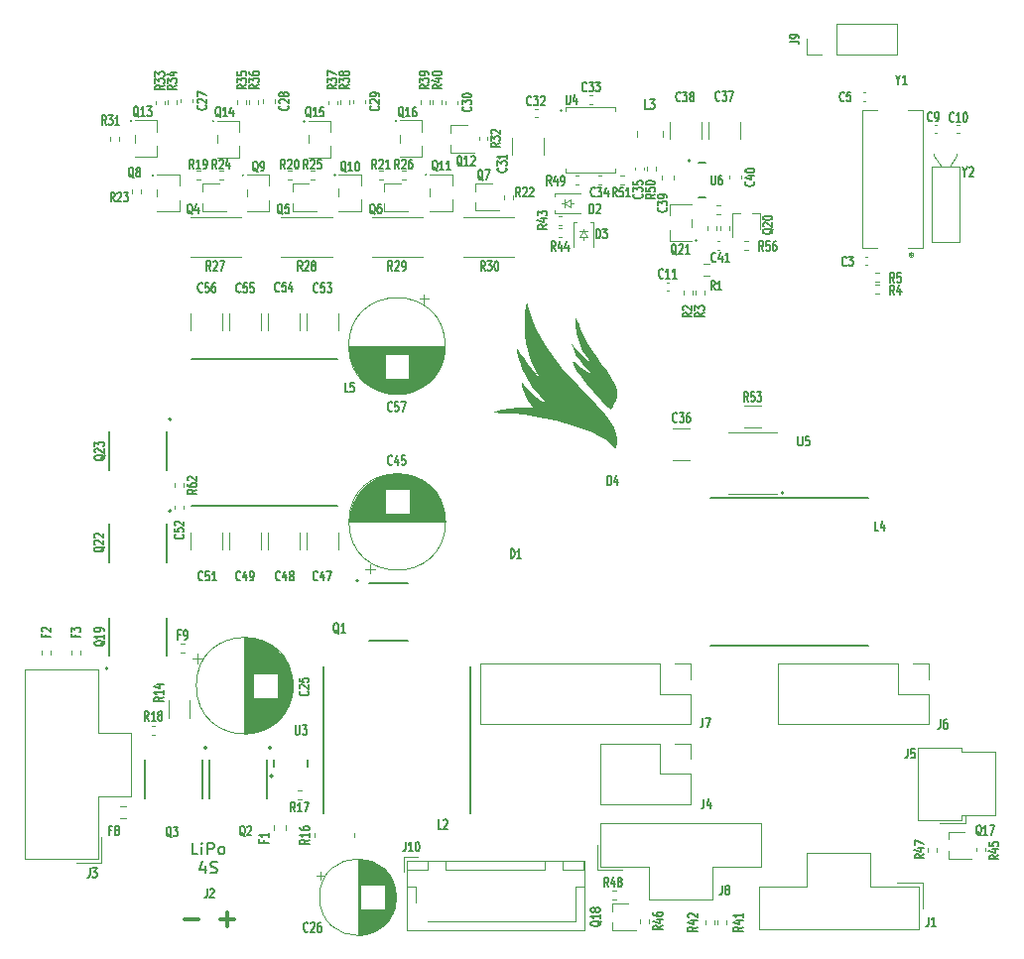
<source format=gto>
G04 #@! TF.GenerationSoftware,KiCad,Pcbnew,(6.0.0)*
G04 #@! TF.CreationDate,2022-02-12T01:51:37-05:00*
G04 #@! TF.ProjectId,FalconMain,46616c63-6f6e-44d6-9169-6e2e6b696361,1A*
G04 #@! TF.SameCoordinates,Original*
G04 #@! TF.FileFunction,Legend,Top*
G04 #@! TF.FilePolarity,Positive*
%FSLAX46Y46*%
G04 Gerber Fmt 4.6, Leading zero omitted, Abs format (unit mm)*
G04 Created by KiCad (PCBNEW (6.0.0)) date 2022-02-12 01:51:37*
%MOMM*%
%LPD*%
G01*
G04 APERTURE LIST*
%ADD10C,0.200000*%
%ADD11C,0.150000*%
%ADD12C,0.120000*%
%ADD13C,0.127000*%
%ADD14C,0.300000*%
G04 APERTURE END LIST*
D10*
X122119047Y-130997380D02*
X121642857Y-130997380D01*
X121642857Y-129997380D01*
X122452380Y-130997380D02*
X122452380Y-130330714D01*
X122452380Y-129997380D02*
X122404761Y-130045000D01*
X122452380Y-130092619D01*
X122500000Y-130045000D01*
X122452380Y-129997380D01*
X122452380Y-130092619D01*
X122928571Y-130997380D02*
X122928571Y-129997380D01*
X123309523Y-129997380D01*
X123404761Y-130045000D01*
X123452380Y-130092619D01*
X123500000Y-130187857D01*
X123500000Y-130330714D01*
X123452380Y-130425952D01*
X123404761Y-130473571D01*
X123309523Y-130521190D01*
X122928571Y-130521190D01*
X124071428Y-130997380D02*
X123976190Y-130949761D01*
X123928571Y-130902142D01*
X123880952Y-130806904D01*
X123880952Y-130521190D01*
X123928571Y-130425952D01*
X123976190Y-130378333D01*
X124071428Y-130330714D01*
X124214285Y-130330714D01*
X124309523Y-130378333D01*
X124357142Y-130425952D01*
X124404761Y-130521190D01*
X124404761Y-130806904D01*
X124357142Y-130902142D01*
X124309523Y-130949761D01*
X124214285Y-130997380D01*
X124071428Y-130997380D01*
X122714285Y-131940714D02*
X122714285Y-132607380D01*
X122476190Y-131559761D02*
X122238095Y-132274047D01*
X122857142Y-132274047D01*
X123190476Y-132559761D02*
X123333333Y-132607380D01*
X123571428Y-132607380D01*
X123666666Y-132559761D01*
X123714285Y-132512142D01*
X123761904Y-132416904D01*
X123761904Y-132321666D01*
X123714285Y-132226428D01*
X123666666Y-132178809D01*
X123571428Y-132131190D01*
X123380952Y-132083571D01*
X123285714Y-132035952D01*
X123238095Y-131988333D01*
X123190476Y-131893095D01*
X123190476Y-131797857D01*
X123238095Y-131702619D01*
X123285714Y-131655000D01*
X123380952Y-131607380D01*
X123619047Y-131607380D01*
X123761904Y-131655000D01*
D11*
X139289285Y-72461904D02*
X139089285Y-72080952D01*
X138946428Y-72461904D02*
X138946428Y-71661904D01*
X139175000Y-71661904D01*
X139232142Y-71700000D01*
X139260714Y-71738095D01*
X139289285Y-71814285D01*
X139289285Y-71928571D01*
X139260714Y-72004761D01*
X139232142Y-72042857D01*
X139175000Y-72080952D01*
X138946428Y-72080952D01*
X139517857Y-71738095D02*
X139546428Y-71700000D01*
X139603571Y-71661904D01*
X139746428Y-71661904D01*
X139803571Y-71700000D01*
X139832142Y-71738095D01*
X139860714Y-71814285D01*
X139860714Y-71890476D01*
X139832142Y-72004761D01*
X139489285Y-72461904D01*
X139860714Y-72461904D01*
X140375000Y-71661904D02*
X140260714Y-71661904D01*
X140203571Y-71700000D01*
X140175000Y-71738095D01*
X140117857Y-71852380D01*
X140089285Y-72004761D01*
X140089285Y-72309523D01*
X140117857Y-72385714D01*
X140146428Y-72423809D01*
X140203571Y-72461904D01*
X140317857Y-72461904D01*
X140375000Y-72423809D01*
X140403571Y-72385714D01*
X140432142Y-72309523D01*
X140432142Y-72119047D01*
X140403571Y-72042857D01*
X140375000Y-72004761D01*
X140317857Y-71966666D01*
X140203571Y-71966666D01*
X140146428Y-72004761D01*
X140117857Y-72042857D01*
X140089285Y-72119047D01*
X145385714Y-67185714D02*
X145423809Y-67214285D01*
X145461904Y-67300000D01*
X145461904Y-67357142D01*
X145423809Y-67442857D01*
X145347619Y-67500000D01*
X145271428Y-67528571D01*
X145119047Y-67557142D01*
X145004761Y-67557142D01*
X144852380Y-67528571D01*
X144776190Y-67500000D01*
X144700000Y-67442857D01*
X144661904Y-67357142D01*
X144661904Y-67300000D01*
X144700000Y-67214285D01*
X144738095Y-67185714D01*
X144661904Y-66985714D02*
X144661904Y-66614285D01*
X144966666Y-66814285D01*
X144966666Y-66728571D01*
X145004761Y-66671428D01*
X145042857Y-66642857D01*
X145119047Y-66614285D01*
X145309523Y-66614285D01*
X145385714Y-66642857D01*
X145423809Y-66671428D01*
X145461904Y-66728571D01*
X145461904Y-66900000D01*
X145423809Y-66957142D01*
X145385714Y-66985714D01*
X144661904Y-66242857D02*
X144661904Y-66185714D01*
X144700000Y-66128571D01*
X144738095Y-66100000D01*
X144814285Y-66071428D01*
X144966666Y-66042857D01*
X145157142Y-66042857D01*
X145309523Y-66071428D01*
X145385714Y-66100000D01*
X145423809Y-66128571D01*
X145461904Y-66185714D01*
X145461904Y-66242857D01*
X145423809Y-66300000D01*
X145385714Y-66328571D01*
X145309523Y-66357142D01*
X145157142Y-66385714D01*
X144966666Y-66385714D01*
X144814285Y-66357142D01*
X144738095Y-66328571D01*
X144700000Y-66300000D01*
X144661904Y-66242857D01*
X120311904Y-65335714D02*
X119930952Y-65535714D01*
X120311904Y-65678571D02*
X119511904Y-65678571D01*
X119511904Y-65450000D01*
X119550000Y-65392857D01*
X119588095Y-65364285D01*
X119664285Y-65335714D01*
X119778571Y-65335714D01*
X119854761Y-65364285D01*
X119892857Y-65392857D01*
X119930952Y-65450000D01*
X119930952Y-65678571D01*
X119511904Y-65135714D02*
X119511904Y-64764285D01*
X119816666Y-64964285D01*
X119816666Y-64878571D01*
X119854761Y-64821428D01*
X119892857Y-64792857D01*
X119969047Y-64764285D01*
X120159523Y-64764285D01*
X120235714Y-64792857D01*
X120273809Y-64821428D01*
X120311904Y-64878571D01*
X120311904Y-65050000D01*
X120273809Y-65107142D01*
X120235714Y-65135714D01*
X119778571Y-64250000D02*
X120311904Y-64250000D01*
X119473809Y-64392857D02*
X120045238Y-64535714D01*
X120045238Y-64164285D01*
X117057142Y-68038095D02*
X117000000Y-68000000D01*
X116942857Y-67923809D01*
X116857142Y-67809523D01*
X116800000Y-67771428D01*
X116742857Y-67771428D01*
X116771428Y-67961904D02*
X116714285Y-67923809D01*
X116657142Y-67847619D01*
X116628571Y-67695238D01*
X116628571Y-67428571D01*
X116657142Y-67276190D01*
X116714285Y-67200000D01*
X116771428Y-67161904D01*
X116885714Y-67161904D01*
X116942857Y-67200000D01*
X117000000Y-67276190D01*
X117028571Y-67428571D01*
X117028571Y-67695238D01*
X117000000Y-67847619D01*
X116942857Y-67923809D01*
X116885714Y-67961904D01*
X116771428Y-67961904D01*
X117600000Y-67961904D02*
X117257142Y-67961904D01*
X117428571Y-67961904D02*
X117428571Y-67161904D01*
X117371428Y-67276190D01*
X117314285Y-67352380D01*
X117257142Y-67390476D01*
X117800000Y-67161904D02*
X118171428Y-67161904D01*
X117971428Y-67466666D01*
X118057142Y-67466666D01*
X118114285Y-67504761D01*
X118142857Y-67542857D01*
X118171428Y-67619047D01*
X118171428Y-67809523D01*
X118142857Y-67885714D01*
X118114285Y-67923809D01*
X118057142Y-67961904D01*
X117885714Y-67961904D01*
X117828571Y-67923809D01*
X117800000Y-67885714D01*
X132339285Y-107555714D02*
X132310714Y-107593809D01*
X132225000Y-107631904D01*
X132167857Y-107631904D01*
X132082142Y-107593809D01*
X132025000Y-107517619D01*
X131996428Y-107441428D01*
X131967857Y-107289047D01*
X131967857Y-107174761D01*
X131996428Y-107022380D01*
X132025000Y-106946190D01*
X132082142Y-106870000D01*
X132167857Y-106831904D01*
X132225000Y-106831904D01*
X132310714Y-106870000D01*
X132339285Y-106908095D01*
X132853571Y-107098571D02*
X132853571Y-107631904D01*
X132710714Y-106793809D02*
X132567857Y-107365238D01*
X132939285Y-107365238D01*
X133110714Y-106831904D02*
X133510714Y-106831904D01*
X133253571Y-107631904D01*
X125764285Y-82955714D02*
X125735714Y-82993809D01*
X125650000Y-83031904D01*
X125592857Y-83031904D01*
X125507142Y-82993809D01*
X125450000Y-82917619D01*
X125421428Y-82841428D01*
X125392857Y-82689047D01*
X125392857Y-82574761D01*
X125421428Y-82422380D01*
X125450000Y-82346190D01*
X125507142Y-82270000D01*
X125592857Y-82231904D01*
X125650000Y-82231904D01*
X125735714Y-82270000D01*
X125764285Y-82308095D01*
X126307142Y-82231904D02*
X126021428Y-82231904D01*
X125992857Y-82612857D01*
X126021428Y-82574761D01*
X126078571Y-82536666D01*
X126221428Y-82536666D01*
X126278571Y-82574761D01*
X126307142Y-82612857D01*
X126335714Y-82689047D01*
X126335714Y-82879523D01*
X126307142Y-82955714D01*
X126278571Y-82993809D01*
X126221428Y-83031904D01*
X126078571Y-83031904D01*
X126021428Y-82993809D01*
X125992857Y-82955714D01*
X126878571Y-82231904D02*
X126592857Y-82231904D01*
X126564285Y-82612857D01*
X126592857Y-82574761D01*
X126650000Y-82536666D01*
X126792857Y-82536666D01*
X126850000Y-82574761D01*
X126878571Y-82612857D01*
X126907142Y-82689047D01*
X126907142Y-82879523D01*
X126878571Y-82955714D01*
X126850000Y-82993809D01*
X126792857Y-83031904D01*
X126650000Y-83031904D01*
X126592857Y-82993809D01*
X126564285Y-82955714D01*
X166639285Y-66585714D02*
X166610714Y-66623809D01*
X166525000Y-66661904D01*
X166467857Y-66661904D01*
X166382142Y-66623809D01*
X166325000Y-66547619D01*
X166296428Y-66471428D01*
X166267857Y-66319047D01*
X166267857Y-66204761D01*
X166296428Y-66052380D01*
X166325000Y-65976190D01*
X166382142Y-65900000D01*
X166467857Y-65861904D01*
X166525000Y-65861904D01*
X166610714Y-65900000D01*
X166639285Y-65938095D01*
X166839285Y-65861904D02*
X167210714Y-65861904D01*
X167010714Y-66166666D01*
X167096428Y-66166666D01*
X167153571Y-66204761D01*
X167182142Y-66242857D01*
X167210714Y-66319047D01*
X167210714Y-66509523D01*
X167182142Y-66585714D01*
X167153571Y-66623809D01*
X167096428Y-66661904D01*
X166925000Y-66661904D01*
X166867857Y-66623809D01*
X166839285Y-66585714D01*
X167410714Y-65861904D02*
X167810714Y-65861904D01*
X167553571Y-66661904D01*
X137242857Y-76338095D02*
X137185714Y-76300000D01*
X137128571Y-76223809D01*
X137042857Y-76109523D01*
X136985714Y-76071428D01*
X136928571Y-76071428D01*
X136957142Y-76261904D02*
X136900000Y-76223809D01*
X136842857Y-76147619D01*
X136814285Y-75995238D01*
X136814285Y-75728571D01*
X136842857Y-75576190D01*
X136900000Y-75500000D01*
X136957142Y-75461904D01*
X137071428Y-75461904D01*
X137128571Y-75500000D01*
X137185714Y-75576190D01*
X137214285Y-75728571D01*
X137214285Y-75995238D01*
X137185714Y-76147619D01*
X137128571Y-76223809D01*
X137071428Y-76261904D01*
X136957142Y-76261904D01*
X137728571Y-75461904D02*
X137614285Y-75461904D01*
X137557142Y-75500000D01*
X137528571Y-75538095D01*
X137471428Y-75652380D01*
X137442857Y-75804761D01*
X137442857Y-76109523D01*
X137471428Y-76185714D01*
X137500000Y-76223809D01*
X137557142Y-76261904D01*
X137671428Y-76261904D01*
X137728571Y-76223809D01*
X137757142Y-76185714D01*
X137785714Y-76109523D01*
X137785714Y-75919047D01*
X137757142Y-75842857D01*
X137728571Y-75804761D01*
X137671428Y-75766666D01*
X137557142Y-75766666D01*
X137500000Y-75804761D01*
X137471428Y-75842857D01*
X137442857Y-75919047D01*
X124057142Y-68083096D02*
X124000000Y-68045001D01*
X123942857Y-67968810D01*
X123857142Y-67854524D01*
X123800000Y-67816429D01*
X123742857Y-67816429D01*
X123771428Y-68006905D02*
X123714285Y-67968810D01*
X123657142Y-67892620D01*
X123628571Y-67740239D01*
X123628571Y-67473572D01*
X123657142Y-67321191D01*
X123714285Y-67245001D01*
X123771428Y-67206905D01*
X123885714Y-67206905D01*
X123942857Y-67245001D01*
X124000000Y-67321191D01*
X124028571Y-67473572D01*
X124028571Y-67740239D01*
X124000000Y-67892620D01*
X123942857Y-67968810D01*
X123885714Y-68006905D01*
X123771428Y-68006905D01*
X124600000Y-68006905D02*
X124257142Y-68006905D01*
X124428571Y-68006905D02*
X124428571Y-67206905D01*
X124371428Y-67321191D01*
X124314285Y-67397381D01*
X124257142Y-67435477D01*
X125114285Y-67473572D02*
X125114285Y-68006905D01*
X124971428Y-67168810D02*
X124828571Y-67740239D01*
X125200000Y-67740239D01*
X187564285Y-72730952D02*
X187564285Y-73111904D01*
X187364285Y-72311904D02*
X187564285Y-72730952D01*
X187764285Y-72311904D01*
X187935714Y-72388095D02*
X187964285Y-72350000D01*
X188021428Y-72311904D01*
X188164285Y-72311904D01*
X188221428Y-72350000D01*
X188250000Y-72388095D01*
X188278571Y-72464285D01*
X188278571Y-72540476D01*
X188250000Y-72654761D01*
X187907142Y-73111904D01*
X188278571Y-73111904D01*
X166850000Y-133661904D02*
X166850000Y-134233333D01*
X166821428Y-134347619D01*
X166764285Y-134423809D01*
X166678571Y-134461904D01*
X166621428Y-134461904D01*
X167221428Y-134004761D02*
X167164285Y-133966666D01*
X167135714Y-133928571D01*
X167107142Y-133852380D01*
X167107142Y-133814285D01*
X167135714Y-133738095D01*
X167164285Y-133700000D01*
X167221428Y-133661904D01*
X167335714Y-133661904D01*
X167392857Y-133700000D01*
X167421428Y-133738095D01*
X167450000Y-133814285D01*
X167450000Y-133852380D01*
X167421428Y-133928571D01*
X167392857Y-133966666D01*
X167335714Y-134004761D01*
X167221428Y-134004761D01*
X167164285Y-134042857D01*
X167135714Y-134080952D01*
X167107142Y-134157142D01*
X167107142Y-134309523D01*
X167135714Y-134385714D01*
X167164285Y-134423809D01*
X167221428Y-134461904D01*
X167335714Y-134461904D01*
X167392857Y-134423809D01*
X167421428Y-134385714D01*
X167450000Y-134309523D01*
X167450000Y-134157142D01*
X167421428Y-134080952D01*
X167392857Y-134042857D01*
X167335714Y-134004761D01*
X119161904Y-117585714D02*
X118780952Y-117785714D01*
X119161904Y-117928571D02*
X118361904Y-117928571D01*
X118361904Y-117700000D01*
X118400000Y-117642857D01*
X118438095Y-117614285D01*
X118514285Y-117585714D01*
X118628571Y-117585714D01*
X118704761Y-117614285D01*
X118742857Y-117642857D01*
X118780952Y-117700000D01*
X118780952Y-117928571D01*
X119161904Y-117014285D02*
X119161904Y-117357142D01*
X119161904Y-117185714D02*
X118361904Y-117185714D01*
X118476190Y-117242857D01*
X118552380Y-117300000D01*
X118590476Y-117357142D01*
X118628571Y-116500000D02*
X119161904Y-116500000D01*
X118323809Y-116642857D02*
X118895238Y-116785714D01*
X118895238Y-116414285D01*
X181550000Y-82161904D02*
X181350000Y-81780952D01*
X181207142Y-82161904D02*
X181207142Y-81361904D01*
X181435714Y-81361904D01*
X181492857Y-81400000D01*
X181521428Y-81438095D01*
X181550000Y-81514285D01*
X181550000Y-81628571D01*
X181521428Y-81704761D01*
X181492857Y-81742857D01*
X181435714Y-81780952D01*
X181207142Y-81780952D01*
X182092857Y-81361904D02*
X181807142Y-81361904D01*
X181778571Y-81742857D01*
X181807142Y-81704761D01*
X181864285Y-81666666D01*
X182007142Y-81666666D01*
X182064285Y-81704761D01*
X182092857Y-81742857D01*
X182121428Y-81819047D01*
X182121428Y-82009523D01*
X182092857Y-82085714D01*
X182064285Y-82123809D01*
X182007142Y-82161904D01*
X181864285Y-82161904D01*
X181807142Y-82123809D01*
X181778571Y-82085714D01*
X188957142Y-129388095D02*
X188900000Y-129350000D01*
X188842857Y-129273809D01*
X188757142Y-129159523D01*
X188700000Y-129121428D01*
X188642857Y-129121428D01*
X188671428Y-129311904D02*
X188614285Y-129273809D01*
X188557142Y-129197619D01*
X188528571Y-129045238D01*
X188528571Y-128778571D01*
X188557142Y-128626190D01*
X188614285Y-128550000D01*
X188671428Y-128511904D01*
X188785714Y-128511904D01*
X188842857Y-128550000D01*
X188900000Y-128626190D01*
X188928571Y-128778571D01*
X188928571Y-129045238D01*
X188900000Y-129197619D01*
X188842857Y-129273809D01*
X188785714Y-129311904D01*
X188671428Y-129311904D01*
X189500000Y-129311904D02*
X189157142Y-129311904D01*
X189328571Y-129311904D02*
X189328571Y-128511904D01*
X189271428Y-128626190D01*
X189214285Y-128702380D01*
X189157142Y-128740476D01*
X189700000Y-128511904D02*
X190100000Y-128511904D01*
X189842857Y-129311904D01*
X134950000Y-91506904D02*
X134664285Y-91506904D01*
X134664285Y-90706904D01*
X135435714Y-90706904D02*
X135150000Y-90706904D01*
X135121428Y-91087857D01*
X135150000Y-91049761D01*
X135207142Y-91011666D01*
X135350000Y-91011666D01*
X135407142Y-91049761D01*
X135435714Y-91087857D01*
X135464285Y-91164047D01*
X135464285Y-91354523D01*
X135435714Y-91430714D01*
X135407142Y-91468809D01*
X135350000Y-91506904D01*
X135207142Y-91506904D01*
X135150000Y-91468809D01*
X135121428Y-91430714D01*
X120835714Y-103705714D02*
X120873809Y-103734285D01*
X120911904Y-103820000D01*
X120911904Y-103877142D01*
X120873809Y-103962857D01*
X120797619Y-104020000D01*
X120721428Y-104048571D01*
X120569047Y-104077142D01*
X120454761Y-104077142D01*
X120302380Y-104048571D01*
X120226190Y-104020000D01*
X120150000Y-103962857D01*
X120111904Y-103877142D01*
X120111904Y-103820000D01*
X120150000Y-103734285D01*
X120188095Y-103705714D01*
X120111904Y-103162857D02*
X120111904Y-103448571D01*
X120492857Y-103477142D01*
X120454761Y-103448571D01*
X120416666Y-103391428D01*
X120416666Y-103248571D01*
X120454761Y-103191428D01*
X120492857Y-103162857D01*
X120569047Y-103134285D01*
X120759523Y-103134285D01*
X120835714Y-103162857D01*
X120873809Y-103191428D01*
X120911904Y-103248571D01*
X120911904Y-103391428D01*
X120873809Y-103448571D01*
X120835714Y-103477142D01*
X120188095Y-102905714D02*
X120150000Y-102877142D01*
X120111904Y-102820000D01*
X120111904Y-102677142D01*
X120150000Y-102620000D01*
X120188095Y-102591428D01*
X120264285Y-102562857D01*
X120340476Y-102562857D01*
X120454761Y-102591428D01*
X120911904Y-102934285D01*
X120911904Y-102562857D01*
X142911904Y-65285714D02*
X142530952Y-65485714D01*
X142911904Y-65628571D02*
X142111904Y-65628571D01*
X142111904Y-65400000D01*
X142150000Y-65342857D01*
X142188095Y-65314285D01*
X142264285Y-65285714D01*
X142378571Y-65285714D01*
X142454761Y-65314285D01*
X142492857Y-65342857D01*
X142530952Y-65400000D01*
X142530952Y-65628571D01*
X142378571Y-64771428D02*
X142911904Y-64771428D01*
X142073809Y-64914285D02*
X142645238Y-65057142D01*
X142645238Y-64685714D01*
X142111904Y-64342857D02*
X142111904Y-64285714D01*
X142150000Y-64228571D01*
X142188095Y-64200000D01*
X142264285Y-64171428D01*
X142416666Y-64142857D01*
X142607142Y-64142857D01*
X142759523Y-64171428D01*
X142835714Y-64200000D01*
X142873809Y-64228571D01*
X142911904Y-64285714D01*
X142911904Y-64342857D01*
X142873809Y-64400000D01*
X142835714Y-64428571D01*
X142759523Y-64457142D01*
X142607142Y-64485714D01*
X142416666Y-64485714D01*
X142264285Y-64457142D01*
X142188095Y-64428571D01*
X142150000Y-64400000D01*
X142111904Y-64342857D01*
X129782818Y-67085714D02*
X129820913Y-67114285D01*
X129859008Y-67200000D01*
X129859008Y-67257142D01*
X129820913Y-67342857D01*
X129744723Y-67400000D01*
X129668532Y-67428571D01*
X129516151Y-67457142D01*
X129401865Y-67457142D01*
X129249484Y-67428571D01*
X129173294Y-67400000D01*
X129097104Y-67342857D01*
X129059008Y-67257142D01*
X129059008Y-67200000D01*
X129097104Y-67114285D01*
X129135199Y-67085714D01*
X129135199Y-66857142D02*
X129097104Y-66828571D01*
X129059008Y-66771428D01*
X129059008Y-66628571D01*
X129097104Y-66571428D01*
X129135199Y-66542857D01*
X129211389Y-66514285D01*
X129287580Y-66514285D01*
X129401865Y-66542857D01*
X129859008Y-66885714D01*
X129859008Y-66514285D01*
X129401865Y-66171428D02*
X129363770Y-66228571D01*
X129325675Y-66257142D01*
X129249484Y-66285714D01*
X129211389Y-66285714D01*
X129135199Y-66257142D01*
X129097104Y-66228571D01*
X129059008Y-66171428D01*
X129059008Y-66057142D01*
X129097104Y-66000000D01*
X129135199Y-65971428D01*
X129211389Y-65942857D01*
X129249484Y-65942857D01*
X129325675Y-65971428D01*
X129363770Y-66000000D01*
X129401865Y-66057142D01*
X129401865Y-66171428D01*
X129439961Y-66228571D01*
X129478056Y-66257142D01*
X129554246Y-66285714D01*
X129706627Y-66285714D01*
X129782818Y-66257142D01*
X129820913Y-66228571D01*
X129859008Y-66171428D01*
X129859008Y-66057142D01*
X129820913Y-66000000D01*
X129782818Y-65971428D01*
X129706627Y-65942857D01*
X129554246Y-65942857D01*
X129478056Y-65971428D01*
X129439961Y-66000000D01*
X129401865Y-66057142D01*
X133961904Y-65285714D02*
X133580952Y-65485714D01*
X133961904Y-65628571D02*
X133161904Y-65628571D01*
X133161904Y-65400000D01*
X133200000Y-65342857D01*
X133238095Y-65314285D01*
X133314285Y-65285714D01*
X133428571Y-65285714D01*
X133504761Y-65314285D01*
X133542857Y-65342857D01*
X133580952Y-65400000D01*
X133580952Y-65628571D01*
X133161904Y-65085714D02*
X133161904Y-64714285D01*
X133466666Y-64914285D01*
X133466666Y-64828571D01*
X133504761Y-64771428D01*
X133542857Y-64742857D01*
X133619047Y-64714285D01*
X133809523Y-64714285D01*
X133885714Y-64742857D01*
X133923809Y-64771428D01*
X133961904Y-64828571D01*
X133961904Y-65000000D01*
X133923809Y-65057142D01*
X133885714Y-65085714D01*
X133161904Y-64514285D02*
X133161904Y-64114285D01*
X133961904Y-64371428D01*
X122900000Y-133911904D02*
X122900000Y-134483333D01*
X122871428Y-134597619D01*
X122814285Y-134673809D01*
X122728571Y-134711904D01*
X122671428Y-134711904D01*
X123157142Y-133988095D02*
X123185714Y-133950000D01*
X123242857Y-133911904D01*
X123385714Y-133911904D01*
X123442857Y-133950000D01*
X123471428Y-133988095D01*
X123500000Y-134064285D01*
X123500000Y-134140476D01*
X123471428Y-134254761D01*
X123128571Y-134711904D01*
X123500000Y-134711904D01*
X127311904Y-65285714D02*
X126930952Y-65485714D01*
X127311904Y-65628571D02*
X126511904Y-65628571D01*
X126511904Y-65400000D01*
X126550000Y-65342857D01*
X126588095Y-65314285D01*
X126664285Y-65285714D01*
X126778571Y-65285714D01*
X126854761Y-65314285D01*
X126892857Y-65342857D01*
X126930952Y-65400000D01*
X126930952Y-65628571D01*
X126511904Y-65085714D02*
X126511904Y-64714285D01*
X126816666Y-64914285D01*
X126816666Y-64828571D01*
X126854761Y-64771428D01*
X126892857Y-64742857D01*
X126969047Y-64714285D01*
X127159523Y-64714285D01*
X127235714Y-64742857D01*
X127273809Y-64771428D01*
X127311904Y-64828571D01*
X127311904Y-65000000D01*
X127273809Y-65057142D01*
X127235714Y-65085714D01*
X126511904Y-64200000D02*
X126511904Y-64314285D01*
X126550000Y-64371428D01*
X126588095Y-64400000D01*
X126702380Y-64457142D01*
X126854761Y-64485714D01*
X127159523Y-64485714D01*
X127235714Y-64457142D01*
X127273809Y-64428571D01*
X127311904Y-64371428D01*
X127311904Y-64257142D01*
X127273809Y-64200000D01*
X127235714Y-64171428D01*
X127159523Y-64142857D01*
X126969047Y-64142857D01*
X126892857Y-64171428D01*
X126854761Y-64200000D01*
X126816666Y-64257142D01*
X126816666Y-64371428D01*
X126854761Y-64428571D01*
X126892857Y-64457142D01*
X126969047Y-64485714D01*
X165300000Y-126286904D02*
X165300000Y-126858333D01*
X165271428Y-126972619D01*
X165214285Y-127048809D01*
X165128571Y-127086904D01*
X165071428Y-127086904D01*
X165842857Y-126553571D02*
X165842857Y-127086904D01*
X165700000Y-126248809D02*
X165557142Y-126820238D01*
X165928571Y-126820238D01*
X190431904Y-131080714D02*
X190050952Y-131280714D01*
X190431904Y-131423571D02*
X189631904Y-131423571D01*
X189631904Y-131195000D01*
X189670000Y-131137857D01*
X189708095Y-131109285D01*
X189784285Y-131080714D01*
X189898571Y-131080714D01*
X189974761Y-131109285D01*
X190012857Y-131137857D01*
X190050952Y-131195000D01*
X190050952Y-131423571D01*
X189898571Y-130566428D02*
X190431904Y-130566428D01*
X189593809Y-130709285D02*
X190165238Y-130852142D01*
X190165238Y-130480714D01*
X189631904Y-129966428D02*
X189631904Y-130252142D01*
X190012857Y-130280714D01*
X189974761Y-130252142D01*
X189936666Y-130195000D01*
X189936666Y-130052142D01*
X189974761Y-129995000D01*
X190012857Y-129966428D01*
X190089047Y-129937857D01*
X190279523Y-129937857D01*
X190355714Y-129966428D01*
X190393809Y-129995000D01*
X190431904Y-130052142D01*
X190431904Y-130195000D01*
X190393809Y-130252142D01*
X190355714Y-130280714D01*
X114282285Y-68706905D02*
X114082285Y-68325953D01*
X113939428Y-68706905D02*
X113939428Y-67906905D01*
X114168000Y-67906905D01*
X114225142Y-67945001D01*
X114253714Y-67983096D01*
X114282285Y-68059286D01*
X114282285Y-68173572D01*
X114253714Y-68249762D01*
X114225142Y-68287858D01*
X114168000Y-68325953D01*
X113939428Y-68325953D01*
X114482285Y-67906905D02*
X114853714Y-67906905D01*
X114653714Y-68211667D01*
X114739428Y-68211667D01*
X114796571Y-68249762D01*
X114825142Y-68287858D01*
X114853714Y-68364048D01*
X114853714Y-68554524D01*
X114825142Y-68630715D01*
X114796571Y-68668810D01*
X114739428Y-68706905D01*
X114568000Y-68706905D01*
X114510857Y-68668810D01*
X114482285Y-68630715D01*
X115425142Y-68706905D02*
X115082285Y-68706905D01*
X115253714Y-68706905D02*
X115253714Y-67906905D01*
X115196571Y-68021191D01*
X115139428Y-68097381D01*
X115082285Y-68135477D01*
X161776904Y-137079853D02*
X161395952Y-137279853D01*
X161776904Y-137422710D02*
X160976904Y-137422710D01*
X160976904Y-137194139D01*
X161015000Y-137136996D01*
X161053095Y-137108424D01*
X161129285Y-137079853D01*
X161243571Y-137079853D01*
X161319761Y-137108424D01*
X161357857Y-137136996D01*
X161395952Y-137194139D01*
X161395952Y-137422710D01*
X161243571Y-136565567D02*
X161776904Y-136565567D01*
X160938809Y-136708424D02*
X161510238Y-136851281D01*
X161510238Y-136479853D01*
X160976904Y-135994139D02*
X160976904Y-136108424D01*
X161015000Y-136165567D01*
X161053095Y-136194139D01*
X161167380Y-136251281D01*
X161319761Y-136279853D01*
X161624523Y-136279853D01*
X161700714Y-136251281D01*
X161738809Y-136222710D01*
X161776904Y-136165567D01*
X161776904Y-136051281D01*
X161738809Y-135994139D01*
X161700714Y-135965567D01*
X161624523Y-135936996D01*
X161434047Y-135936996D01*
X161357857Y-135965567D01*
X161319761Y-135994139D01*
X161281666Y-136051281D01*
X161281666Y-136165567D01*
X161319761Y-136222710D01*
X161357857Y-136251281D01*
X161434047Y-136279853D01*
X139839285Y-129936904D02*
X139839285Y-130508333D01*
X139810714Y-130622619D01*
X139753571Y-130698809D01*
X139667857Y-130736904D01*
X139610714Y-130736904D01*
X140439285Y-130736904D02*
X140096428Y-130736904D01*
X140267857Y-130736904D02*
X140267857Y-129936904D01*
X140210714Y-130051190D01*
X140153571Y-130127380D01*
X140096428Y-130165476D01*
X140810714Y-129936904D02*
X140867857Y-129936904D01*
X140925000Y-129975000D01*
X140953571Y-130013095D01*
X140982142Y-130089285D01*
X141010714Y-130241666D01*
X141010714Y-130432142D01*
X140982142Y-130584523D01*
X140953571Y-130660714D01*
X140925000Y-130698809D01*
X140867857Y-130736904D01*
X140810714Y-130736904D01*
X140753571Y-130698809D01*
X140725000Y-130660714D01*
X140696428Y-130584523D01*
X140667857Y-130432142D01*
X140667857Y-130241666D01*
X140696428Y-130089285D01*
X140725000Y-130013095D01*
X140753571Y-129975000D01*
X140810714Y-129936904D01*
X116642857Y-73238095D02*
X116585714Y-73200000D01*
X116528571Y-73123809D01*
X116442857Y-73009523D01*
X116385714Y-72971428D01*
X116328571Y-72971428D01*
X116357142Y-73161904D02*
X116300000Y-73123809D01*
X116242857Y-73047619D01*
X116214285Y-72895238D01*
X116214285Y-72628571D01*
X116242857Y-72476190D01*
X116300000Y-72400000D01*
X116357142Y-72361904D01*
X116471428Y-72361904D01*
X116528571Y-72400000D01*
X116585714Y-72476190D01*
X116614285Y-72628571D01*
X116614285Y-72895238D01*
X116585714Y-73047619D01*
X116528571Y-73123809D01*
X116471428Y-73161904D01*
X116357142Y-73161904D01*
X116957142Y-72704761D02*
X116900000Y-72666666D01*
X116871428Y-72628571D01*
X116842857Y-72552380D01*
X116842857Y-72514285D01*
X116871428Y-72438095D01*
X116900000Y-72400000D01*
X116957142Y-72361904D01*
X117071428Y-72361904D01*
X117128571Y-72400000D01*
X117157142Y-72438095D01*
X117185714Y-72514285D01*
X117185714Y-72552380D01*
X117157142Y-72628571D01*
X117128571Y-72666666D01*
X117071428Y-72704761D01*
X116957142Y-72704761D01*
X116900000Y-72742857D01*
X116871428Y-72780952D01*
X116842857Y-72857142D01*
X116842857Y-73009523D01*
X116871428Y-73085714D01*
X116900000Y-73123809D01*
X116957142Y-73161904D01*
X117071428Y-73161904D01*
X117128571Y-73123809D01*
X117157142Y-73085714D01*
X117185714Y-73009523D01*
X117185714Y-72857142D01*
X117157142Y-72780952D01*
X117128571Y-72742857D01*
X117071428Y-72704761D01*
X165200000Y-119361904D02*
X165200000Y-119933333D01*
X165171428Y-120047619D01*
X165114285Y-120123809D01*
X165028571Y-120161904D01*
X164971428Y-120161904D01*
X165428571Y-119361904D02*
X165828571Y-119361904D01*
X165571428Y-120161904D01*
X131757142Y-68083096D02*
X131700000Y-68045001D01*
X131642857Y-67968810D01*
X131557142Y-67854524D01*
X131500000Y-67816429D01*
X131442857Y-67816429D01*
X131471428Y-68006905D02*
X131414285Y-67968810D01*
X131357142Y-67892620D01*
X131328571Y-67740239D01*
X131328571Y-67473572D01*
X131357142Y-67321191D01*
X131414285Y-67245001D01*
X131471428Y-67206905D01*
X131585714Y-67206905D01*
X131642857Y-67245001D01*
X131700000Y-67321191D01*
X131728571Y-67473572D01*
X131728571Y-67740239D01*
X131700000Y-67892620D01*
X131642857Y-67968810D01*
X131585714Y-68006905D01*
X131471428Y-68006905D01*
X132300000Y-68006905D02*
X131957142Y-68006905D01*
X132128571Y-68006905D02*
X132128571Y-67206905D01*
X132071428Y-67321191D01*
X132014285Y-67397381D01*
X131957142Y-67435477D01*
X132842857Y-67206905D02*
X132557142Y-67206905D01*
X132528571Y-67587858D01*
X132557142Y-67549762D01*
X132614285Y-67511667D01*
X132757142Y-67511667D01*
X132814285Y-67549762D01*
X132842857Y-67587858D01*
X132871428Y-67664048D01*
X132871428Y-67854524D01*
X132842857Y-67930715D01*
X132814285Y-67968810D01*
X132757142Y-68006905D01*
X132614285Y-68006905D01*
X132557142Y-67968810D01*
X132528571Y-67930715D01*
X139657142Y-68083096D02*
X139600000Y-68045001D01*
X139542857Y-67968810D01*
X139457142Y-67854524D01*
X139400000Y-67816429D01*
X139342857Y-67816429D01*
X139371428Y-68006905D02*
X139314285Y-67968810D01*
X139257142Y-67892620D01*
X139228571Y-67740239D01*
X139228571Y-67473572D01*
X139257142Y-67321191D01*
X139314285Y-67245001D01*
X139371428Y-67206905D01*
X139485714Y-67206905D01*
X139542857Y-67245001D01*
X139600000Y-67321191D01*
X139628571Y-67473572D01*
X139628571Y-67740239D01*
X139600000Y-67892620D01*
X139542857Y-67968810D01*
X139485714Y-68006905D01*
X139371428Y-68006905D01*
X140200000Y-68006905D02*
X139857142Y-68006905D01*
X140028571Y-68006905D02*
X140028571Y-67206905D01*
X139971428Y-67321191D01*
X139914285Y-67397381D01*
X139857142Y-67435477D01*
X140714285Y-67206905D02*
X140600000Y-67206905D01*
X140542857Y-67245001D01*
X140514285Y-67283096D01*
X140457142Y-67397381D01*
X140428571Y-67549762D01*
X140428571Y-67854524D01*
X140457142Y-67930715D01*
X140485714Y-67968810D01*
X140542857Y-68006905D01*
X140657142Y-68006905D01*
X140714285Y-67968810D01*
X140742857Y-67930715D01*
X140771428Y-67854524D01*
X140771428Y-67664048D01*
X140742857Y-67587858D01*
X140714285Y-67549762D01*
X140657142Y-67511667D01*
X140542857Y-67511667D01*
X140485714Y-67549762D01*
X140457142Y-67587858D01*
X140428571Y-67664048D01*
X152629285Y-79466904D02*
X152429285Y-79085952D01*
X152286428Y-79466904D02*
X152286428Y-78666904D01*
X152515000Y-78666904D01*
X152572142Y-78705000D01*
X152600714Y-78743095D01*
X152629285Y-78819285D01*
X152629285Y-78933571D01*
X152600714Y-79009761D01*
X152572142Y-79047857D01*
X152515000Y-79085952D01*
X152286428Y-79085952D01*
X153143571Y-78933571D02*
X153143571Y-79466904D01*
X153000714Y-78628809D02*
X152857857Y-79200238D01*
X153229285Y-79200238D01*
X153715000Y-78933571D02*
X153715000Y-79466904D01*
X153572142Y-78628809D02*
X153429285Y-79200238D01*
X153800714Y-79200238D01*
X148807142Y-105711904D02*
X148807142Y-104911904D01*
X148950000Y-104911904D01*
X149035714Y-104950000D01*
X149092857Y-105026190D01*
X149121428Y-105102380D01*
X149150000Y-105254761D01*
X149150000Y-105369047D01*
X149121428Y-105521428D01*
X149092857Y-105597619D01*
X149035714Y-105673809D01*
X148950000Y-105711904D01*
X148807142Y-105711904D01*
X149721428Y-105711904D02*
X149378571Y-105711904D01*
X149550000Y-105711904D02*
X149550000Y-104911904D01*
X149492857Y-105026190D01*
X149435714Y-105102380D01*
X149378571Y-105140476D01*
X131514285Y-72461904D02*
X131314285Y-72080952D01*
X131171428Y-72461904D02*
X131171428Y-71661904D01*
X131400000Y-71661904D01*
X131457142Y-71700000D01*
X131485714Y-71738095D01*
X131514285Y-71814285D01*
X131514285Y-71928571D01*
X131485714Y-72004761D01*
X131457142Y-72042857D01*
X131400000Y-72080952D01*
X131171428Y-72080952D01*
X131742857Y-71738095D02*
X131771428Y-71700000D01*
X131828571Y-71661904D01*
X131971428Y-71661904D01*
X132028571Y-71700000D01*
X132057142Y-71738095D01*
X132085714Y-71814285D01*
X132085714Y-71890476D01*
X132057142Y-72004761D01*
X131714285Y-72461904D01*
X132085714Y-72461904D01*
X132628571Y-71661904D02*
X132342857Y-71661904D01*
X132314285Y-72042857D01*
X132342857Y-72004761D01*
X132400000Y-71966666D01*
X132542857Y-71966666D01*
X132600000Y-72004761D01*
X132628571Y-72042857D01*
X132657142Y-72119047D01*
X132657142Y-72309523D01*
X132628571Y-72385714D01*
X132600000Y-72423809D01*
X132542857Y-72461904D01*
X132400000Y-72461904D01*
X132342857Y-72423809D01*
X132314285Y-72385714D01*
X129064285Y-82905714D02*
X129035714Y-82943809D01*
X128950000Y-82981904D01*
X128892857Y-82981904D01*
X128807142Y-82943809D01*
X128750000Y-82867619D01*
X128721428Y-82791428D01*
X128692857Y-82639047D01*
X128692857Y-82524761D01*
X128721428Y-82372380D01*
X128750000Y-82296190D01*
X128807142Y-82220000D01*
X128892857Y-82181904D01*
X128950000Y-82181904D01*
X129035714Y-82220000D01*
X129064285Y-82258095D01*
X129607142Y-82181904D02*
X129321428Y-82181904D01*
X129292857Y-82562857D01*
X129321428Y-82524761D01*
X129378571Y-82486666D01*
X129521428Y-82486666D01*
X129578571Y-82524761D01*
X129607142Y-82562857D01*
X129635714Y-82639047D01*
X129635714Y-82829523D01*
X129607142Y-82905714D01*
X129578571Y-82943809D01*
X129521428Y-82981904D01*
X129378571Y-82981904D01*
X129321428Y-82943809D01*
X129292857Y-82905714D01*
X130150000Y-82448571D02*
X130150000Y-82981904D01*
X130007142Y-82143809D02*
X129864285Y-82715238D01*
X130235714Y-82715238D01*
X152264285Y-73861904D02*
X152064285Y-73480952D01*
X151921428Y-73861904D02*
X151921428Y-73061904D01*
X152150000Y-73061904D01*
X152207142Y-73100000D01*
X152235714Y-73138095D01*
X152264285Y-73214285D01*
X152264285Y-73328571D01*
X152235714Y-73404761D01*
X152207142Y-73442857D01*
X152150000Y-73480952D01*
X151921428Y-73480952D01*
X152778571Y-73328571D02*
X152778571Y-73861904D01*
X152635714Y-73023809D02*
X152492857Y-73595238D01*
X152864285Y-73595238D01*
X153121428Y-73861904D02*
X153235714Y-73861904D01*
X153292857Y-73823809D01*
X153321428Y-73785714D01*
X153378571Y-73671428D01*
X153407142Y-73519047D01*
X153407142Y-73214285D01*
X153378571Y-73138095D01*
X153350000Y-73100000D01*
X153292857Y-73061904D01*
X153178571Y-73061904D01*
X153121428Y-73100000D01*
X153092857Y-73138095D01*
X153064285Y-73214285D01*
X153064285Y-73404761D01*
X153092857Y-73480952D01*
X153121428Y-73519047D01*
X153178571Y-73557142D01*
X153292857Y-73557142D01*
X153350000Y-73519047D01*
X153378571Y-73480952D01*
X153407142Y-73404761D01*
X135011904Y-65285714D02*
X134630952Y-65485714D01*
X135011904Y-65628571D02*
X134211904Y-65628571D01*
X134211904Y-65400000D01*
X134250000Y-65342857D01*
X134288095Y-65314285D01*
X134364285Y-65285714D01*
X134478571Y-65285714D01*
X134554761Y-65314285D01*
X134592857Y-65342857D01*
X134630952Y-65400000D01*
X134630952Y-65628571D01*
X134211904Y-65085714D02*
X134211904Y-64714285D01*
X134516666Y-64914285D01*
X134516666Y-64828571D01*
X134554761Y-64771428D01*
X134592857Y-64742857D01*
X134669047Y-64714285D01*
X134859523Y-64714285D01*
X134935714Y-64742857D01*
X134973809Y-64771428D01*
X135011904Y-64828571D01*
X135011904Y-65000000D01*
X134973809Y-65057142D01*
X134935714Y-65085714D01*
X134554761Y-64371428D02*
X134516666Y-64428571D01*
X134478571Y-64457142D01*
X134402380Y-64485714D01*
X134364285Y-64485714D01*
X134288095Y-64457142D01*
X134250000Y-64428571D01*
X134211904Y-64371428D01*
X134211904Y-64257142D01*
X134250000Y-64200000D01*
X134288095Y-64171428D01*
X134364285Y-64142857D01*
X134402380Y-64142857D01*
X134478571Y-64171428D01*
X134516666Y-64200000D01*
X134554761Y-64257142D01*
X134554761Y-64371428D01*
X134592857Y-64428571D01*
X134630952Y-64457142D01*
X134707142Y-64485714D01*
X134859523Y-64485714D01*
X134935714Y-64457142D01*
X134973809Y-64428571D01*
X135011904Y-64371428D01*
X135011904Y-64257142D01*
X134973809Y-64200000D01*
X134935714Y-64171428D01*
X134859523Y-64142857D01*
X134707142Y-64142857D01*
X134630952Y-64171428D01*
X134592857Y-64200000D01*
X134554761Y-64257142D01*
X166314285Y-80335714D02*
X166285714Y-80373809D01*
X166200000Y-80411904D01*
X166142857Y-80411904D01*
X166057142Y-80373809D01*
X166000000Y-80297619D01*
X165971428Y-80221428D01*
X165942857Y-80069047D01*
X165942857Y-79954761D01*
X165971428Y-79802380D01*
X166000000Y-79726190D01*
X166057142Y-79650000D01*
X166142857Y-79611904D01*
X166200000Y-79611904D01*
X166285714Y-79650000D01*
X166314285Y-79688095D01*
X166828571Y-79878571D02*
X166828571Y-80411904D01*
X166685714Y-79573809D02*
X166542857Y-80145238D01*
X166914285Y-80145238D01*
X167457142Y-80411904D02*
X167114285Y-80411904D01*
X167285714Y-80411904D02*
X167285714Y-79611904D01*
X167228571Y-79726190D01*
X167171428Y-79802380D01*
X167114285Y-79840476D01*
X131514285Y-137535714D02*
X131485714Y-137573809D01*
X131400000Y-137611904D01*
X131342857Y-137611904D01*
X131257142Y-137573809D01*
X131200000Y-137497619D01*
X131171428Y-137421428D01*
X131142857Y-137269047D01*
X131142857Y-137154761D01*
X131171428Y-137002380D01*
X131200000Y-136926190D01*
X131257142Y-136850000D01*
X131342857Y-136811904D01*
X131400000Y-136811904D01*
X131485714Y-136850000D01*
X131514285Y-136888095D01*
X131742857Y-136888095D02*
X131771428Y-136850000D01*
X131828571Y-136811904D01*
X131971428Y-136811904D01*
X132028571Y-136850000D01*
X132057142Y-136888095D01*
X132085714Y-136964285D01*
X132085714Y-137040476D01*
X132057142Y-137154761D01*
X131714285Y-137611904D01*
X132085714Y-137611904D01*
X132600000Y-136811904D02*
X132485714Y-136811904D01*
X132428571Y-136850000D01*
X132400000Y-136888095D01*
X132342857Y-137002380D01*
X132314285Y-137154761D01*
X132314285Y-137459523D01*
X132342857Y-137535714D01*
X132371428Y-137573809D01*
X132428571Y-137611904D01*
X132542857Y-137611904D01*
X132600000Y-137573809D01*
X132628571Y-137535714D01*
X132657142Y-137459523D01*
X132657142Y-137269047D01*
X132628571Y-137192857D01*
X132600000Y-137154761D01*
X132542857Y-137116666D01*
X132428571Y-137116666D01*
X132371428Y-137154761D01*
X132342857Y-137192857D01*
X132314285Y-137269047D01*
X155557142Y-76261904D02*
X155557142Y-75461904D01*
X155700000Y-75461904D01*
X155785714Y-75500000D01*
X155842857Y-75576190D01*
X155871428Y-75652380D01*
X155900000Y-75804761D01*
X155900000Y-75919047D01*
X155871428Y-76071428D01*
X155842857Y-76147619D01*
X155785714Y-76223809D01*
X155700000Y-76261904D01*
X155557142Y-76261904D01*
X156128571Y-75538095D02*
X156157142Y-75500000D01*
X156214285Y-75461904D01*
X156357142Y-75461904D01*
X156414285Y-75500000D01*
X156442857Y-75538095D01*
X156471428Y-75614285D01*
X156471428Y-75690476D01*
X156442857Y-75804761D01*
X156100000Y-76261904D01*
X156471428Y-76261904D01*
X132364285Y-82955714D02*
X132335714Y-82993809D01*
X132250000Y-83031904D01*
X132192857Y-83031904D01*
X132107142Y-82993809D01*
X132050000Y-82917619D01*
X132021428Y-82841428D01*
X131992857Y-82689047D01*
X131992857Y-82574761D01*
X132021428Y-82422380D01*
X132050000Y-82346190D01*
X132107142Y-82270000D01*
X132192857Y-82231904D01*
X132250000Y-82231904D01*
X132335714Y-82270000D01*
X132364285Y-82308095D01*
X132907142Y-82231904D02*
X132621428Y-82231904D01*
X132592857Y-82612857D01*
X132621428Y-82574761D01*
X132678571Y-82536666D01*
X132821428Y-82536666D01*
X132878571Y-82574761D01*
X132907142Y-82612857D01*
X132935714Y-82689047D01*
X132935714Y-82879523D01*
X132907142Y-82955714D01*
X132878571Y-82993809D01*
X132821428Y-83031904D01*
X132678571Y-83031904D01*
X132621428Y-82993809D01*
X132592857Y-82955714D01*
X133135714Y-82231904D02*
X133507142Y-82231904D01*
X133307142Y-82536666D01*
X133392857Y-82536666D01*
X133450000Y-82574761D01*
X133478571Y-82612857D01*
X133507142Y-82689047D01*
X133507142Y-82879523D01*
X133478571Y-82955714D01*
X133450000Y-82993809D01*
X133392857Y-83031904D01*
X133221428Y-83031904D01*
X133164285Y-82993809D01*
X133135714Y-82955714D01*
X157144285Y-133761904D02*
X156944285Y-133380952D01*
X156801428Y-133761904D02*
X156801428Y-132961904D01*
X157030000Y-132961904D01*
X157087142Y-133000000D01*
X157115714Y-133038095D01*
X157144285Y-133114285D01*
X157144285Y-133228571D01*
X157115714Y-133304761D01*
X157087142Y-133342857D01*
X157030000Y-133380952D01*
X156801428Y-133380952D01*
X157658571Y-133228571D02*
X157658571Y-133761904D01*
X157515714Y-132923809D02*
X157372857Y-133495238D01*
X157744285Y-133495238D01*
X158058571Y-133304761D02*
X158001428Y-133266666D01*
X157972857Y-133228571D01*
X157944285Y-133152380D01*
X157944285Y-133114285D01*
X157972857Y-133038095D01*
X158001428Y-133000000D01*
X158058571Y-132961904D01*
X158172857Y-132961904D01*
X158230000Y-133000000D01*
X158258571Y-133038095D01*
X158287142Y-133114285D01*
X158287142Y-133152380D01*
X158258571Y-133228571D01*
X158230000Y-133266666D01*
X158172857Y-133304761D01*
X158058571Y-133304761D01*
X158001428Y-133342857D01*
X157972857Y-133380952D01*
X157944285Y-133457142D01*
X157944285Y-133609523D01*
X157972857Y-133685714D01*
X158001428Y-133723809D01*
X158058571Y-133761904D01*
X158172857Y-133761904D01*
X158230000Y-133723809D01*
X158258571Y-133685714D01*
X158287142Y-133609523D01*
X158287142Y-133457142D01*
X158258571Y-133380952D01*
X158230000Y-133342857D01*
X158172857Y-133304761D01*
X164711904Y-137185714D02*
X164330952Y-137385714D01*
X164711904Y-137528571D02*
X163911904Y-137528571D01*
X163911904Y-137300000D01*
X163950000Y-137242857D01*
X163988095Y-137214285D01*
X164064285Y-137185714D01*
X164178571Y-137185714D01*
X164254761Y-137214285D01*
X164292857Y-137242857D01*
X164330952Y-137300000D01*
X164330952Y-137528571D01*
X164178571Y-136671428D02*
X164711904Y-136671428D01*
X163873809Y-136814285D02*
X164445238Y-136957142D01*
X164445238Y-136585714D01*
X163988095Y-136385714D02*
X163950000Y-136357142D01*
X163911904Y-136300000D01*
X163911904Y-136157142D01*
X163950000Y-136100000D01*
X163988095Y-136071428D01*
X164064285Y-136042857D01*
X164140476Y-136042857D01*
X164254761Y-136071428D01*
X164711904Y-136414285D01*
X164711904Y-136042857D01*
X130442857Y-119961904D02*
X130442857Y-120609523D01*
X130471428Y-120685714D01*
X130500000Y-120723809D01*
X130557142Y-120761904D01*
X130671428Y-120761904D01*
X130728571Y-120723809D01*
X130757142Y-120685714D01*
X130785714Y-120609523D01*
X130785714Y-119961904D01*
X131014285Y-119961904D02*
X131385714Y-119961904D01*
X131185714Y-120266666D01*
X131271428Y-120266666D01*
X131328571Y-120304761D01*
X131357142Y-120342857D01*
X131385714Y-120419047D01*
X131385714Y-120609523D01*
X131357142Y-120685714D01*
X131328571Y-120723809D01*
X131271428Y-120761904D01*
X131100000Y-120761904D01*
X131042857Y-120723809D01*
X131014285Y-120685714D01*
X182680000Y-121989904D02*
X182680000Y-122561333D01*
X182651428Y-122675619D01*
X182594285Y-122751809D01*
X182508571Y-122789904D01*
X182451428Y-122789904D01*
X183251428Y-121989904D02*
X182965714Y-121989904D01*
X182937142Y-122370857D01*
X182965714Y-122332761D01*
X183022857Y-122294666D01*
X183165714Y-122294666D01*
X183222857Y-122332761D01*
X183251428Y-122370857D01*
X183280000Y-122447047D01*
X183280000Y-122637523D01*
X183251428Y-122713714D01*
X183222857Y-122751809D01*
X183165714Y-122789904D01*
X183022857Y-122789904D01*
X182965714Y-122751809D01*
X182937142Y-122713714D01*
X150564285Y-66985714D02*
X150535714Y-67023809D01*
X150450000Y-67061904D01*
X150392857Y-67061904D01*
X150307142Y-67023809D01*
X150250000Y-66947619D01*
X150221428Y-66871428D01*
X150192857Y-66719047D01*
X150192857Y-66604761D01*
X150221428Y-66452380D01*
X150250000Y-66376190D01*
X150307142Y-66300000D01*
X150392857Y-66261904D01*
X150450000Y-66261904D01*
X150535714Y-66300000D01*
X150564285Y-66338095D01*
X150764285Y-66261904D02*
X151135714Y-66261904D01*
X150935714Y-66566666D01*
X151021428Y-66566666D01*
X151078571Y-66604761D01*
X151107142Y-66642857D01*
X151135714Y-66719047D01*
X151135714Y-66909523D01*
X151107142Y-66985714D01*
X151078571Y-67023809D01*
X151021428Y-67061904D01*
X150850000Y-67061904D01*
X150792857Y-67023809D01*
X150764285Y-66985714D01*
X151364285Y-66338095D02*
X151392857Y-66300000D01*
X151450000Y-66261904D01*
X151592857Y-66261904D01*
X151650000Y-66300000D01*
X151678571Y-66338095D01*
X151707142Y-66414285D01*
X151707142Y-66490476D01*
X151678571Y-66604761D01*
X151335714Y-67061904D01*
X151707142Y-67061904D01*
X115014285Y-75261904D02*
X114814285Y-74880952D01*
X114671428Y-75261904D02*
X114671428Y-74461904D01*
X114900000Y-74461904D01*
X114957142Y-74500000D01*
X114985714Y-74538095D01*
X115014285Y-74614285D01*
X115014285Y-74728571D01*
X114985714Y-74804761D01*
X114957142Y-74842857D01*
X114900000Y-74880952D01*
X114671428Y-74880952D01*
X115242857Y-74538095D02*
X115271428Y-74500000D01*
X115328571Y-74461904D01*
X115471428Y-74461904D01*
X115528571Y-74500000D01*
X115557142Y-74538095D01*
X115585714Y-74614285D01*
X115585714Y-74690476D01*
X115557142Y-74804761D01*
X115214285Y-75261904D01*
X115585714Y-75261904D01*
X115785714Y-74461904D02*
X116157142Y-74461904D01*
X115957142Y-74766666D01*
X116042857Y-74766666D01*
X116100000Y-74804761D01*
X116128571Y-74842857D01*
X116157142Y-74919047D01*
X116157142Y-75109523D01*
X116128571Y-75185714D01*
X116100000Y-75223809D01*
X116042857Y-75261904D01*
X115871428Y-75261904D01*
X115814285Y-75223809D01*
X115785714Y-75185714D01*
X121764285Y-72461904D02*
X121564285Y-72080952D01*
X121421428Y-72461904D02*
X121421428Y-71661904D01*
X121650000Y-71661904D01*
X121707142Y-71700000D01*
X121735714Y-71738095D01*
X121764285Y-71814285D01*
X121764285Y-71928571D01*
X121735714Y-72004761D01*
X121707142Y-72042857D01*
X121650000Y-72080952D01*
X121421428Y-72080952D01*
X122335714Y-72461904D02*
X121992857Y-72461904D01*
X122164285Y-72461904D02*
X122164285Y-71661904D01*
X122107142Y-71776190D01*
X122050000Y-71852380D01*
X121992857Y-71890476D01*
X122621428Y-72461904D02*
X122735714Y-72461904D01*
X122792857Y-72423809D01*
X122821428Y-72385714D01*
X122878571Y-72271428D01*
X122907142Y-72119047D01*
X122907142Y-71814285D01*
X122878571Y-71738095D01*
X122850000Y-71700000D01*
X122792857Y-71661904D01*
X122678571Y-71661904D01*
X122621428Y-71700000D01*
X122592857Y-71738095D01*
X122564285Y-71814285D01*
X122564285Y-72004761D01*
X122592857Y-72080952D01*
X122621428Y-72119047D01*
X122678571Y-72157142D01*
X122792857Y-72157142D01*
X122850000Y-72119047D01*
X122878571Y-72080952D01*
X122907142Y-72004761D01*
X161814285Y-81735714D02*
X161785714Y-81773809D01*
X161700000Y-81811904D01*
X161642857Y-81811904D01*
X161557142Y-81773809D01*
X161500000Y-81697619D01*
X161471428Y-81621428D01*
X161442857Y-81469047D01*
X161442857Y-81354761D01*
X161471428Y-81202380D01*
X161500000Y-81126190D01*
X161557142Y-81050000D01*
X161642857Y-81011904D01*
X161700000Y-81011904D01*
X161785714Y-81050000D01*
X161814285Y-81088095D01*
X162385714Y-81811904D02*
X162042857Y-81811904D01*
X162214285Y-81811904D02*
X162214285Y-81011904D01*
X162157142Y-81126190D01*
X162100000Y-81202380D01*
X162042857Y-81240476D01*
X162957142Y-81811904D02*
X162614285Y-81811904D01*
X162785714Y-81811904D02*
X162785714Y-81011904D01*
X162728571Y-81126190D01*
X162671428Y-81202380D01*
X162614285Y-81240476D01*
X165311904Y-84750000D02*
X164930952Y-84950000D01*
X165311904Y-85092857D02*
X164511904Y-85092857D01*
X164511904Y-84864285D01*
X164550000Y-84807142D01*
X164588095Y-84778571D01*
X164664285Y-84750000D01*
X164778571Y-84750000D01*
X164854761Y-84778571D01*
X164892857Y-84807142D01*
X164930952Y-84864285D01*
X164930952Y-85092857D01*
X164511904Y-84550000D02*
X164511904Y-84178571D01*
X164816666Y-84378571D01*
X164816666Y-84292857D01*
X164854761Y-84235714D01*
X164892857Y-84207142D01*
X164969047Y-84178571D01*
X165159523Y-84178571D01*
X165235714Y-84207142D01*
X165273809Y-84235714D01*
X165311904Y-84292857D01*
X165311904Y-84464285D01*
X165273809Y-84521428D01*
X165235714Y-84550000D01*
X134757142Y-72738095D02*
X134700000Y-72700000D01*
X134642857Y-72623809D01*
X134557142Y-72509523D01*
X134500000Y-72471428D01*
X134442857Y-72471428D01*
X134471428Y-72661904D02*
X134414285Y-72623809D01*
X134357142Y-72547619D01*
X134328571Y-72395238D01*
X134328571Y-72128571D01*
X134357142Y-71976190D01*
X134414285Y-71900000D01*
X134471428Y-71861904D01*
X134585714Y-71861904D01*
X134642857Y-71900000D01*
X134700000Y-71976190D01*
X134728571Y-72128571D01*
X134728571Y-72395238D01*
X134700000Y-72547619D01*
X134642857Y-72623809D01*
X134585714Y-72661904D01*
X134471428Y-72661904D01*
X135300000Y-72661904D02*
X134957142Y-72661904D01*
X135128571Y-72661904D02*
X135128571Y-71861904D01*
X135071428Y-71976190D01*
X135014285Y-72052380D01*
X134957142Y-72090476D01*
X135671428Y-71861904D02*
X135728571Y-71861904D01*
X135785714Y-71900000D01*
X135814285Y-71938095D01*
X135842857Y-72014285D01*
X135871428Y-72166666D01*
X135871428Y-72357142D01*
X135842857Y-72509523D01*
X135814285Y-72585714D01*
X135785714Y-72623809D01*
X135728571Y-72661904D01*
X135671428Y-72661904D01*
X135614285Y-72623809D01*
X135585714Y-72585714D01*
X135557142Y-72509523D01*
X135528571Y-72357142D01*
X135528571Y-72166666D01*
X135557142Y-72014285D01*
X135585714Y-71938095D01*
X135614285Y-71900000D01*
X135671428Y-71861904D01*
X180200000Y-103361904D02*
X179914285Y-103361904D01*
X179914285Y-102561904D01*
X180657142Y-102828571D02*
X180657142Y-103361904D01*
X180514285Y-102523809D02*
X180371428Y-103095238D01*
X180742857Y-103095238D01*
X141811904Y-65285714D02*
X141430952Y-65485714D01*
X141811904Y-65628571D02*
X141011904Y-65628571D01*
X141011904Y-65400000D01*
X141050000Y-65342857D01*
X141088095Y-65314285D01*
X141164285Y-65285714D01*
X141278571Y-65285714D01*
X141354761Y-65314285D01*
X141392857Y-65342857D01*
X141430952Y-65400000D01*
X141430952Y-65628571D01*
X141011904Y-65085714D02*
X141011904Y-64714285D01*
X141316666Y-64914285D01*
X141316666Y-64828571D01*
X141354761Y-64771428D01*
X141392857Y-64742857D01*
X141469047Y-64714285D01*
X141659523Y-64714285D01*
X141735714Y-64742857D01*
X141773809Y-64771428D01*
X141811904Y-64828571D01*
X141811904Y-65000000D01*
X141773809Y-65057142D01*
X141735714Y-65085714D01*
X141811904Y-64428571D02*
X141811904Y-64314285D01*
X141773809Y-64257142D01*
X141735714Y-64228571D01*
X141621428Y-64171428D01*
X141469047Y-64142857D01*
X141164285Y-64142857D01*
X141088095Y-64171428D01*
X141050000Y-64200000D01*
X141011904Y-64257142D01*
X141011904Y-64371428D01*
X141050000Y-64428571D01*
X141088095Y-64457142D01*
X141164285Y-64485714D01*
X141354761Y-64485714D01*
X141430952Y-64457142D01*
X141469047Y-64428571D01*
X141507142Y-64371428D01*
X141507142Y-64257142D01*
X141469047Y-64200000D01*
X141430952Y-64171428D01*
X141354761Y-64142857D01*
X129564285Y-72461904D02*
X129364285Y-72080952D01*
X129221428Y-72461904D02*
X129221428Y-71661904D01*
X129450000Y-71661904D01*
X129507142Y-71700000D01*
X129535714Y-71738095D01*
X129564285Y-71814285D01*
X129564285Y-71928571D01*
X129535714Y-72004761D01*
X129507142Y-72042857D01*
X129450000Y-72080952D01*
X129221428Y-72080952D01*
X129792857Y-71738095D02*
X129821428Y-71700000D01*
X129878571Y-71661904D01*
X130021428Y-71661904D01*
X130078571Y-71700000D01*
X130107142Y-71738095D01*
X130135714Y-71814285D01*
X130135714Y-71890476D01*
X130107142Y-72004761D01*
X129764285Y-72461904D01*
X130135714Y-72461904D01*
X130507142Y-71661904D02*
X130564285Y-71661904D01*
X130621428Y-71700000D01*
X130650000Y-71738095D01*
X130678571Y-71814285D01*
X130707142Y-71966666D01*
X130707142Y-72157142D01*
X130678571Y-72309523D01*
X130650000Y-72385714D01*
X130621428Y-72423809D01*
X130564285Y-72461904D01*
X130507142Y-72461904D01*
X130450000Y-72423809D01*
X130421428Y-72385714D01*
X130392857Y-72309523D01*
X130364285Y-72157142D01*
X130364285Y-71966666D01*
X130392857Y-71814285D01*
X130421428Y-71738095D01*
X130450000Y-71700000D01*
X130507142Y-71661904D01*
X134142857Y-112138095D02*
X134085714Y-112100000D01*
X134028571Y-112023809D01*
X133942857Y-111909523D01*
X133885714Y-111871428D01*
X133828571Y-111871428D01*
X133857142Y-112061904D02*
X133800000Y-112023809D01*
X133742857Y-111947619D01*
X133714285Y-111795238D01*
X133714285Y-111528571D01*
X133742857Y-111376190D01*
X133800000Y-111300000D01*
X133857142Y-111261904D01*
X133971428Y-111261904D01*
X134028571Y-111300000D01*
X134085714Y-111376190D01*
X134114285Y-111528571D01*
X134114285Y-111795238D01*
X134085714Y-111947619D01*
X134028571Y-112023809D01*
X133971428Y-112061904D01*
X133857142Y-112061904D01*
X134685714Y-112061904D02*
X134342857Y-112061904D01*
X134514285Y-112061904D02*
X134514285Y-111261904D01*
X134457142Y-111376190D01*
X134400000Y-111452380D01*
X134342857Y-111490476D01*
X117914285Y-119591904D02*
X117714285Y-119210952D01*
X117571428Y-119591904D02*
X117571428Y-118791904D01*
X117800000Y-118791904D01*
X117857142Y-118830000D01*
X117885714Y-118868095D01*
X117914285Y-118944285D01*
X117914285Y-119058571D01*
X117885714Y-119134761D01*
X117857142Y-119172857D01*
X117800000Y-119210952D01*
X117571428Y-119210952D01*
X118485714Y-119591904D02*
X118142857Y-119591904D01*
X118314285Y-119591904D02*
X118314285Y-118791904D01*
X118257142Y-118906190D01*
X118200000Y-118982380D01*
X118142857Y-119020476D01*
X118828571Y-119134761D02*
X118771428Y-119096666D01*
X118742857Y-119058571D01*
X118714285Y-118982380D01*
X118714285Y-118944285D01*
X118742857Y-118868095D01*
X118771428Y-118830000D01*
X118828571Y-118791904D01*
X118942857Y-118791904D01*
X119000000Y-118830000D01*
X119028571Y-118868095D01*
X119057142Y-118944285D01*
X119057142Y-118982380D01*
X119028571Y-119058571D01*
X119000000Y-119096666D01*
X118942857Y-119134761D01*
X118828571Y-119134761D01*
X118771428Y-119172857D01*
X118742857Y-119210952D01*
X118714285Y-119287142D01*
X118714285Y-119439523D01*
X118742857Y-119515714D01*
X118771428Y-119553809D01*
X118828571Y-119591904D01*
X118942857Y-119591904D01*
X119000000Y-119553809D01*
X119028571Y-119515714D01*
X119057142Y-119439523D01*
X119057142Y-119287142D01*
X119028571Y-119210952D01*
X119000000Y-119172857D01*
X118942857Y-119134761D01*
X184450000Y-136361904D02*
X184450000Y-136933333D01*
X184421428Y-137047619D01*
X184364285Y-137123809D01*
X184278571Y-137161904D01*
X184221428Y-137161904D01*
X185050000Y-137161904D02*
X184707142Y-137161904D01*
X184878571Y-137161904D02*
X184878571Y-136361904D01*
X184821428Y-136476190D01*
X184764285Y-136552380D01*
X184707142Y-136590476D01*
X181550000Y-83211904D02*
X181350000Y-82830952D01*
X181207142Y-83211904D02*
X181207142Y-82411904D01*
X181435714Y-82411904D01*
X181492857Y-82450000D01*
X181521428Y-82488095D01*
X181550000Y-82564285D01*
X181550000Y-82678571D01*
X181521428Y-82754761D01*
X181492857Y-82792857D01*
X181435714Y-82830952D01*
X181207142Y-82830952D01*
X182064285Y-82678571D02*
X182064285Y-83211904D01*
X181921428Y-82373809D02*
X181778571Y-82945238D01*
X182150000Y-82945238D01*
X122779714Y-67062714D02*
X122817809Y-67091285D01*
X122855904Y-67177000D01*
X122855904Y-67234142D01*
X122817809Y-67319857D01*
X122741619Y-67377000D01*
X122665428Y-67405571D01*
X122513047Y-67434142D01*
X122398761Y-67434142D01*
X122246380Y-67405571D01*
X122170190Y-67377000D01*
X122094000Y-67319857D01*
X122055904Y-67234142D01*
X122055904Y-67177000D01*
X122094000Y-67091285D01*
X122132095Y-67062714D01*
X122132095Y-66834142D02*
X122094000Y-66805571D01*
X122055904Y-66748428D01*
X122055904Y-66605571D01*
X122094000Y-66548428D01*
X122132095Y-66519857D01*
X122208285Y-66491285D01*
X122284476Y-66491285D01*
X122398761Y-66519857D01*
X122855904Y-66862714D01*
X122855904Y-66491285D01*
X122055904Y-66291285D02*
X122055904Y-65891285D01*
X122855904Y-66148428D01*
X123214285Y-81161904D02*
X123014285Y-80780952D01*
X122871428Y-81161904D02*
X122871428Y-80361904D01*
X123100000Y-80361904D01*
X123157142Y-80400000D01*
X123185714Y-80438095D01*
X123214285Y-80514285D01*
X123214285Y-80628571D01*
X123185714Y-80704761D01*
X123157142Y-80742857D01*
X123100000Y-80780952D01*
X122871428Y-80780952D01*
X123442857Y-80438095D02*
X123471428Y-80400000D01*
X123528571Y-80361904D01*
X123671428Y-80361904D01*
X123728571Y-80400000D01*
X123757142Y-80438095D01*
X123785714Y-80514285D01*
X123785714Y-80590476D01*
X123757142Y-80704761D01*
X123414285Y-81161904D01*
X123785714Y-81161904D01*
X123985714Y-80361904D02*
X124385714Y-80361904D01*
X124128571Y-81161904D01*
X127742857Y-129795000D02*
X127742857Y-129995000D01*
X128161904Y-129995000D02*
X127361904Y-129995000D01*
X127361904Y-129709285D01*
X128161904Y-129166428D02*
X128161904Y-129509285D01*
X128161904Y-129337857D02*
X127361904Y-129337857D01*
X127476190Y-129395000D01*
X127552380Y-129452142D01*
X127590476Y-129509285D01*
X162957142Y-79788095D02*
X162900000Y-79750000D01*
X162842857Y-79673809D01*
X162757142Y-79559523D01*
X162700000Y-79521428D01*
X162642857Y-79521428D01*
X162671428Y-79711904D02*
X162614285Y-79673809D01*
X162557142Y-79597619D01*
X162528571Y-79445238D01*
X162528571Y-79178571D01*
X162557142Y-79026190D01*
X162614285Y-78950000D01*
X162671428Y-78911904D01*
X162785714Y-78911904D01*
X162842857Y-78950000D01*
X162900000Y-79026190D01*
X162928571Y-79178571D01*
X162928571Y-79445238D01*
X162900000Y-79597619D01*
X162842857Y-79673809D01*
X162785714Y-79711904D01*
X162671428Y-79711904D01*
X163157142Y-78988095D02*
X163185714Y-78950000D01*
X163242857Y-78911904D01*
X163385714Y-78911904D01*
X163442857Y-78950000D01*
X163471428Y-78988095D01*
X163500000Y-79064285D01*
X163500000Y-79140476D01*
X163471428Y-79254761D01*
X163128571Y-79711904D01*
X163500000Y-79711904D01*
X164071428Y-79711904D02*
X163728571Y-79711904D01*
X163900000Y-79711904D02*
X163900000Y-78911904D01*
X163842857Y-79026190D01*
X163785714Y-79102380D01*
X163728571Y-79140476D01*
X137511714Y-67110714D02*
X137549809Y-67139285D01*
X137587904Y-67225000D01*
X137587904Y-67282142D01*
X137549809Y-67367857D01*
X137473619Y-67425000D01*
X137397428Y-67453571D01*
X137245047Y-67482142D01*
X137130761Y-67482142D01*
X136978380Y-67453571D01*
X136902190Y-67425000D01*
X136826000Y-67367857D01*
X136787904Y-67282142D01*
X136787904Y-67225000D01*
X136826000Y-67139285D01*
X136864095Y-67110714D01*
X136864095Y-66882142D02*
X136826000Y-66853571D01*
X136787904Y-66796428D01*
X136787904Y-66653571D01*
X136826000Y-66596428D01*
X136864095Y-66567857D01*
X136940285Y-66539285D01*
X137016476Y-66539285D01*
X137130761Y-66567857D01*
X137587904Y-66910714D01*
X137587904Y-66539285D01*
X137587904Y-66253571D02*
X137587904Y-66139285D01*
X137549809Y-66082142D01*
X137511714Y-66053571D01*
X137397428Y-65996428D01*
X137245047Y-65967857D01*
X136940285Y-65967857D01*
X136864095Y-65996428D01*
X136826000Y-66025000D01*
X136787904Y-66082142D01*
X136787904Y-66196428D01*
X136826000Y-66253571D01*
X136864095Y-66282142D01*
X136940285Y-66310714D01*
X137130761Y-66310714D01*
X137206952Y-66282142D01*
X137245047Y-66253571D01*
X137283142Y-66196428D01*
X137283142Y-66082142D01*
X137245047Y-66025000D01*
X137206952Y-65996428D01*
X137130761Y-65967857D01*
X126261904Y-65285714D02*
X125880952Y-65485714D01*
X126261904Y-65628571D02*
X125461904Y-65628571D01*
X125461904Y-65400000D01*
X125500000Y-65342857D01*
X125538095Y-65314285D01*
X125614285Y-65285714D01*
X125728571Y-65285714D01*
X125804761Y-65314285D01*
X125842857Y-65342857D01*
X125880952Y-65400000D01*
X125880952Y-65628571D01*
X125461904Y-65085714D02*
X125461904Y-64714285D01*
X125766666Y-64914285D01*
X125766666Y-64828571D01*
X125804761Y-64771428D01*
X125842857Y-64742857D01*
X125919047Y-64714285D01*
X126109523Y-64714285D01*
X126185714Y-64742857D01*
X126223809Y-64771428D01*
X126261904Y-64828571D01*
X126261904Y-65000000D01*
X126223809Y-65057142D01*
X126185714Y-65085714D01*
X125461904Y-64171428D02*
X125461904Y-64457142D01*
X125842857Y-64485714D01*
X125804761Y-64457142D01*
X125766666Y-64400000D01*
X125766666Y-64257142D01*
X125804761Y-64200000D01*
X125842857Y-64171428D01*
X125919047Y-64142857D01*
X126109523Y-64142857D01*
X126185714Y-64171428D01*
X126223809Y-64200000D01*
X126261904Y-64257142D01*
X126261904Y-64400000D01*
X126223809Y-64457142D01*
X126185714Y-64485714D01*
X156107142Y-78411904D02*
X156107142Y-77611904D01*
X156250000Y-77611904D01*
X156335714Y-77650000D01*
X156392857Y-77726190D01*
X156421428Y-77802380D01*
X156450000Y-77954761D01*
X156450000Y-78069047D01*
X156421428Y-78221428D01*
X156392857Y-78297619D01*
X156335714Y-78373809D01*
X156250000Y-78411904D01*
X156107142Y-78411904D01*
X156650000Y-77611904D02*
X157021428Y-77611904D01*
X156821428Y-77916666D01*
X156907142Y-77916666D01*
X156964285Y-77954761D01*
X156992857Y-77992857D01*
X157021428Y-78069047D01*
X157021428Y-78259523D01*
X156992857Y-78335714D01*
X156964285Y-78373809D01*
X156907142Y-78411904D01*
X156735714Y-78411904D01*
X156678571Y-78373809D01*
X156650000Y-78335714D01*
X161111904Y-74635714D02*
X160730952Y-74835714D01*
X161111904Y-74978571D02*
X160311904Y-74978571D01*
X160311904Y-74750000D01*
X160350000Y-74692857D01*
X160388095Y-74664285D01*
X160464285Y-74635714D01*
X160578571Y-74635714D01*
X160654761Y-74664285D01*
X160692857Y-74692857D01*
X160730952Y-74750000D01*
X160730952Y-74978571D01*
X160311904Y-74092857D02*
X160311904Y-74378571D01*
X160692857Y-74407142D01*
X160654761Y-74378571D01*
X160616666Y-74321428D01*
X160616666Y-74178571D01*
X160654761Y-74121428D01*
X160692857Y-74092857D01*
X160769047Y-74064285D01*
X160959523Y-74064285D01*
X161035714Y-74092857D01*
X161073809Y-74121428D01*
X161111904Y-74178571D01*
X161111904Y-74321428D01*
X161073809Y-74378571D01*
X161035714Y-74407142D01*
X160311904Y-73692857D02*
X160311904Y-73635714D01*
X160350000Y-73578571D01*
X160388095Y-73550000D01*
X160464285Y-73521428D01*
X160616666Y-73492857D01*
X160807142Y-73492857D01*
X160959523Y-73521428D01*
X161035714Y-73550000D01*
X161073809Y-73578571D01*
X161111904Y-73635714D01*
X161111904Y-73692857D01*
X161073809Y-73750000D01*
X161035714Y-73778571D01*
X160959523Y-73807142D01*
X160807142Y-73835714D01*
X160616666Y-73835714D01*
X160464285Y-73807142D01*
X160388095Y-73778571D01*
X160350000Y-73750000D01*
X160311904Y-73692857D01*
X138664285Y-93105714D02*
X138635714Y-93143809D01*
X138550000Y-93181904D01*
X138492857Y-93181904D01*
X138407142Y-93143809D01*
X138350000Y-93067619D01*
X138321428Y-92991428D01*
X138292857Y-92839047D01*
X138292857Y-92724761D01*
X138321428Y-92572380D01*
X138350000Y-92496190D01*
X138407142Y-92420000D01*
X138492857Y-92381904D01*
X138550000Y-92381904D01*
X138635714Y-92420000D01*
X138664285Y-92458095D01*
X139207142Y-92381904D02*
X138921428Y-92381904D01*
X138892857Y-92762857D01*
X138921428Y-92724761D01*
X138978571Y-92686666D01*
X139121428Y-92686666D01*
X139178571Y-92724761D01*
X139207142Y-92762857D01*
X139235714Y-92839047D01*
X139235714Y-93029523D01*
X139207142Y-93105714D01*
X139178571Y-93143809D01*
X139121428Y-93181904D01*
X138978571Y-93181904D01*
X138921428Y-93143809D01*
X138892857Y-93105714D01*
X139435714Y-92381904D02*
X139835714Y-92381904D01*
X139578571Y-93181904D01*
X126142857Y-129438095D02*
X126085714Y-129400000D01*
X126028571Y-129323809D01*
X125942857Y-129209523D01*
X125885714Y-129171428D01*
X125828571Y-129171428D01*
X125857142Y-129361904D02*
X125800000Y-129323809D01*
X125742857Y-129247619D01*
X125714285Y-129095238D01*
X125714285Y-128828571D01*
X125742857Y-128676190D01*
X125800000Y-128600000D01*
X125857142Y-128561904D01*
X125971428Y-128561904D01*
X126028571Y-128600000D01*
X126085714Y-128676190D01*
X126114285Y-128828571D01*
X126114285Y-129095238D01*
X126085714Y-129247619D01*
X126028571Y-129323809D01*
X125971428Y-129361904D01*
X125857142Y-129361904D01*
X126342857Y-128638095D02*
X126371428Y-128600000D01*
X126428571Y-128561904D01*
X126571428Y-128561904D01*
X126628571Y-128600000D01*
X126657142Y-128638095D01*
X126685714Y-128714285D01*
X126685714Y-128790476D01*
X126657142Y-128904761D01*
X126314285Y-129361904D01*
X126685714Y-129361904D01*
X166250000Y-82811904D02*
X166050000Y-82430952D01*
X165907142Y-82811904D02*
X165907142Y-82011904D01*
X166135714Y-82011904D01*
X166192857Y-82050000D01*
X166221428Y-82088095D01*
X166250000Y-82164285D01*
X166250000Y-82278571D01*
X166221428Y-82354761D01*
X166192857Y-82392857D01*
X166135714Y-82430952D01*
X165907142Y-82430952D01*
X166821428Y-82811904D02*
X166478571Y-82811904D01*
X166650000Y-82811904D02*
X166650000Y-82011904D01*
X166592857Y-82126190D01*
X166535714Y-82202380D01*
X166478571Y-82240476D01*
X173342857Y-95311904D02*
X173342857Y-95959523D01*
X173371428Y-96035714D01*
X173400000Y-96073809D01*
X173457142Y-96111904D01*
X173571428Y-96111904D01*
X173628571Y-96073809D01*
X173657142Y-96035714D01*
X173685714Y-95959523D01*
X173685714Y-95311904D01*
X174257142Y-95311904D02*
X173971428Y-95311904D01*
X173942857Y-95692857D01*
X173971428Y-95654761D01*
X174028571Y-95616666D01*
X174171428Y-95616666D01*
X174228571Y-95654761D01*
X174257142Y-95692857D01*
X174285714Y-95769047D01*
X174285714Y-95959523D01*
X174257142Y-96035714D01*
X174228571Y-96073809D01*
X174171428Y-96111904D01*
X174028571Y-96111904D01*
X173971428Y-96073809D01*
X173942857Y-96035714D01*
X142557142Y-72638095D02*
X142500000Y-72600000D01*
X142442857Y-72523809D01*
X142357142Y-72409523D01*
X142300000Y-72371428D01*
X142242857Y-72371428D01*
X142271428Y-72561904D02*
X142214285Y-72523809D01*
X142157142Y-72447619D01*
X142128571Y-72295238D01*
X142128571Y-72028571D01*
X142157142Y-71876190D01*
X142214285Y-71800000D01*
X142271428Y-71761904D01*
X142385714Y-71761904D01*
X142442857Y-71800000D01*
X142500000Y-71876190D01*
X142528571Y-72028571D01*
X142528571Y-72295238D01*
X142500000Y-72447619D01*
X142442857Y-72523809D01*
X142385714Y-72561904D01*
X142271428Y-72561904D01*
X143100000Y-72561904D02*
X142757142Y-72561904D01*
X142928571Y-72561904D02*
X142928571Y-71761904D01*
X142871428Y-71876190D01*
X142814285Y-71952380D01*
X142757142Y-71990476D01*
X143671428Y-72561904D02*
X143328571Y-72561904D01*
X143500000Y-72561904D02*
X143500000Y-71761904D01*
X143442857Y-71876190D01*
X143385714Y-71952380D01*
X143328571Y-71990476D01*
X157864285Y-74861904D02*
X157664285Y-74480952D01*
X157521428Y-74861904D02*
X157521428Y-74061904D01*
X157750000Y-74061904D01*
X157807142Y-74100000D01*
X157835714Y-74138095D01*
X157864285Y-74214285D01*
X157864285Y-74328571D01*
X157835714Y-74404761D01*
X157807142Y-74442857D01*
X157750000Y-74480952D01*
X157521428Y-74480952D01*
X158407142Y-74061904D02*
X158121428Y-74061904D01*
X158092857Y-74442857D01*
X158121428Y-74404761D01*
X158178571Y-74366666D01*
X158321428Y-74366666D01*
X158378571Y-74404761D01*
X158407142Y-74442857D01*
X158435714Y-74519047D01*
X158435714Y-74709523D01*
X158407142Y-74785714D01*
X158378571Y-74823809D01*
X158321428Y-74861904D01*
X158178571Y-74861904D01*
X158121428Y-74823809D01*
X158092857Y-74785714D01*
X159007142Y-74861904D02*
X158664285Y-74861904D01*
X158835714Y-74861904D02*
X158835714Y-74061904D01*
X158778571Y-74176190D01*
X158721428Y-74252380D01*
X158664285Y-74290476D01*
X181864285Y-64880952D02*
X181864285Y-65261904D01*
X181664285Y-64461904D02*
X181864285Y-64880952D01*
X182064285Y-64461904D01*
X182578571Y-65261904D02*
X182235714Y-65261904D01*
X182407142Y-65261904D02*
X182407142Y-64461904D01*
X182350000Y-64576190D01*
X182292857Y-64652380D01*
X182235714Y-64690476D01*
X168611904Y-137185714D02*
X168230952Y-137385714D01*
X168611904Y-137528571D02*
X167811904Y-137528571D01*
X167811904Y-137300000D01*
X167850000Y-137242857D01*
X167888095Y-137214285D01*
X167964285Y-137185714D01*
X168078571Y-137185714D01*
X168154761Y-137214285D01*
X168192857Y-137242857D01*
X168230952Y-137300000D01*
X168230952Y-137528571D01*
X168078571Y-136671428D02*
X168611904Y-136671428D01*
X167773809Y-136814285D02*
X168345238Y-136957142D01*
X168345238Y-136585714D01*
X168611904Y-136042857D02*
X168611904Y-136385714D01*
X168611904Y-136214285D02*
X167811904Y-136214285D01*
X167926190Y-136271428D01*
X168002380Y-136328571D01*
X168040476Y-136385714D01*
X114750000Y-128962857D02*
X114550000Y-128962857D01*
X114550000Y-129381904D02*
X114550000Y-128581904D01*
X114835714Y-128581904D01*
X115150000Y-128924761D02*
X115092857Y-128886666D01*
X115064285Y-128848571D01*
X115035714Y-128772380D01*
X115035714Y-128734285D01*
X115064285Y-128658095D01*
X115092857Y-128620000D01*
X115150000Y-128581904D01*
X115264285Y-128581904D01*
X115321428Y-128620000D01*
X115350000Y-128658095D01*
X115378571Y-128734285D01*
X115378571Y-128772380D01*
X115350000Y-128848571D01*
X115321428Y-128886666D01*
X115264285Y-128924761D01*
X115150000Y-128924761D01*
X115092857Y-128962857D01*
X115064285Y-129000952D01*
X115035714Y-129077142D01*
X115035714Y-129229523D01*
X115064285Y-129305714D01*
X115092857Y-129343809D01*
X115150000Y-129381904D01*
X115264285Y-129381904D01*
X115321428Y-129343809D01*
X115350000Y-129305714D01*
X115378571Y-129229523D01*
X115378571Y-129077142D01*
X115350000Y-129000952D01*
X115321428Y-128962857D01*
X115264285Y-128924761D01*
X171188095Y-77592857D02*
X171150000Y-77650000D01*
X171073809Y-77707142D01*
X170959523Y-77792857D01*
X170921428Y-77850000D01*
X170921428Y-77907142D01*
X171111904Y-77878571D02*
X171073809Y-77935714D01*
X170997619Y-77992857D01*
X170845238Y-78021428D01*
X170578571Y-78021428D01*
X170426190Y-77992857D01*
X170350000Y-77935714D01*
X170311904Y-77878571D01*
X170311904Y-77764285D01*
X170350000Y-77707142D01*
X170426190Y-77650000D01*
X170578571Y-77621428D01*
X170845238Y-77621428D01*
X170997619Y-77650000D01*
X171073809Y-77707142D01*
X171111904Y-77764285D01*
X171111904Y-77878571D01*
X170388095Y-77392857D02*
X170350000Y-77364285D01*
X170311904Y-77307142D01*
X170311904Y-77164285D01*
X170350000Y-77107142D01*
X170388095Y-77078571D01*
X170464285Y-77050000D01*
X170540476Y-77050000D01*
X170654761Y-77078571D01*
X171111904Y-77421428D01*
X171111904Y-77050000D01*
X170311904Y-76678571D02*
X170311904Y-76621428D01*
X170350000Y-76564285D01*
X170388095Y-76535714D01*
X170464285Y-76507142D01*
X170616666Y-76478571D01*
X170807142Y-76478571D01*
X170959523Y-76507142D01*
X171035714Y-76535714D01*
X171073809Y-76564285D01*
X171111904Y-76621428D01*
X171111904Y-76678571D01*
X171073809Y-76735714D01*
X171035714Y-76764285D01*
X170959523Y-76792857D01*
X170807142Y-76821428D01*
X170616666Y-76821428D01*
X170464285Y-76792857D01*
X170388095Y-76764285D01*
X170350000Y-76735714D01*
X170311904Y-76678571D01*
X119842857Y-129538095D02*
X119785714Y-129500000D01*
X119728571Y-129423809D01*
X119642857Y-129309523D01*
X119585714Y-129271428D01*
X119528571Y-129271428D01*
X119557142Y-129461904D02*
X119500000Y-129423809D01*
X119442857Y-129347619D01*
X119414285Y-129195238D01*
X119414285Y-128928571D01*
X119442857Y-128776190D01*
X119500000Y-128700000D01*
X119557142Y-128661904D01*
X119671428Y-128661904D01*
X119728571Y-128700000D01*
X119785714Y-128776190D01*
X119814285Y-128928571D01*
X119814285Y-129195238D01*
X119785714Y-129347619D01*
X119728571Y-129423809D01*
X119671428Y-129461904D01*
X119557142Y-129461904D01*
X120014285Y-128661904D02*
X120385714Y-128661904D01*
X120185714Y-128966666D01*
X120271428Y-128966666D01*
X120328571Y-129004761D01*
X120357142Y-129042857D01*
X120385714Y-129119047D01*
X120385714Y-129309523D01*
X120357142Y-129385714D01*
X120328571Y-129423809D01*
X120271428Y-129461904D01*
X120100000Y-129461904D01*
X120042857Y-129423809D01*
X120014285Y-129385714D01*
X169064285Y-92311904D02*
X168864285Y-91930952D01*
X168721428Y-92311904D02*
X168721428Y-91511904D01*
X168950000Y-91511904D01*
X169007142Y-91550000D01*
X169035714Y-91588095D01*
X169064285Y-91664285D01*
X169064285Y-91778571D01*
X169035714Y-91854761D01*
X169007142Y-91892857D01*
X168950000Y-91930952D01*
X168721428Y-91930952D01*
X169607142Y-91511904D02*
X169321428Y-91511904D01*
X169292857Y-91892857D01*
X169321428Y-91854761D01*
X169378571Y-91816666D01*
X169521428Y-91816666D01*
X169578571Y-91854761D01*
X169607142Y-91892857D01*
X169635714Y-91969047D01*
X169635714Y-92159523D01*
X169607142Y-92235714D01*
X169578571Y-92273809D01*
X169521428Y-92311904D01*
X169378571Y-92311904D01*
X169321428Y-92273809D01*
X169292857Y-92235714D01*
X169835714Y-91511904D02*
X170207142Y-91511904D01*
X170007142Y-91816666D01*
X170092857Y-91816666D01*
X170150000Y-91854761D01*
X170178571Y-91892857D01*
X170207142Y-91969047D01*
X170207142Y-92159523D01*
X170178571Y-92235714D01*
X170150000Y-92273809D01*
X170092857Y-92311904D01*
X169921428Y-92311904D01*
X169864285Y-92273809D01*
X169835714Y-92235714D01*
X147911904Y-70255713D02*
X147530952Y-70455713D01*
X147911904Y-70598570D02*
X147111904Y-70598570D01*
X147111904Y-70369999D01*
X147150000Y-70312856D01*
X147188095Y-70284284D01*
X147264285Y-70255713D01*
X147378571Y-70255713D01*
X147454761Y-70284284D01*
X147492857Y-70312856D01*
X147530952Y-70369999D01*
X147530952Y-70598570D01*
X147111904Y-70055713D02*
X147111904Y-69684284D01*
X147416666Y-69884284D01*
X147416666Y-69798570D01*
X147454761Y-69741427D01*
X147492857Y-69712856D01*
X147569047Y-69684284D01*
X147759523Y-69684284D01*
X147835714Y-69712856D01*
X147873809Y-69741427D01*
X147911904Y-69798570D01*
X147911904Y-69969999D01*
X147873809Y-70027141D01*
X147835714Y-70055713D01*
X147188095Y-69455713D02*
X147150000Y-69427141D01*
X147111904Y-69369999D01*
X147111904Y-69227141D01*
X147150000Y-69169999D01*
X147188095Y-69141427D01*
X147264285Y-69112856D01*
X147340476Y-69112856D01*
X147454761Y-69141427D01*
X147911904Y-69484284D01*
X147911904Y-69112856D01*
X130414285Y-127361904D02*
X130214285Y-126980952D01*
X130071428Y-127361904D02*
X130071428Y-126561904D01*
X130300000Y-126561904D01*
X130357142Y-126600000D01*
X130385714Y-126638095D01*
X130414285Y-126714285D01*
X130414285Y-126828571D01*
X130385714Y-126904761D01*
X130357142Y-126942857D01*
X130300000Y-126980952D01*
X130071428Y-126980952D01*
X130985714Y-127361904D02*
X130642857Y-127361904D01*
X130814285Y-127361904D02*
X130814285Y-126561904D01*
X130757142Y-126676190D01*
X130700000Y-126752380D01*
X130642857Y-126790476D01*
X131185714Y-126561904D02*
X131585714Y-126561904D01*
X131328571Y-127361904D01*
X120600000Y-112242857D02*
X120400000Y-112242857D01*
X120400000Y-112661904D02*
X120400000Y-111861904D01*
X120685714Y-111861904D01*
X120942857Y-112661904D02*
X121057142Y-112661904D01*
X121114285Y-112623809D01*
X121142857Y-112585714D01*
X121200000Y-112471428D01*
X121228571Y-112319047D01*
X121228571Y-112014285D01*
X121200000Y-111938095D01*
X121171428Y-111900000D01*
X121114285Y-111861904D01*
X121000000Y-111861904D01*
X120942857Y-111900000D01*
X120914285Y-111938095D01*
X120885714Y-112014285D01*
X120885714Y-112204761D01*
X120914285Y-112280952D01*
X120942857Y-112319047D01*
X121000000Y-112357142D01*
X121114285Y-112357142D01*
X121171428Y-112319047D01*
X121200000Y-112280952D01*
X121228571Y-112204761D01*
X170364285Y-79461904D02*
X170164285Y-79080952D01*
X170021428Y-79461904D02*
X170021428Y-78661904D01*
X170250000Y-78661904D01*
X170307142Y-78700000D01*
X170335714Y-78738095D01*
X170364285Y-78814285D01*
X170364285Y-78928571D01*
X170335714Y-79004761D01*
X170307142Y-79042857D01*
X170250000Y-79080952D01*
X170021428Y-79080952D01*
X170907142Y-78661904D02*
X170621428Y-78661904D01*
X170592857Y-79042857D01*
X170621428Y-79004761D01*
X170678571Y-78966666D01*
X170821428Y-78966666D01*
X170878571Y-79004761D01*
X170907142Y-79042857D01*
X170935714Y-79119047D01*
X170935714Y-79309523D01*
X170907142Y-79385714D01*
X170878571Y-79423809D01*
X170821428Y-79461904D01*
X170678571Y-79461904D01*
X170621428Y-79423809D01*
X170592857Y-79385714D01*
X171450000Y-78661904D02*
X171335714Y-78661904D01*
X171278571Y-78700000D01*
X171250000Y-78738095D01*
X171192857Y-78852380D01*
X171164285Y-79004761D01*
X171164285Y-79309523D01*
X171192857Y-79385714D01*
X171221428Y-79423809D01*
X171278571Y-79461904D01*
X171392857Y-79461904D01*
X171450000Y-79423809D01*
X171478571Y-79385714D01*
X171507142Y-79309523D01*
X171507142Y-79119047D01*
X171478571Y-79042857D01*
X171450000Y-79004761D01*
X171392857Y-78966666D01*
X171278571Y-78966666D01*
X171221428Y-79004761D01*
X171192857Y-79042857D01*
X171164285Y-79119047D01*
X129139285Y-107555714D02*
X129110714Y-107593809D01*
X129025000Y-107631904D01*
X128967857Y-107631904D01*
X128882142Y-107593809D01*
X128825000Y-107517619D01*
X128796428Y-107441428D01*
X128767857Y-107289047D01*
X128767857Y-107174761D01*
X128796428Y-107022380D01*
X128825000Y-106946190D01*
X128882142Y-106870000D01*
X128967857Y-106831904D01*
X129025000Y-106831904D01*
X129110714Y-106870000D01*
X129139285Y-106908095D01*
X129653571Y-107098571D02*
X129653571Y-107631904D01*
X129510714Y-106793809D02*
X129367857Y-107365238D01*
X129739285Y-107365238D01*
X130053571Y-107174761D02*
X129996428Y-107136666D01*
X129967857Y-107098571D01*
X129939285Y-107022380D01*
X129939285Y-106984285D01*
X129967857Y-106908095D01*
X129996428Y-106870000D01*
X130053571Y-106831904D01*
X130167857Y-106831904D01*
X130225000Y-106870000D01*
X130253571Y-106908095D01*
X130282142Y-106984285D01*
X130282142Y-107022380D01*
X130253571Y-107098571D01*
X130225000Y-107136666D01*
X130167857Y-107174761D01*
X130053571Y-107174761D01*
X129996428Y-107212857D01*
X129967857Y-107250952D01*
X129939285Y-107327142D01*
X129939285Y-107479523D01*
X129967857Y-107555714D01*
X129996428Y-107593809D01*
X130053571Y-107631904D01*
X130167857Y-107631904D01*
X130225000Y-107593809D01*
X130253571Y-107555714D01*
X130282142Y-107479523D01*
X130282142Y-107327142D01*
X130253571Y-107250952D01*
X130225000Y-107212857D01*
X130167857Y-107174761D01*
X131014285Y-81161904D02*
X130814285Y-80780952D01*
X130671428Y-81161904D02*
X130671428Y-80361904D01*
X130900000Y-80361904D01*
X130957142Y-80400000D01*
X130985714Y-80438095D01*
X131014285Y-80514285D01*
X131014285Y-80628571D01*
X130985714Y-80704761D01*
X130957142Y-80742857D01*
X130900000Y-80780952D01*
X130671428Y-80780952D01*
X131242857Y-80438095D02*
X131271428Y-80400000D01*
X131328571Y-80361904D01*
X131471428Y-80361904D01*
X131528571Y-80400000D01*
X131557142Y-80438095D01*
X131585714Y-80514285D01*
X131585714Y-80590476D01*
X131557142Y-80704761D01*
X131214285Y-81161904D01*
X131585714Y-81161904D01*
X131928571Y-80704761D02*
X131871428Y-80666666D01*
X131842857Y-80628571D01*
X131814285Y-80552380D01*
X131814285Y-80514285D01*
X131842857Y-80438095D01*
X131871428Y-80400000D01*
X131928571Y-80361904D01*
X132042857Y-80361904D01*
X132100000Y-80400000D01*
X132128571Y-80438095D01*
X132157142Y-80514285D01*
X132157142Y-80552380D01*
X132128571Y-80628571D01*
X132100000Y-80666666D01*
X132042857Y-80704761D01*
X131928571Y-80704761D01*
X131871428Y-80742857D01*
X131842857Y-80780952D01*
X131814285Y-80857142D01*
X131814285Y-81009523D01*
X131842857Y-81085714D01*
X131871428Y-81123809D01*
X131928571Y-81161904D01*
X132042857Y-81161904D01*
X132100000Y-81123809D01*
X132128571Y-81085714D01*
X132157142Y-81009523D01*
X132157142Y-80857142D01*
X132128571Y-80780952D01*
X132100000Y-80742857D01*
X132042857Y-80704761D01*
X146442857Y-73438095D02*
X146385714Y-73400000D01*
X146328571Y-73323809D01*
X146242857Y-73209523D01*
X146185714Y-73171428D01*
X146128571Y-73171428D01*
X146157142Y-73361904D02*
X146100000Y-73323809D01*
X146042857Y-73247619D01*
X146014285Y-73095238D01*
X146014285Y-72828571D01*
X146042857Y-72676190D01*
X146100000Y-72600000D01*
X146157142Y-72561904D01*
X146271428Y-72561904D01*
X146328571Y-72600000D01*
X146385714Y-72676190D01*
X146414285Y-72828571D01*
X146414285Y-73095238D01*
X146385714Y-73247619D01*
X146328571Y-73323809D01*
X146271428Y-73361904D01*
X146157142Y-73361904D01*
X146614285Y-72561904D02*
X147014285Y-72561904D01*
X146757142Y-73361904D01*
X184061904Y-130985714D02*
X183680952Y-131185714D01*
X184061904Y-131328571D02*
X183261904Y-131328571D01*
X183261904Y-131100000D01*
X183300000Y-131042857D01*
X183338095Y-131014285D01*
X183414285Y-130985714D01*
X183528571Y-130985714D01*
X183604761Y-131014285D01*
X183642857Y-131042857D01*
X183680952Y-131100000D01*
X183680952Y-131328571D01*
X183528571Y-130471428D02*
X184061904Y-130471428D01*
X183223809Y-130614285D02*
X183795238Y-130757142D01*
X183795238Y-130385714D01*
X183261904Y-130214285D02*
X183261904Y-129814285D01*
X184061904Y-130071428D01*
X184750000Y-68335714D02*
X184721428Y-68373809D01*
X184635714Y-68411904D01*
X184578571Y-68411904D01*
X184492857Y-68373809D01*
X184435714Y-68297619D01*
X184407142Y-68221428D01*
X184378571Y-68069047D01*
X184378571Y-67954761D01*
X184407142Y-67802380D01*
X184435714Y-67726190D01*
X184492857Y-67650000D01*
X184578571Y-67611904D01*
X184635714Y-67611904D01*
X184721428Y-67650000D01*
X184750000Y-67688095D01*
X185035714Y-68411904D02*
X185150000Y-68411904D01*
X185207142Y-68373809D01*
X185235714Y-68335714D01*
X185292857Y-68221428D01*
X185321428Y-68069047D01*
X185321428Y-67764285D01*
X185292857Y-67688095D01*
X185264285Y-67650000D01*
X185207142Y-67611904D01*
X185092857Y-67611904D01*
X185035714Y-67650000D01*
X185007142Y-67688095D01*
X184978571Y-67764285D01*
X184978571Y-67954761D01*
X185007142Y-68030952D01*
X185035714Y-68069047D01*
X185092857Y-68107142D01*
X185207142Y-68107142D01*
X185264285Y-68069047D01*
X185292857Y-68030952D01*
X185321428Y-67954761D01*
X159985714Y-74635714D02*
X160023809Y-74664285D01*
X160061904Y-74750000D01*
X160061904Y-74807142D01*
X160023809Y-74892857D01*
X159947619Y-74950000D01*
X159871428Y-74978571D01*
X159719047Y-75007142D01*
X159604761Y-75007142D01*
X159452380Y-74978571D01*
X159376190Y-74950000D01*
X159300000Y-74892857D01*
X159261904Y-74807142D01*
X159261904Y-74750000D01*
X159300000Y-74664285D01*
X159338095Y-74635714D01*
X159261904Y-74435714D02*
X159261904Y-74064285D01*
X159566666Y-74264285D01*
X159566666Y-74178571D01*
X159604761Y-74121428D01*
X159642857Y-74092857D01*
X159719047Y-74064285D01*
X159909523Y-74064285D01*
X159985714Y-74092857D01*
X160023809Y-74121428D01*
X160061904Y-74178571D01*
X160061904Y-74350000D01*
X160023809Y-74407142D01*
X159985714Y-74435714D01*
X159261904Y-73521428D02*
X159261904Y-73807142D01*
X159642857Y-73835714D01*
X159604761Y-73807142D01*
X159566666Y-73750000D01*
X159566666Y-73607142D01*
X159604761Y-73550000D01*
X159642857Y-73521428D01*
X159719047Y-73492857D01*
X159909523Y-73492857D01*
X159985714Y-73521428D01*
X160023809Y-73550000D01*
X160061904Y-73607142D01*
X160061904Y-73750000D01*
X160023809Y-73807142D01*
X159985714Y-73835714D01*
X121642857Y-76338095D02*
X121585714Y-76300000D01*
X121528571Y-76223809D01*
X121442857Y-76109523D01*
X121385714Y-76071428D01*
X121328571Y-76071428D01*
X121357142Y-76261904D02*
X121300000Y-76223809D01*
X121242857Y-76147619D01*
X121214285Y-75995238D01*
X121214285Y-75728571D01*
X121242857Y-75576190D01*
X121300000Y-75500000D01*
X121357142Y-75461904D01*
X121471428Y-75461904D01*
X121528571Y-75500000D01*
X121585714Y-75576190D01*
X121614285Y-75728571D01*
X121614285Y-75995238D01*
X121585714Y-76147619D01*
X121528571Y-76223809D01*
X121471428Y-76261904D01*
X121357142Y-76261904D01*
X122128571Y-75728571D02*
X122128571Y-76261904D01*
X121985714Y-75423809D02*
X121842857Y-75995238D01*
X122214285Y-75995238D01*
X138714285Y-81161904D02*
X138514285Y-80780952D01*
X138371428Y-81161904D02*
X138371428Y-80361904D01*
X138600000Y-80361904D01*
X138657142Y-80400000D01*
X138685714Y-80438095D01*
X138714285Y-80514285D01*
X138714285Y-80628571D01*
X138685714Y-80704761D01*
X138657142Y-80742857D01*
X138600000Y-80780952D01*
X138371428Y-80780952D01*
X138942857Y-80438095D02*
X138971428Y-80400000D01*
X139028571Y-80361904D01*
X139171428Y-80361904D01*
X139228571Y-80400000D01*
X139257142Y-80438095D01*
X139285714Y-80514285D01*
X139285714Y-80590476D01*
X139257142Y-80704761D01*
X138914285Y-81161904D01*
X139285714Y-81161904D01*
X139571428Y-81161904D02*
X139685714Y-81161904D01*
X139742857Y-81123809D01*
X139771428Y-81085714D01*
X139828571Y-80971428D01*
X139857142Y-80819047D01*
X139857142Y-80514285D01*
X139828571Y-80438095D01*
X139800000Y-80400000D01*
X139742857Y-80361904D01*
X139628571Y-80361904D01*
X139571428Y-80400000D01*
X139542857Y-80438095D01*
X139514285Y-80514285D01*
X139514285Y-80704761D01*
X139542857Y-80780952D01*
X139571428Y-80819047D01*
X139628571Y-80857142D01*
X139742857Y-80857142D01*
X139800000Y-80819047D01*
X139828571Y-80780952D01*
X139857142Y-80704761D01*
X142900000Y-128806904D02*
X142614285Y-128806904D01*
X142614285Y-128006904D01*
X143071428Y-128083095D02*
X143100000Y-128045000D01*
X143157142Y-128006904D01*
X143300000Y-128006904D01*
X143357142Y-128045000D01*
X143385714Y-128083095D01*
X143414285Y-128159285D01*
X143414285Y-128235476D01*
X143385714Y-128349761D01*
X143042857Y-128806904D01*
X143414285Y-128806904D01*
X186614285Y-68385714D02*
X186585714Y-68423809D01*
X186500000Y-68461904D01*
X186442857Y-68461904D01*
X186357142Y-68423809D01*
X186300000Y-68347619D01*
X186271428Y-68271428D01*
X186242857Y-68119047D01*
X186242857Y-68004761D01*
X186271428Y-67852380D01*
X186300000Y-67776190D01*
X186357142Y-67700000D01*
X186442857Y-67661904D01*
X186500000Y-67661904D01*
X186585714Y-67700000D01*
X186614285Y-67738095D01*
X187185714Y-68461904D02*
X186842857Y-68461904D01*
X187014285Y-68461904D02*
X187014285Y-67661904D01*
X186957142Y-67776190D01*
X186900000Y-67852380D01*
X186842857Y-67890476D01*
X187557142Y-67661904D02*
X187614285Y-67661904D01*
X187671428Y-67700000D01*
X187700000Y-67738095D01*
X187728571Y-67814285D01*
X187757142Y-67966666D01*
X187757142Y-68157142D01*
X187728571Y-68309523D01*
X187700000Y-68385714D01*
X187671428Y-68423809D01*
X187614285Y-68461904D01*
X187557142Y-68461904D01*
X187500000Y-68423809D01*
X187471428Y-68385714D01*
X187442857Y-68309523D01*
X187414285Y-68157142D01*
X187414285Y-67966666D01*
X187442857Y-67814285D01*
X187471428Y-67738095D01*
X187500000Y-67700000D01*
X187557142Y-67661904D01*
X149614285Y-74861904D02*
X149414285Y-74480952D01*
X149271428Y-74861904D02*
X149271428Y-74061904D01*
X149500000Y-74061904D01*
X149557142Y-74100000D01*
X149585714Y-74138095D01*
X149614285Y-74214285D01*
X149614285Y-74328571D01*
X149585714Y-74404761D01*
X149557142Y-74442857D01*
X149500000Y-74480952D01*
X149271428Y-74480952D01*
X149842857Y-74138095D02*
X149871428Y-74100000D01*
X149928571Y-74061904D01*
X150071428Y-74061904D01*
X150128571Y-74100000D01*
X150157142Y-74138095D01*
X150185714Y-74214285D01*
X150185714Y-74290476D01*
X150157142Y-74404761D01*
X149814285Y-74861904D01*
X150185714Y-74861904D01*
X150414285Y-74138095D02*
X150442857Y-74100000D01*
X150500000Y-74061904D01*
X150642857Y-74061904D01*
X150700000Y-74100000D01*
X150728571Y-74138095D01*
X150757142Y-74214285D01*
X150757142Y-74290476D01*
X150728571Y-74404761D01*
X150385714Y-74861904D01*
X150757142Y-74861904D01*
X144657142Y-72238095D02*
X144600000Y-72200000D01*
X144542857Y-72123809D01*
X144457142Y-72009523D01*
X144400000Y-71971428D01*
X144342857Y-71971428D01*
X144371428Y-72161904D02*
X144314285Y-72123809D01*
X144257142Y-72047619D01*
X144228571Y-71895238D01*
X144228571Y-71628571D01*
X144257142Y-71476190D01*
X144314285Y-71400000D01*
X144371428Y-71361904D01*
X144485714Y-71361904D01*
X144542857Y-71400000D01*
X144600000Y-71476190D01*
X144628571Y-71628571D01*
X144628571Y-71895238D01*
X144600000Y-72047619D01*
X144542857Y-72123809D01*
X144485714Y-72161904D01*
X144371428Y-72161904D01*
X145200000Y-72161904D02*
X144857142Y-72161904D01*
X145028571Y-72161904D02*
X145028571Y-71361904D01*
X144971428Y-71476190D01*
X144914285Y-71552380D01*
X144857142Y-71590476D01*
X145428571Y-71438095D02*
X145457142Y-71400000D01*
X145514285Y-71361904D01*
X145657142Y-71361904D01*
X145714285Y-71400000D01*
X145742857Y-71438095D01*
X145771428Y-71514285D01*
X145771428Y-71590476D01*
X145742857Y-71704761D01*
X145400000Y-72161904D01*
X145771428Y-72161904D01*
X172606904Y-61600000D02*
X173178333Y-61600000D01*
X173292619Y-61628571D01*
X173368809Y-61685714D01*
X173406904Y-61771428D01*
X173406904Y-61828571D01*
X173406904Y-61285714D02*
X173406904Y-61171428D01*
X173368809Y-61114285D01*
X173330714Y-61085714D01*
X173216428Y-61028571D01*
X173064047Y-61000000D01*
X172759285Y-61000000D01*
X172683095Y-61028571D01*
X172645000Y-61057142D01*
X172606904Y-61114285D01*
X172606904Y-61228571D01*
X172645000Y-61285714D01*
X172683095Y-61314285D01*
X172759285Y-61342857D01*
X172949761Y-61342857D01*
X173025952Y-61314285D01*
X173064047Y-61285714D01*
X173102142Y-61228571D01*
X173102142Y-61114285D01*
X173064047Y-61057142D01*
X173025952Y-61028571D01*
X172949761Y-61000000D01*
X109142857Y-112260000D02*
X109142857Y-112460000D01*
X109561904Y-112460000D02*
X108761904Y-112460000D01*
X108761904Y-112174285D01*
X108838095Y-111974285D02*
X108800000Y-111945714D01*
X108761904Y-111888571D01*
X108761904Y-111745714D01*
X108800000Y-111688571D01*
X108838095Y-111660000D01*
X108914285Y-111631428D01*
X108990476Y-111631428D01*
X109104761Y-111660000D01*
X109561904Y-112002857D01*
X109561904Y-111631428D01*
X148385714Y-72385714D02*
X148423809Y-72414285D01*
X148461904Y-72500000D01*
X148461904Y-72557142D01*
X148423809Y-72642857D01*
X148347619Y-72700000D01*
X148271428Y-72728571D01*
X148119047Y-72757142D01*
X148004761Y-72757142D01*
X147852380Y-72728571D01*
X147776190Y-72700000D01*
X147700000Y-72642857D01*
X147661904Y-72557142D01*
X147661904Y-72500000D01*
X147700000Y-72414285D01*
X147738095Y-72385714D01*
X147661904Y-72185714D02*
X147661904Y-71814285D01*
X147966666Y-72014285D01*
X147966666Y-71928571D01*
X148004761Y-71871428D01*
X148042857Y-71842857D01*
X148119047Y-71814285D01*
X148309523Y-71814285D01*
X148385714Y-71842857D01*
X148423809Y-71871428D01*
X148461904Y-71928571D01*
X148461904Y-72100000D01*
X148423809Y-72157142D01*
X148385714Y-72185714D01*
X148461904Y-71242857D02*
X148461904Y-71585714D01*
X148461904Y-71414285D02*
X147661904Y-71414285D01*
X147776190Y-71471428D01*
X147852380Y-71528571D01*
X147890476Y-71585714D01*
X162989285Y-94035714D02*
X162960714Y-94073809D01*
X162875000Y-94111904D01*
X162817857Y-94111904D01*
X162732142Y-94073809D01*
X162675000Y-93997619D01*
X162646428Y-93921428D01*
X162617857Y-93769047D01*
X162617857Y-93654761D01*
X162646428Y-93502380D01*
X162675000Y-93426190D01*
X162732142Y-93350000D01*
X162817857Y-93311904D01*
X162875000Y-93311904D01*
X162960714Y-93350000D01*
X162989285Y-93388095D01*
X163189285Y-93311904D02*
X163560714Y-93311904D01*
X163360714Y-93616666D01*
X163446428Y-93616666D01*
X163503571Y-93654761D01*
X163532142Y-93692857D01*
X163560714Y-93769047D01*
X163560714Y-93959523D01*
X163532142Y-94035714D01*
X163503571Y-94073809D01*
X163446428Y-94111904D01*
X163275000Y-94111904D01*
X163217857Y-94073809D01*
X163189285Y-94035714D01*
X164075000Y-93311904D02*
X163960714Y-93311904D01*
X163903571Y-93350000D01*
X163875000Y-93388095D01*
X163817857Y-93502380D01*
X163789285Y-93654761D01*
X163789285Y-93959523D01*
X163817857Y-94035714D01*
X163846428Y-94073809D01*
X163903571Y-94111904D01*
X164017857Y-94111904D01*
X164075000Y-94073809D01*
X164103571Y-94035714D01*
X164132142Y-93959523D01*
X164132142Y-93769047D01*
X164103571Y-93692857D01*
X164075000Y-93654761D01*
X164017857Y-93616666D01*
X163903571Y-93616666D01*
X163846428Y-93654761D01*
X163817857Y-93692857D01*
X163789285Y-93769047D01*
X138689285Y-97680714D02*
X138660714Y-97718809D01*
X138575000Y-97756904D01*
X138517857Y-97756904D01*
X138432142Y-97718809D01*
X138375000Y-97642619D01*
X138346428Y-97566428D01*
X138317857Y-97414047D01*
X138317857Y-97299761D01*
X138346428Y-97147380D01*
X138375000Y-97071190D01*
X138432142Y-96995000D01*
X138517857Y-96956904D01*
X138575000Y-96956904D01*
X138660714Y-96995000D01*
X138689285Y-97033095D01*
X139203571Y-97223571D02*
X139203571Y-97756904D01*
X139060714Y-96918809D02*
X138917857Y-97490238D01*
X139289285Y-97490238D01*
X139803571Y-96956904D02*
X139517857Y-96956904D01*
X139489285Y-97337857D01*
X139517857Y-97299761D01*
X139575000Y-97261666D01*
X139717857Y-97261666D01*
X139775000Y-97299761D01*
X139803571Y-97337857D01*
X139832142Y-97414047D01*
X139832142Y-97604523D01*
X139803571Y-97680714D01*
X139775000Y-97718809D01*
X139717857Y-97756904D01*
X139575000Y-97756904D01*
X139517857Y-97718809D01*
X139489285Y-97680714D01*
X146614285Y-81161904D02*
X146414285Y-80780952D01*
X146271428Y-81161904D02*
X146271428Y-80361904D01*
X146500000Y-80361904D01*
X146557142Y-80400000D01*
X146585714Y-80438095D01*
X146614285Y-80514285D01*
X146614285Y-80628571D01*
X146585714Y-80704761D01*
X146557142Y-80742857D01*
X146500000Y-80780952D01*
X146271428Y-80780952D01*
X146814285Y-80361904D02*
X147185714Y-80361904D01*
X146985714Y-80666666D01*
X147071428Y-80666666D01*
X147128571Y-80704761D01*
X147157142Y-80742857D01*
X147185714Y-80819047D01*
X147185714Y-81009523D01*
X147157142Y-81085714D01*
X147128571Y-81123809D01*
X147071428Y-81161904D01*
X146900000Y-81161904D01*
X146842857Y-81123809D01*
X146814285Y-81085714D01*
X147557142Y-80361904D02*
X147614285Y-80361904D01*
X147671428Y-80400000D01*
X147700000Y-80438095D01*
X147728571Y-80514285D01*
X147757142Y-80666666D01*
X147757142Y-80857142D01*
X147728571Y-81009523D01*
X147700000Y-81085714D01*
X147671428Y-81123809D01*
X147614285Y-81161904D01*
X147557142Y-81161904D01*
X147500000Y-81123809D01*
X147471428Y-81085714D01*
X147442857Y-81009523D01*
X147414285Y-80857142D01*
X147414285Y-80666666D01*
X147442857Y-80514285D01*
X147471428Y-80438095D01*
X147500000Y-80400000D01*
X147557142Y-80361904D01*
X114150595Y-104732857D02*
X114112500Y-104790000D01*
X114036309Y-104847142D01*
X113922023Y-104932857D01*
X113883928Y-104990000D01*
X113883928Y-105047142D01*
X114074404Y-105018571D02*
X114036309Y-105075714D01*
X113960119Y-105132857D01*
X113807738Y-105161428D01*
X113541071Y-105161428D01*
X113388690Y-105132857D01*
X113312500Y-105075714D01*
X113274404Y-105018571D01*
X113274404Y-104904285D01*
X113312500Y-104847142D01*
X113388690Y-104790000D01*
X113541071Y-104761428D01*
X113807738Y-104761428D01*
X113960119Y-104790000D01*
X114036309Y-104847142D01*
X114074404Y-104904285D01*
X114074404Y-105018571D01*
X113350595Y-104532857D02*
X113312500Y-104504285D01*
X113274404Y-104447142D01*
X113274404Y-104304285D01*
X113312500Y-104247142D01*
X113350595Y-104218571D01*
X113426785Y-104190000D01*
X113502976Y-104190000D01*
X113617261Y-104218571D01*
X114074404Y-104561428D01*
X114074404Y-104190000D01*
X113350595Y-103961428D02*
X113312500Y-103932857D01*
X113274404Y-103875714D01*
X113274404Y-103732857D01*
X113312500Y-103675714D01*
X113350595Y-103647142D01*
X113426785Y-103618571D01*
X113502976Y-103618571D01*
X113617261Y-103647142D01*
X114074404Y-103990000D01*
X114074404Y-103618571D01*
X114163095Y-96907857D02*
X114125000Y-96965000D01*
X114048809Y-97022142D01*
X113934523Y-97107857D01*
X113896428Y-97165000D01*
X113896428Y-97222142D01*
X114086904Y-97193571D02*
X114048809Y-97250714D01*
X113972619Y-97307857D01*
X113820238Y-97336428D01*
X113553571Y-97336428D01*
X113401190Y-97307857D01*
X113325000Y-97250714D01*
X113286904Y-97193571D01*
X113286904Y-97079285D01*
X113325000Y-97022142D01*
X113401190Y-96965000D01*
X113553571Y-96936428D01*
X113820238Y-96936428D01*
X113972619Y-96965000D01*
X114048809Y-97022142D01*
X114086904Y-97079285D01*
X114086904Y-97193571D01*
X113363095Y-96707857D02*
X113325000Y-96679285D01*
X113286904Y-96622142D01*
X113286904Y-96479285D01*
X113325000Y-96422142D01*
X113363095Y-96393571D01*
X113439285Y-96365000D01*
X113515476Y-96365000D01*
X113629761Y-96393571D01*
X114086904Y-96736428D01*
X114086904Y-96365000D01*
X113286904Y-96165000D02*
X113286904Y-95793571D01*
X113591666Y-95993571D01*
X113591666Y-95907857D01*
X113629761Y-95850714D01*
X113667857Y-95822142D01*
X113744047Y-95793571D01*
X113934523Y-95793571D01*
X114010714Y-95822142D01*
X114048809Y-95850714D01*
X114086904Y-95907857D01*
X114086904Y-96079285D01*
X114048809Y-96136428D01*
X114010714Y-96165000D01*
X122011904Y-99860714D02*
X121630952Y-100060714D01*
X122011904Y-100203571D02*
X121211904Y-100203571D01*
X121211904Y-99975000D01*
X121250000Y-99917857D01*
X121288095Y-99889285D01*
X121364285Y-99860714D01*
X121478571Y-99860714D01*
X121554761Y-99889285D01*
X121592857Y-99917857D01*
X121630952Y-99975000D01*
X121630952Y-100203571D01*
X121211904Y-99346428D02*
X121211904Y-99460714D01*
X121250000Y-99517857D01*
X121288095Y-99546428D01*
X121402380Y-99603571D01*
X121554761Y-99632142D01*
X121859523Y-99632142D01*
X121935714Y-99603571D01*
X121973809Y-99575000D01*
X122011904Y-99517857D01*
X122011904Y-99403571D01*
X121973809Y-99346428D01*
X121935714Y-99317857D01*
X121859523Y-99289285D01*
X121669047Y-99289285D01*
X121592857Y-99317857D01*
X121554761Y-99346428D01*
X121516666Y-99403571D01*
X121516666Y-99517857D01*
X121554761Y-99575000D01*
X121592857Y-99603571D01*
X121669047Y-99632142D01*
X121288095Y-99060714D02*
X121250000Y-99032142D01*
X121211904Y-98975000D01*
X121211904Y-98832142D01*
X121250000Y-98775000D01*
X121288095Y-98746428D01*
X121364285Y-98717857D01*
X121440476Y-98717857D01*
X121554761Y-98746428D01*
X122011904Y-99089285D01*
X122011904Y-98717857D01*
X137339285Y-72461904D02*
X137139285Y-72080952D01*
X136996428Y-72461904D02*
X136996428Y-71661904D01*
X137225000Y-71661904D01*
X137282142Y-71700000D01*
X137310714Y-71738095D01*
X137339285Y-71814285D01*
X137339285Y-71928571D01*
X137310714Y-72004761D01*
X137282142Y-72042857D01*
X137225000Y-72080952D01*
X136996428Y-72080952D01*
X137567857Y-71738095D02*
X137596428Y-71700000D01*
X137653571Y-71661904D01*
X137796428Y-71661904D01*
X137853571Y-71700000D01*
X137882142Y-71738095D01*
X137910714Y-71814285D01*
X137910714Y-71890476D01*
X137882142Y-72004761D01*
X137539285Y-72461904D01*
X137910714Y-72461904D01*
X138482142Y-72461904D02*
X138139285Y-72461904D01*
X138310714Y-72461904D02*
X138310714Y-71661904D01*
X138253571Y-71776190D01*
X138196428Y-71852380D01*
X138139285Y-71890476D01*
X153542857Y-66161904D02*
X153542857Y-66809523D01*
X153571428Y-66885714D01*
X153600000Y-66923809D01*
X153657142Y-66961904D01*
X153771428Y-66961904D01*
X153828571Y-66923809D01*
X153857142Y-66885714D01*
X153885714Y-66809523D01*
X153885714Y-66161904D01*
X154428571Y-66428571D02*
X154428571Y-66961904D01*
X154285714Y-66123809D02*
X154142857Y-66695238D01*
X154514285Y-66695238D01*
X162085714Y-75785714D02*
X162123809Y-75814285D01*
X162161904Y-75900000D01*
X162161904Y-75957142D01*
X162123809Y-76042857D01*
X162047619Y-76100000D01*
X161971428Y-76128571D01*
X161819047Y-76157142D01*
X161704761Y-76157142D01*
X161552380Y-76128571D01*
X161476190Y-76100000D01*
X161400000Y-76042857D01*
X161361904Y-75957142D01*
X161361904Y-75900000D01*
X161400000Y-75814285D01*
X161438095Y-75785714D01*
X161361904Y-75585714D02*
X161361904Y-75214285D01*
X161666666Y-75414285D01*
X161666666Y-75328571D01*
X161704761Y-75271428D01*
X161742857Y-75242857D01*
X161819047Y-75214285D01*
X162009523Y-75214285D01*
X162085714Y-75242857D01*
X162123809Y-75271428D01*
X162161904Y-75328571D01*
X162161904Y-75500000D01*
X162123809Y-75557142D01*
X162085714Y-75585714D01*
X162161904Y-74928571D02*
X162161904Y-74814285D01*
X162123809Y-74757142D01*
X162085714Y-74728571D01*
X161971428Y-74671428D01*
X161819047Y-74642857D01*
X161514285Y-74642857D01*
X161438095Y-74671428D01*
X161400000Y-74700000D01*
X161361904Y-74757142D01*
X161361904Y-74871428D01*
X161400000Y-74928571D01*
X161438095Y-74957142D01*
X161514285Y-74985714D01*
X161704761Y-74985714D01*
X161780952Y-74957142D01*
X161819047Y-74928571D01*
X161857142Y-74871428D01*
X161857142Y-74757142D01*
X161819047Y-74700000D01*
X161780952Y-74671428D01*
X161704761Y-74642857D01*
X131611904Y-129735714D02*
X131230952Y-129935714D01*
X131611904Y-130078571D02*
X130811904Y-130078571D01*
X130811904Y-129850000D01*
X130850000Y-129792857D01*
X130888095Y-129764285D01*
X130964285Y-129735714D01*
X131078571Y-129735714D01*
X131154761Y-129764285D01*
X131192857Y-129792857D01*
X131230952Y-129850000D01*
X131230952Y-130078571D01*
X131611904Y-129164285D02*
X131611904Y-129507142D01*
X131611904Y-129335714D02*
X130811904Y-129335714D01*
X130926190Y-129392857D01*
X131002380Y-129450000D01*
X131040476Y-129507142D01*
X130811904Y-128650000D02*
X130811904Y-128764285D01*
X130850000Y-128821428D01*
X130888095Y-128850000D01*
X131002380Y-128907142D01*
X131154761Y-128935714D01*
X131459523Y-128935714D01*
X131535714Y-128907142D01*
X131573809Y-128878571D01*
X131611904Y-128821428D01*
X131611904Y-128707142D01*
X131573809Y-128650000D01*
X131535714Y-128621428D01*
X131459523Y-128592857D01*
X131269047Y-128592857D01*
X131192857Y-128621428D01*
X131154761Y-128650000D01*
X131116666Y-128707142D01*
X131116666Y-128821428D01*
X131154761Y-128878571D01*
X131192857Y-128907142D01*
X131269047Y-128935714D01*
X177450000Y-80685714D02*
X177421428Y-80723809D01*
X177335714Y-80761904D01*
X177278571Y-80761904D01*
X177192857Y-80723809D01*
X177135714Y-80647619D01*
X177107142Y-80571428D01*
X177078571Y-80419047D01*
X177078571Y-80304761D01*
X177107142Y-80152380D01*
X177135714Y-80076190D01*
X177192857Y-80000000D01*
X177278571Y-79961904D01*
X177335714Y-79961904D01*
X177421428Y-80000000D01*
X177450000Y-80038095D01*
X177650000Y-79961904D02*
X178021428Y-79961904D01*
X177821428Y-80266666D01*
X177907142Y-80266666D01*
X177964285Y-80304761D01*
X177992857Y-80342857D01*
X178021428Y-80419047D01*
X178021428Y-80609523D01*
X177992857Y-80685714D01*
X177964285Y-80723809D01*
X177907142Y-80761904D01*
X177735714Y-80761904D01*
X177678571Y-80723809D01*
X177650000Y-80685714D01*
X112900000Y-132161904D02*
X112900000Y-132733333D01*
X112871428Y-132847619D01*
X112814285Y-132923809D01*
X112728571Y-132961904D01*
X112671428Y-132961904D01*
X113128571Y-132161904D02*
X113500000Y-132161904D01*
X113300000Y-132466666D01*
X113385714Y-132466666D01*
X113442857Y-132504761D01*
X113471428Y-132542857D01*
X113500000Y-132619047D01*
X113500000Y-132809523D01*
X113471428Y-132885714D01*
X113442857Y-132923809D01*
X113385714Y-132961904D01*
X113214285Y-132961904D01*
X113157142Y-132923809D01*
X113128571Y-132885714D01*
X122489285Y-82930714D02*
X122460714Y-82968809D01*
X122375000Y-83006904D01*
X122317857Y-83006904D01*
X122232142Y-82968809D01*
X122175000Y-82892619D01*
X122146428Y-82816428D01*
X122117857Y-82664047D01*
X122117857Y-82549761D01*
X122146428Y-82397380D01*
X122175000Y-82321190D01*
X122232142Y-82245000D01*
X122317857Y-82206904D01*
X122375000Y-82206904D01*
X122460714Y-82245000D01*
X122489285Y-82283095D01*
X123032142Y-82206904D02*
X122746428Y-82206904D01*
X122717857Y-82587857D01*
X122746428Y-82549761D01*
X122803571Y-82511666D01*
X122946428Y-82511666D01*
X123003571Y-82549761D01*
X123032142Y-82587857D01*
X123060714Y-82664047D01*
X123060714Y-82854523D01*
X123032142Y-82930714D01*
X123003571Y-82968809D01*
X122946428Y-83006904D01*
X122803571Y-83006904D01*
X122746428Y-82968809D01*
X122717857Y-82930714D01*
X123575000Y-82206904D02*
X123460714Y-82206904D01*
X123403571Y-82245000D01*
X123375000Y-82283095D01*
X123317857Y-82397380D01*
X123289285Y-82549761D01*
X123289285Y-82854523D01*
X123317857Y-82930714D01*
X123346428Y-82968809D01*
X123403571Y-83006904D01*
X123517857Y-83006904D01*
X123575000Y-82968809D01*
X123603571Y-82930714D01*
X123632142Y-82854523D01*
X123632142Y-82664047D01*
X123603571Y-82587857D01*
X123575000Y-82549761D01*
X123517857Y-82511666D01*
X123403571Y-82511666D01*
X123346428Y-82549761D01*
X123317857Y-82587857D01*
X123289285Y-82664047D01*
X156523095Y-136686996D02*
X156485000Y-136744139D01*
X156408809Y-136801281D01*
X156294523Y-136886996D01*
X156256428Y-136944139D01*
X156256428Y-137001281D01*
X156446904Y-136972710D02*
X156408809Y-137029853D01*
X156332619Y-137086996D01*
X156180238Y-137115567D01*
X155913571Y-137115567D01*
X155761190Y-137086996D01*
X155685000Y-137029853D01*
X155646904Y-136972710D01*
X155646904Y-136858424D01*
X155685000Y-136801281D01*
X155761190Y-136744139D01*
X155913571Y-136715567D01*
X156180238Y-136715567D01*
X156332619Y-136744139D01*
X156408809Y-136801281D01*
X156446904Y-136858424D01*
X156446904Y-136972710D01*
X156446904Y-136144139D02*
X156446904Y-136486996D01*
X156446904Y-136315567D02*
X155646904Y-136315567D01*
X155761190Y-136372710D01*
X155837380Y-136429853D01*
X155875476Y-136486996D01*
X155989761Y-135801281D02*
X155951666Y-135858424D01*
X155913571Y-135886996D01*
X155837380Y-135915567D01*
X155799285Y-135915567D01*
X155723095Y-135886996D01*
X155685000Y-135858424D01*
X155646904Y-135801281D01*
X155646904Y-135686996D01*
X155685000Y-135629853D01*
X155723095Y-135601281D01*
X155799285Y-135572710D01*
X155837380Y-135572710D01*
X155913571Y-135601281D01*
X155951666Y-135629853D01*
X155989761Y-135686996D01*
X155989761Y-135801281D01*
X156027857Y-135858424D01*
X156065952Y-135886996D01*
X156142142Y-135915567D01*
X156294523Y-135915567D01*
X156370714Y-135886996D01*
X156408809Y-135858424D01*
X156446904Y-135801281D01*
X156446904Y-135686996D01*
X156408809Y-135629853D01*
X156370714Y-135601281D01*
X156294523Y-135572710D01*
X156142142Y-135572710D01*
X156065952Y-135601281D01*
X156027857Y-135629853D01*
X155989761Y-135686996D01*
X127242857Y-72738095D02*
X127185714Y-72700000D01*
X127128571Y-72623809D01*
X127042857Y-72509523D01*
X126985714Y-72471428D01*
X126928571Y-72471428D01*
X126957142Y-72661904D02*
X126900000Y-72623809D01*
X126842857Y-72547619D01*
X126814285Y-72395238D01*
X126814285Y-72128571D01*
X126842857Y-71976190D01*
X126900000Y-71900000D01*
X126957142Y-71861904D01*
X127071428Y-71861904D01*
X127128571Y-71900000D01*
X127185714Y-71976190D01*
X127214285Y-72128571D01*
X127214285Y-72395238D01*
X127185714Y-72547619D01*
X127128571Y-72623809D01*
X127071428Y-72661904D01*
X126957142Y-72661904D01*
X127500000Y-72661904D02*
X127614285Y-72661904D01*
X127671428Y-72623809D01*
X127700000Y-72585714D01*
X127757142Y-72471428D01*
X127785714Y-72319047D01*
X127785714Y-72014285D01*
X127757142Y-71938095D01*
X127728571Y-71900000D01*
X127671428Y-71861904D01*
X127557142Y-71861904D01*
X127500000Y-71900000D01*
X127471428Y-71938095D01*
X127442857Y-72014285D01*
X127442857Y-72204761D01*
X127471428Y-72280952D01*
X127500000Y-72319047D01*
X127557142Y-72357142D01*
X127671428Y-72357142D01*
X127728571Y-72319047D01*
X127757142Y-72280952D01*
X127785714Y-72204761D01*
X185500000Y-119461904D02*
X185500000Y-120033333D01*
X185471428Y-120147619D01*
X185414285Y-120223809D01*
X185328571Y-120261904D01*
X185271428Y-120261904D01*
X186042857Y-119461904D02*
X185928571Y-119461904D01*
X185871428Y-119500000D01*
X185842857Y-119538095D01*
X185785714Y-119652380D01*
X185757142Y-119804761D01*
X185757142Y-120109523D01*
X185785714Y-120185714D01*
X185814285Y-120223809D01*
X185871428Y-120261904D01*
X185985714Y-120261904D01*
X186042857Y-120223809D01*
X186071428Y-120185714D01*
X186100000Y-120109523D01*
X186100000Y-119919047D01*
X186071428Y-119842857D01*
X186042857Y-119804761D01*
X185985714Y-119766666D01*
X185871428Y-119766666D01*
X185814285Y-119804761D01*
X185785714Y-119842857D01*
X185757142Y-119919047D01*
X160575000Y-67361904D02*
X160289285Y-67361904D01*
X160289285Y-66561904D01*
X160717857Y-66561904D02*
X161089285Y-66561904D01*
X160889285Y-66866666D01*
X160975000Y-66866666D01*
X161032142Y-66904761D01*
X161060714Y-66942857D01*
X161089285Y-67019047D01*
X161089285Y-67209523D01*
X161060714Y-67285714D01*
X161032142Y-67323809D01*
X160975000Y-67361904D01*
X160803571Y-67361904D01*
X160746428Y-67323809D01*
X160717857Y-67285714D01*
X155284285Y-65785714D02*
X155255714Y-65823809D01*
X155170000Y-65861904D01*
X155112857Y-65861904D01*
X155027142Y-65823809D01*
X154970000Y-65747619D01*
X154941428Y-65671428D01*
X154912857Y-65519047D01*
X154912857Y-65404761D01*
X154941428Y-65252380D01*
X154970000Y-65176190D01*
X155027142Y-65100000D01*
X155112857Y-65061904D01*
X155170000Y-65061904D01*
X155255714Y-65100000D01*
X155284285Y-65138095D01*
X155484285Y-65061904D02*
X155855714Y-65061904D01*
X155655714Y-65366666D01*
X155741428Y-65366666D01*
X155798571Y-65404761D01*
X155827142Y-65442857D01*
X155855714Y-65519047D01*
X155855714Y-65709523D01*
X155827142Y-65785714D01*
X155798571Y-65823809D01*
X155741428Y-65861904D01*
X155570000Y-65861904D01*
X155512857Y-65823809D01*
X155484285Y-65785714D01*
X156055714Y-65061904D02*
X156427142Y-65061904D01*
X156227142Y-65366666D01*
X156312857Y-65366666D01*
X156370000Y-65404761D01*
X156398571Y-65442857D01*
X156427142Y-65519047D01*
X156427142Y-65709523D01*
X156398571Y-65785714D01*
X156370000Y-65823809D01*
X156312857Y-65861904D01*
X156141428Y-65861904D01*
X156084285Y-65823809D01*
X156055714Y-65785714D01*
X177250000Y-66635714D02*
X177221428Y-66673809D01*
X177135714Y-66711904D01*
X177078571Y-66711904D01*
X176992857Y-66673809D01*
X176935714Y-66597619D01*
X176907142Y-66521428D01*
X176878571Y-66369047D01*
X176878571Y-66254761D01*
X176907142Y-66102380D01*
X176935714Y-66026190D01*
X176992857Y-65950000D01*
X177078571Y-65911904D01*
X177135714Y-65911904D01*
X177221428Y-65950000D01*
X177250000Y-65988095D01*
X177792857Y-65911904D02*
X177507142Y-65911904D01*
X177478571Y-66292857D01*
X177507142Y-66254761D01*
X177564285Y-66216666D01*
X177707142Y-66216666D01*
X177764285Y-66254761D01*
X177792857Y-66292857D01*
X177821428Y-66369047D01*
X177821428Y-66559523D01*
X177792857Y-66635714D01*
X177764285Y-66673809D01*
X177707142Y-66711904D01*
X177564285Y-66711904D01*
X177507142Y-66673809D01*
X177478571Y-66635714D01*
X131485714Y-117080714D02*
X131523809Y-117109285D01*
X131561904Y-117195000D01*
X131561904Y-117252142D01*
X131523809Y-117337857D01*
X131447619Y-117395000D01*
X131371428Y-117423571D01*
X131219047Y-117452142D01*
X131104761Y-117452142D01*
X130952380Y-117423571D01*
X130876190Y-117395000D01*
X130800000Y-117337857D01*
X130761904Y-117252142D01*
X130761904Y-117195000D01*
X130800000Y-117109285D01*
X130838095Y-117080714D01*
X130838095Y-116852142D02*
X130800000Y-116823571D01*
X130761904Y-116766428D01*
X130761904Y-116623571D01*
X130800000Y-116566428D01*
X130838095Y-116537857D01*
X130914285Y-116509285D01*
X130990476Y-116509285D01*
X131104761Y-116537857D01*
X131561904Y-116880714D01*
X131561904Y-116509285D01*
X130761904Y-115966428D02*
X130761904Y-116252142D01*
X131142857Y-116280714D01*
X131104761Y-116252142D01*
X131066666Y-116195000D01*
X131066666Y-116052142D01*
X131104761Y-115995000D01*
X131142857Y-115966428D01*
X131219047Y-115937857D01*
X131409523Y-115937857D01*
X131485714Y-115966428D01*
X131523809Y-115995000D01*
X131561904Y-116052142D01*
X131561904Y-116195000D01*
X131523809Y-116252142D01*
X131485714Y-116280714D01*
X165937299Y-73018889D02*
X165937299Y-73666508D01*
X165965870Y-73742699D01*
X165994442Y-73780794D01*
X166051584Y-73818889D01*
X166165870Y-73818889D01*
X166223013Y-73780794D01*
X166251584Y-73742699D01*
X166280156Y-73666508D01*
X166280156Y-73018889D01*
X166823013Y-73018889D02*
X166708727Y-73018889D01*
X166651584Y-73056985D01*
X166623013Y-73095080D01*
X166565870Y-73209365D01*
X166537299Y-73361746D01*
X166537299Y-73666508D01*
X166565870Y-73742699D01*
X166594442Y-73780794D01*
X166651584Y-73818889D01*
X166765870Y-73818889D01*
X166823013Y-73780794D01*
X166851584Y-73742699D01*
X166880156Y-73666508D01*
X166880156Y-73476032D01*
X166851584Y-73399842D01*
X166823013Y-73361746D01*
X166765870Y-73323651D01*
X166651584Y-73323651D01*
X166594442Y-73361746D01*
X166565870Y-73399842D01*
X166537299Y-73476032D01*
X111692857Y-112260000D02*
X111692857Y-112460000D01*
X112111904Y-112460000D02*
X111311904Y-112460000D01*
X111311904Y-112174285D01*
X111311904Y-112002857D02*
X111311904Y-111631428D01*
X111616666Y-111831428D01*
X111616666Y-111745714D01*
X111654761Y-111688571D01*
X111692857Y-111660000D01*
X111769047Y-111631428D01*
X111959523Y-111631428D01*
X112035714Y-111660000D01*
X112073809Y-111688571D01*
X112111904Y-111745714D01*
X112111904Y-111917142D01*
X112073809Y-111974285D01*
X112035714Y-112002857D01*
X164261904Y-84750000D02*
X163880952Y-84950000D01*
X164261904Y-85092857D02*
X163461904Y-85092857D01*
X163461904Y-84864285D01*
X163500000Y-84807142D01*
X163538095Y-84778571D01*
X163614285Y-84750000D01*
X163728571Y-84750000D01*
X163804761Y-84778571D01*
X163842857Y-84807142D01*
X163880952Y-84864285D01*
X163880952Y-85092857D01*
X163538095Y-84521428D02*
X163500000Y-84492857D01*
X163461904Y-84435714D01*
X163461904Y-84292857D01*
X163500000Y-84235714D01*
X163538095Y-84207142D01*
X163614285Y-84178571D01*
X163690476Y-84178571D01*
X163804761Y-84207142D01*
X164261904Y-84550000D01*
X164261904Y-84178571D01*
X169535714Y-73585714D02*
X169573809Y-73614285D01*
X169611904Y-73700000D01*
X169611904Y-73757142D01*
X169573809Y-73842857D01*
X169497619Y-73900000D01*
X169421428Y-73928571D01*
X169269047Y-73957142D01*
X169154761Y-73957142D01*
X169002380Y-73928571D01*
X168926190Y-73900000D01*
X168850000Y-73842857D01*
X168811904Y-73757142D01*
X168811904Y-73700000D01*
X168850000Y-73614285D01*
X168888095Y-73585714D01*
X169078571Y-73071428D02*
X169611904Y-73071428D01*
X168773809Y-73214285D02*
X169345238Y-73357142D01*
X169345238Y-72985714D01*
X168811904Y-72642857D02*
X168811904Y-72585714D01*
X168850000Y-72528571D01*
X168888095Y-72500000D01*
X168964285Y-72471428D01*
X169116666Y-72442857D01*
X169307142Y-72442857D01*
X169459523Y-72471428D01*
X169535714Y-72500000D01*
X169573809Y-72528571D01*
X169611904Y-72585714D01*
X169611904Y-72642857D01*
X169573809Y-72700000D01*
X169535714Y-72728571D01*
X169459523Y-72757142D01*
X169307142Y-72785714D01*
X169116666Y-72785714D01*
X168964285Y-72757142D01*
X168888095Y-72728571D01*
X168850000Y-72700000D01*
X168811904Y-72642857D01*
X123710739Y-72481398D02*
X123510739Y-72100446D01*
X123367882Y-72481398D02*
X123367882Y-71681398D01*
X123596454Y-71681398D01*
X123653596Y-71719494D01*
X123682168Y-71757589D01*
X123710739Y-71833779D01*
X123710739Y-71948065D01*
X123682168Y-72024255D01*
X123653596Y-72062351D01*
X123596454Y-72100446D01*
X123367882Y-72100446D01*
X123939311Y-71757589D02*
X123967882Y-71719494D01*
X124025025Y-71681398D01*
X124167882Y-71681398D01*
X124225025Y-71719494D01*
X124253596Y-71757589D01*
X124282168Y-71833779D01*
X124282168Y-71909970D01*
X124253596Y-72024255D01*
X123910739Y-72481398D01*
X124282168Y-72481398D01*
X124796454Y-71948065D02*
X124796454Y-72481398D01*
X124653596Y-71643303D02*
X124510739Y-72214732D01*
X124882168Y-72214732D01*
X163289285Y-66635714D02*
X163260714Y-66673809D01*
X163175000Y-66711904D01*
X163117857Y-66711904D01*
X163032142Y-66673809D01*
X162975000Y-66597619D01*
X162946428Y-66521428D01*
X162917857Y-66369047D01*
X162917857Y-66254761D01*
X162946428Y-66102380D01*
X162975000Y-66026190D01*
X163032142Y-65950000D01*
X163117857Y-65911904D01*
X163175000Y-65911904D01*
X163260714Y-65950000D01*
X163289285Y-65988095D01*
X163489285Y-65911904D02*
X163860714Y-65911904D01*
X163660714Y-66216666D01*
X163746428Y-66216666D01*
X163803571Y-66254761D01*
X163832142Y-66292857D01*
X163860714Y-66369047D01*
X163860714Y-66559523D01*
X163832142Y-66635714D01*
X163803571Y-66673809D01*
X163746428Y-66711904D01*
X163575000Y-66711904D01*
X163517857Y-66673809D01*
X163489285Y-66635714D01*
X164203571Y-66254761D02*
X164146428Y-66216666D01*
X164117857Y-66178571D01*
X164089285Y-66102380D01*
X164089285Y-66064285D01*
X164117857Y-65988095D01*
X164146428Y-65950000D01*
X164203571Y-65911904D01*
X164317857Y-65911904D01*
X164375000Y-65950000D01*
X164403571Y-65988095D01*
X164432142Y-66064285D01*
X164432142Y-66102380D01*
X164403571Y-66178571D01*
X164375000Y-66216666D01*
X164317857Y-66254761D01*
X164203571Y-66254761D01*
X164146428Y-66292857D01*
X164117857Y-66330952D01*
X164089285Y-66407142D01*
X164089285Y-66559523D01*
X164117857Y-66635714D01*
X164146428Y-66673809D01*
X164203571Y-66711904D01*
X164317857Y-66711904D01*
X164375000Y-66673809D01*
X164403571Y-66635714D01*
X164432142Y-66559523D01*
X164432142Y-66407142D01*
X164403571Y-66330952D01*
X164375000Y-66292857D01*
X164317857Y-66254761D01*
X129342857Y-76338095D02*
X129285714Y-76300000D01*
X129228571Y-76223809D01*
X129142857Y-76109523D01*
X129085714Y-76071428D01*
X129028571Y-76071428D01*
X129057142Y-76261904D02*
X129000000Y-76223809D01*
X128942857Y-76147619D01*
X128914285Y-75995238D01*
X128914285Y-75728571D01*
X128942857Y-75576190D01*
X129000000Y-75500000D01*
X129057142Y-75461904D01*
X129171428Y-75461904D01*
X129228571Y-75500000D01*
X129285714Y-75576190D01*
X129314285Y-75728571D01*
X129314285Y-75995238D01*
X129285714Y-76147619D01*
X129228571Y-76223809D01*
X129171428Y-76261904D01*
X129057142Y-76261904D01*
X129857142Y-75461904D02*
X129571428Y-75461904D01*
X129542857Y-75842857D01*
X129571428Y-75804761D01*
X129628571Y-75766666D01*
X129771428Y-75766666D01*
X129828571Y-75804761D01*
X129857142Y-75842857D01*
X129885714Y-75919047D01*
X129885714Y-76109523D01*
X129857142Y-76185714D01*
X129828571Y-76223809D01*
X129771428Y-76261904D01*
X129628571Y-76261904D01*
X129571428Y-76223809D01*
X129542857Y-76185714D01*
X125739285Y-107555714D02*
X125710714Y-107593809D01*
X125625000Y-107631904D01*
X125567857Y-107631904D01*
X125482142Y-107593809D01*
X125425000Y-107517619D01*
X125396428Y-107441428D01*
X125367857Y-107289047D01*
X125367857Y-107174761D01*
X125396428Y-107022380D01*
X125425000Y-106946190D01*
X125482142Y-106870000D01*
X125567857Y-106831904D01*
X125625000Y-106831904D01*
X125710714Y-106870000D01*
X125739285Y-106908095D01*
X126253571Y-107098571D02*
X126253571Y-107631904D01*
X126110714Y-106793809D02*
X125967857Y-107365238D01*
X126339285Y-107365238D01*
X126596428Y-107631904D02*
X126710714Y-107631904D01*
X126767857Y-107593809D01*
X126796428Y-107555714D01*
X126853571Y-107441428D01*
X126882142Y-107289047D01*
X126882142Y-106984285D01*
X126853571Y-106908095D01*
X126825000Y-106870000D01*
X126767857Y-106831904D01*
X126653571Y-106831904D01*
X126596428Y-106870000D01*
X126567857Y-106908095D01*
X126539285Y-106984285D01*
X126539285Y-107174761D01*
X126567857Y-107250952D01*
X126596428Y-107289047D01*
X126653571Y-107327142D01*
X126767857Y-107327142D01*
X126825000Y-107289047D01*
X126853571Y-107250952D01*
X126882142Y-107174761D01*
X119261904Y-65335714D02*
X118880952Y-65535714D01*
X119261904Y-65678571D02*
X118461904Y-65678571D01*
X118461904Y-65450000D01*
X118500000Y-65392857D01*
X118538095Y-65364285D01*
X118614285Y-65335714D01*
X118728571Y-65335714D01*
X118804761Y-65364285D01*
X118842857Y-65392857D01*
X118880952Y-65450000D01*
X118880952Y-65678571D01*
X118461904Y-65135714D02*
X118461904Y-64764285D01*
X118766666Y-64964285D01*
X118766666Y-64878571D01*
X118804761Y-64821428D01*
X118842857Y-64792857D01*
X118919047Y-64764285D01*
X119109523Y-64764285D01*
X119185714Y-64792857D01*
X119223809Y-64821428D01*
X119261904Y-64878571D01*
X119261904Y-65050000D01*
X119223809Y-65107142D01*
X119185714Y-65135714D01*
X118461904Y-64564285D02*
X118461904Y-64192857D01*
X118766666Y-64392857D01*
X118766666Y-64307142D01*
X118804761Y-64250000D01*
X118842857Y-64221428D01*
X118919047Y-64192857D01*
X119109523Y-64192857D01*
X119185714Y-64221428D01*
X119223809Y-64250000D01*
X119261904Y-64307142D01*
X119261904Y-64478571D01*
X119223809Y-64535714D01*
X119185714Y-64564285D01*
X156004285Y-74785714D02*
X155975714Y-74823809D01*
X155890000Y-74861904D01*
X155832857Y-74861904D01*
X155747142Y-74823809D01*
X155690000Y-74747619D01*
X155661428Y-74671428D01*
X155632857Y-74519047D01*
X155632857Y-74404761D01*
X155661428Y-74252380D01*
X155690000Y-74176190D01*
X155747142Y-74100000D01*
X155832857Y-74061904D01*
X155890000Y-74061904D01*
X155975714Y-74100000D01*
X156004285Y-74138095D01*
X156204285Y-74061904D02*
X156575714Y-74061904D01*
X156375714Y-74366666D01*
X156461428Y-74366666D01*
X156518571Y-74404761D01*
X156547142Y-74442857D01*
X156575714Y-74519047D01*
X156575714Y-74709523D01*
X156547142Y-74785714D01*
X156518571Y-74823809D01*
X156461428Y-74861904D01*
X156290000Y-74861904D01*
X156232857Y-74823809D01*
X156204285Y-74785714D01*
X157090000Y-74328571D02*
X157090000Y-74861904D01*
X156947142Y-74023809D02*
X156804285Y-74595238D01*
X157175714Y-74595238D01*
X114163095Y-112755206D02*
X114125000Y-112812349D01*
X114048809Y-112869491D01*
X113934523Y-112955206D01*
X113896428Y-113012349D01*
X113896428Y-113069491D01*
X114086904Y-113040920D02*
X114048809Y-113098063D01*
X113972619Y-113155206D01*
X113820238Y-113183777D01*
X113553571Y-113183777D01*
X113401190Y-113155206D01*
X113325000Y-113098063D01*
X113286904Y-113040920D01*
X113286904Y-112926634D01*
X113325000Y-112869491D01*
X113401190Y-112812349D01*
X113553571Y-112783777D01*
X113820238Y-112783777D01*
X113972619Y-112812349D01*
X114048809Y-112869491D01*
X114086904Y-112926634D01*
X114086904Y-113040920D01*
X114086904Y-112212349D02*
X114086904Y-112555206D01*
X114086904Y-112383777D02*
X113286904Y-112383777D01*
X113401190Y-112440920D01*
X113477380Y-112498063D01*
X113515476Y-112555206D01*
X114086904Y-111926634D02*
X114086904Y-111812349D01*
X114048809Y-111755206D01*
X114010714Y-111726634D01*
X113896428Y-111669491D01*
X113744047Y-111640920D01*
X113439285Y-111640920D01*
X113363095Y-111669491D01*
X113325000Y-111698063D01*
X113286904Y-111755206D01*
X113286904Y-111869491D01*
X113325000Y-111926634D01*
X113363095Y-111955206D01*
X113439285Y-111983777D01*
X113629761Y-111983777D01*
X113705952Y-111955206D01*
X113744047Y-111926634D01*
X113782142Y-111869491D01*
X113782142Y-111755206D01*
X113744047Y-111698063D01*
X113705952Y-111669491D01*
X113629761Y-111640920D01*
X157057142Y-99461904D02*
X157057142Y-98661904D01*
X157200000Y-98661904D01*
X157285714Y-98700000D01*
X157342857Y-98776190D01*
X157371428Y-98852380D01*
X157400000Y-99004761D01*
X157400000Y-99119047D01*
X157371428Y-99271428D01*
X157342857Y-99347619D01*
X157285714Y-99423809D01*
X157200000Y-99461904D01*
X157057142Y-99461904D01*
X157914285Y-98928571D02*
X157914285Y-99461904D01*
X157771428Y-98623809D02*
X157628571Y-99195238D01*
X158000000Y-99195238D01*
X151911904Y-77235714D02*
X151530952Y-77435714D01*
X151911904Y-77578571D02*
X151111904Y-77578571D01*
X151111904Y-77350000D01*
X151150000Y-77292857D01*
X151188095Y-77264285D01*
X151264285Y-77235714D01*
X151378571Y-77235714D01*
X151454761Y-77264285D01*
X151492857Y-77292857D01*
X151530952Y-77350000D01*
X151530952Y-77578571D01*
X151378571Y-76721428D02*
X151911904Y-76721428D01*
X151073809Y-76864285D02*
X151645238Y-77007142D01*
X151645238Y-76635714D01*
X151111904Y-76464285D02*
X151111904Y-76092857D01*
X151416666Y-76292857D01*
X151416666Y-76207142D01*
X151454761Y-76150000D01*
X151492857Y-76121428D01*
X151569047Y-76092857D01*
X151759523Y-76092857D01*
X151835714Y-76121428D01*
X151873809Y-76150000D01*
X151911904Y-76207142D01*
X151911904Y-76378571D01*
X151873809Y-76435714D01*
X151835714Y-76464285D01*
X122539285Y-107555714D02*
X122510714Y-107593809D01*
X122425000Y-107631904D01*
X122367857Y-107631904D01*
X122282142Y-107593809D01*
X122225000Y-107517619D01*
X122196428Y-107441428D01*
X122167857Y-107289047D01*
X122167857Y-107174761D01*
X122196428Y-107022380D01*
X122225000Y-106946190D01*
X122282142Y-106870000D01*
X122367857Y-106831904D01*
X122425000Y-106831904D01*
X122510714Y-106870000D01*
X122539285Y-106908095D01*
X123082142Y-106831904D02*
X122796428Y-106831904D01*
X122767857Y-107212857D01*
X122796428Y-107174761D01*
X122853571Y-107136666D01*
X122996428Y-107136666D01*
X123053571Y-107174761D01*
X123082142Y-107212857D01*
X123110714Y-107289047D01*
X123110714Y-107479523D01*
X123082142Y-107555714D01*
X123053571Y-107593809D01*
X122996428Y-107631904D01*
X122853571Y-107631904D01*
X122796428Y-107593809D01*
X122767857Y-107555714D01*
X123682142Y-107631904D02*
X123339285Y-107631904D01*
X123510714Y-107631904D02*
X123510714Y-106831904D01*
X123453571Y-106946190D01*
X123396428Y-107022380D01*
X123339285Y-107060476D01*
G36*
X150234394Y-84004852D02*
G01*
X150293794Y-84178585D01*
X150342323Y-84369971D01*
X150589659Y-85220623D01*
X150959426Y-86119069D01*
X151440365Y-87044435D01*
X152021212Y-87975850D01*
X152690706Y-88892443D01*
X152966046Y-89232558D01*
X153151526Y-89446355D01*
X153422715Y-89746767D01*
X153760249Y-90112949D01*
X154144758Y-90524056D01*
X154556876Y-90959246D01*
X154977236Y-91397673D01*
X154990921Y-91411848D01*
X155592279Y-92038890D01*
X156095554Y-92574013D01*
X156511004Y-93029462D01*
X156848891Y-93417484D01*
X157119475Y-93750324D01*
X157333017Y-94040229D01*
X157499776Y-94299444D01*
X157630014Y-94540216D01*
X157654017Y-94590292D01*
X157838290Y-95077638D01*
X157924369Y-95530997D01*
X157910697Y-95926637D01*
X157795718Y-96240824D01*
X157765168Y-96285525D01*
X157697619Y-96349986D01*
X157629001Y-96322176D01*
X157526049Y-96184436D01*
X157500182Y-96144877D01*
X157249630Y-95865242D01*
X156864899Y-95579207D01*
X156361705Y-95291396D01*
X155755759Y-95006436D01*
X155062774Y-94728952D01*
X154298465Y-94463570D01*
X153478543Y-94214915D01*
X152618722Y-93987613D01*
X151734716Y-93786290D01*
X150842236Y-93615570D01*
X149956997Y-93480080D01*
X149094712Y-93384446D01*
X148271093Y-93333292D01*
X147924708Y-93326066D01*
X147580048Y-93322991D01*
X147369201Y-93316786D01*
X147275689Y-93303419D01*
X147283031Y-93278854D01*
X147374747Y-93239058D01*
X147452071Y-93210359D01*
X148063415Y-93024297D01*
X148709399Y-92908706D01*
X149433961Y-92856765D01*
X149758262Y-92852282D01*
X150711790Y-92852245D01*
X150496630Y-92607191D01*
X150283462Y-92307777D01*
X150074398Y-91918094D01*
X149896477Y-91496411D01*
X149776735Y-91100995D01*
X149760388Y-91020562D01*
X149728868Y-90802128D01*
X149723105Y-90659082D01*
X149735555Y-90626549D01*
X149802184Y-90683236D01*
X149914959Y-90825084D01*
X149963732Y-90894391D01*
X150177175Y-91167296D01*
X150451012Y-91459079D01*
X150758813Y-91747675D01*
X151074145Y-92011016D01*
X151370578Y-92227040D01*
X151621682Y-92373679D01*
X151801024Y-92428870D01*
X151801835Y-92428881D01*
X151780862Y-92379152D01*
X151673008Y-92243868D01*
X151496613Y-92044793D01*
X151311420Y-91846846D01*
X150646028Y-91045460D01*
X150090804Y-90156555D01*
X149788407Y-89521658D01*
X149645837Y-89157287D01*
X149516588Y-88783048D01*
X149409900Y-88431018D01*
X149335016Y-88133276D01*
X149301178Y-87921898D01*
X149305612Y-87845885D01*
X149356656Y-87862629D01*
X149467951Y-87983772D01*
X149619824Y-88186431D01*
X149702371Y-88307462D01*
X149978412Y-88709402D01*
X150291741Y-89142490D01*
X150612958Y-89567830D01*
X150912660Y-89946530D01*
X151161448Y-90239695D01*
X151171015Y-90250296D01*
X151305785Y-90396657D01*
X151350003Y-90433968D01*
X151312548Y-90365883D01*
X151262329Y-90287870D01*
X150928113Y-89703130D01*
X150615987Y-89022891D01*
X150348062Y-88301949D01*
X150146449Y-87595100D01*
X150110093Y-87432249D01*
X150068883Y-87157059D01*
X150039609Y-86799823D01*
X150021711Y-86385221D01*
X150014633Y-85937937D01*
X150017818Y-85482651D01*
X150030708Y-85044045D01*
X150052747Y-84646802D01*
X150083375Y-84315601D01*
X150122038Y-84075127D01*
X150168176Y-83950059D01*
X150188994Y-83937870D01*
X150234394Y-84004852D01*
G37*
G36*
X154389677Y-85181568D02*
G01*
X154443685Y-85282147D01*
X154531607Y-85484729D01*
X154636548Y-85749872D01*
X154661693Y-85816568D01*
X154870362Y-86338059D01*
X155103735Y-86842239D01*
X155374881Y-87350999D01*
X155696872Y-87886231D01*
X156082778Y-88469827D01*
X156545670Y-89123679D01*
X157016260Y-89760159D01*
X157385709Y-90279057D01*
X157651523Y-90718434D01*
X157822651Y-91098337D01*
X157908043Y-91438812D01*
X157916649Y-91759905D01*
X157915384Y-91774125D01*
X157868865Y-92004786D01*
X157778017Y-92279849D01*
X157661086Y-92558557D01*
X157536317Y-92800154D01*
X157421957Y-92963883D01*
X157362522Y-93009028D01*
X157283889Y-92967063D01*
X157123661Y-92832942D01*
X156901987Y-92625131D01*
X156639015Y-92362095D01*
X156508127Y-92225955D01*
X155827498Y-91488198D01*
X155263022Y-90829478D01*
X154808361Y-90241733D01*
X154457180Y-89716904D01*
X154263242Y-89370302D01*
X154137384Y-89092709D01*
X154098419Y-88930397D01*
X154145254Y-88886186D01*
X154276798Y-88962897D01*
X154384468Y-89057284D01*
X154858702Y-89465366D01*
X155322265Y-89792262D01*
X155569221Y-89932246D01*
X155685090Y-89986421D01*
X155732284Y-89991455D01*
X155702232Y-89934997D01*
X155586366Y-89804696D01*
X155376116Y-89588204D01*
X155224185Y-89434997D01*
X154730533Y-88880590D01*
X154362236Y-88338653D01*
X154126863Y-87821262D01*
X154062788Y-87582545D01*
X154017272Y-87357101D01*
X154190219Y-87582545D01*
X154457349Y-87904351D01*
X154773385Y-88245524D01*
X155091260Y-88557352D01*
X155340705Y-88773186D01*
X155643195Y-89010355D01*
X155407718Y-88709764D01*
X154971017Y-88045709D01*
X154637187Y-87312937D01*
X154419104Y-86547613D01*
X154329638Y-85785901D01*
X154328107Y-85676796D01*
X154335411Y-85418385D01*
X154354780Y-85241580D01*
X154382396Y-85177094D01*
X154389677Y-85181568D01*
G37*
D12*
X139828641Y-72645000D02*
X139521359Y-72645000D01*
X139828641Y-73405000D02*
X139521359Y-73405000D01*
X144279000Y-66661420D02*
X144279000Y-66942580D01*
X143259000Y-66661420D02*
X143259000Y-66942580D01*
X119508000Y-66957641D02*
X119508000Y-66650359D01*
X120268000Y-66957641D02*
X120268000Y-66650359D01*
X167417856Y-77673641D02*
X167417856Y-77366359D01*
X166657856Y-77673641D02*
X166657856Y-77366359D01*
X118638500Y-71474800D02*
X118638500Y-70516740D01*
X118638500Y-68325200D02*
X116733500Y-68325200D01*
X116733500Y-69566739D02*
X116733500Y-70233261D01*
X118638500Y-69283260D02*
X118638500Y-68325200D01*
X116733500Y-71474800D02*
X118638500Y-71474800D01*
X116462200Y-68400000D02*
G75*
G03*
X116462200Y-68400000I-76200J0D01*
G01*
X131415000Y-103563748D02*
X131415000Y-104986252D01*
X134135000Y-103563748D02*
X134135000Y-104986252D01*
X127510000Y-84858748D02*
X127510000Y-86281252D01*
X124790000Y-84858748D02*
X124790000Y-86281252D01*
X165675000Y-68458748D02*
X165675000Y-69881252D01*
X168395000Y-68458748D02*
X168395000Y-69881252D01*
X138020000Y-76060000D02*
X138020000Y-75400000D01*
X138020000Y-74400000D02*
X138020000Y-73740000D01*
X139430000Y-73740000D02*
X138020000Y-73740000D01*
X138020000Y-76060000D02*
X140050000Y-76060000D01*
X125670500Y-69308261D02*
X125670500Y-68350201D01*
X125670500Y-68350201D02*
X123765500Y-68350201D01*
X123765500Y-69591740D02*
X123765500Y-70258262D01*
X123765500Y-71499801D02*
X125670500Y-71499801D01*
X125670500Y-71499801D02*
X125670500Y-70541741D01*
X123494200Y-68425001D02*
G75*
G03*
X123494200Y-68425001I-76200J0D01*
G01*
X186239899Y-72280099D02*
X186839899Y-71380099D01*
X184689899Y-78680099D02*
X187089899Y-78680099D01*
X185539899Y-72280099D02*
X184939899Y-71380099D01*
X186839899Y-71380099D02*
X186839899Y-71180099D01*
X184689899Y-72280099D02*
X184689899Y-78680099D01*
X187089899Y-72280099D02*
X184689899Y-72280099D01*
X187089899Y-78680099D02*
X187089899Y-72280099D01*
X184939899Y-71380099D02*
X184939899Y-71180099D01*
X170130000Y-128320000D02*
X170130000Y-132020000D01*
X163300000Y-128320000D02*
X156470000Y-128320000D01*
X156170000Y-132320000D02*
X158300000Y-132320000D01*
X163300000Y-128320000D02*
X170130000Y-128320000D01*
X156470000Y-132020000D02*
X160590000Y-132020000D01*
X156470000Y-128320000D02*
X156470000Y-132020000D01*
X166010000Y-132020000D02*
X166010000Y-134880000D01*
X166010000Y-134880000D02*
X163300000Y-134880000D01*
X160590000Y-132020000D02*
X160590000Y-134880000D01*
X160590000Y-134880000D02*
X163300000Y-134880000D01*
X170130000Y-132020000D02*
X166010000Y-132020000D01*
X156170000Y-130170000D02*
X156170000Y-132320000D01*
X165632856Y-77366359D02*
X165632856Y-77673641D01*
X166392856Y-77366359D02*
X166392856Y-77673641D01*
X119590000Y-119327064D02*
X119590000Y-117872936D01*
X121410000Y-119327064D02*
X121410000Y-117872936D01*
X179921788Y-81370000D02*
X180229070Y-81370000D01*
X179921788Y-82130000D02*
X180229070Y-82130000D01*
X186130000Y-131390000D02*
X186130000Y-130730000D01*
X186130000Y-129730000D02*
X186130000Y-129070000D01*
X187540000Y-129070000D02*
X186130000Y-129070000D01*
X186130000Y-131390000D02*
X188160000Y-131390000D01*
D13*
X121550000Y-101217349D02*
X134050000Y-101217349D01*
X134050000Y-88717349D02*
X121550000Y-88717349D01*
D12*
X120140000Y-101267164D02*
X120140000Y-101482836D01*
X120860000Y-101267164D02*
X120860000Y-101482836D01*
X142874000Y-66955641D02*
X142874000Y-66648359D01*
X142114000Y-66955641D02*
X142114000Y-66648359D01*
X128676104Y-66561420D02*
X128676104Y-66842580D01*
X127656104Y-66561420D02*
X127656104Y-66842580D01*
X133225000Y-66658359D02*
X133225000Y-66965641D01*
X133985000Y-66658359D02*
X133985000Y-66965641D01*
D14*
X125200000Y-136555000D02*
X124000000Y-136555000D01*
X124600000Y-135955000D02*
X124600000Y-137155000D01*
X122200000Y-136555000D02*
X121000000Y-136555000D01*
D12*
X126511104Y-66955641D02*
X126511104Y-66648359D01*
X127271104Y-66955641D02*
X127271104Y-66648359D01*
X156415000Y-121530000D02*
X156415000Y-126730000D01*
X162825000Y-121530000D02*
X164155000Y-121530000D01*
X161555000Y-121530000D02*
X156415000Y-121530000D01*
X161555000Y-124130000D02*
X164155000Y-124130000D01*
X164155000Y-121530000D02*
X164155000Y-122860000D01*
X161555000Y-121530000D02*
X161555000Y-124130000D01*
X164155000Y-126730000D02*
X156415000Y-126730000D01*
X164155000Y-124130000D02*
X164155000Y-126730000D01*
X188565000Y-130431359D02*
X188565000Y-130738641D01*
X189325000Y-130431359D02*
X189325000Y-130738641D01*
X114631000Y-69746359D02*
X114631000Y-70053641D01*
X115391000Y-69746359D02*
X115391000Y-70053641D01*
X160625000Y-136540498D02*
X160625000Y-136847780D01*
X159865000Y-136540498D02*
X159865000Y-136847780D01*
X155060000Y-131520000D02*
X139940000Y-131520000D01*
X141750000Y-132280000D02*
X141750000Y-131530000D01*
X141750000Y-131530000D02*
X139950000Y-131530000D01*
X151750000Y-132280000D02*
X151750000Y-131530000D01*
X155060000Y-137490000D02*
X155060000Y-131520000D01*
X147500000Y-136730000D02*
X141760000Y-136730000D01*
X155050000Y-132280000D02*
X155050000Y-131530000D01*
X140900000Y-131230000D02*
X139650000Y-131230000D01*
X154300000Y-133780000D02*
X154300000Y-136730000D01*
X151750000Y-131530000D02*
X143250000Y-131530000D01*
X139950000Y-131530000D02*
X139950000Y-132280000D01*
X155050000Y-133780000D02*
X154300000Y-133780000D01*
X143250000Y-132280000D02*
X151750000Y-132280000D01*
X139650000Y-131230000D02*
X139650000Y-132480000D01*
X153250000Y-131530000D02*
X153250000Y-132280000D01*
X153250000Y-132280000D02*
X155050000Y-132280000D01*
X154300000Y-136730000D02*
X147500000Y-136730000D01*
X139950000Y-133780000D02*
X140700000Y-133780000D01*
X139940000Y-137490000D02*
X155060000Y-137490000D01*
X140700000Y-133780000D02*
X140700000Y-135120000D01*
X143250000Y-131530000D02*
X143250000Y-132280000D01*
X139940000Y-131520000D02*
X139940000Y-137490000D01*
X155050000Y-131530000D02*
X153250000Y-131530000D01*
X139950000Y-132280000D02*
X141750000Y-132280000D01*
X120520500Y-76099801D02*
X120520500Y-75141741D01*
X120520500Y-72950201D02*
X118615500Y-72950201D01*
X120520500Y-73908261D02*
X120520500Y-72950201D01*
X118615500Y-76099801D02*
X120520500Y-76099801D01*
X118615500Y-74191740D02*
X118615500Y-74858262D01*
X118344200Y-73025001D02*
G75*
G03*
X118344200Y-73025001I-76200J0D01*
G01*
X164130000Y-119890000D02*
X146230000Y-119890000D01*
X164130000Y-114690000D02*
X164130000Y-116020000D01*
X161530000Y-114690000D02*
X161530000Y-117290000D01*
X164130000Y-117290000D02*
X164130000Y-119890000D01*
X162800000Y-114690000D02*
X164130000Y-114690000D01*
X161530000Y-114690000D02*
X146230000Y-114690000D01*
X146230000Y-114690000D02*
X146230000Y-119890000D01*
X161530000Y-117290000D02*
X164130000Y-117290000D01*
X133452500Y-68350200D02*
X131547500Y-68350200D01*
X133452500Y-71499800D02*
X133452500Y-70541740D01*
X131547500Y-69591739D02*
X131547500Y-70258261D01*
X131547500Y-71499800D02*
X133452500Y-71499800D01*
X133452500Y-69308260D02*
X133452500Y-68350200D01*
X131276200Y-68425000D02*
G75*
G03*
X131276200Y-68425000I-76200J0D01*
G01*
X141252500Y-68325200D02*
X139347500Y-68325200D01*
X141252500Y-69283260D02*
X141252500Y-68325200D01*
X139347500Y-71474800D02*
X141252500Y-71474800D01*
X141252500Y-71474800D02*
X141252500Y-70516740D01*
X139347500Y-69566739D02*
X139347500Y-70233261D01*
X139076200Y-68400000D02*
G75*
G03*
X139076200Y-68400000I-76200J0D01*
G01*
X153168641Y-78315000D02*
X152861359Y-78315000D01*
X153168641Y-77555000D02*
X152861359Y-77555000D01*
X132053641Y-72645000D02*
X131746359Y-72645000D01*
X132053641Y-73405000D02*
X131746359Y-73405000D01*
X128090000Y-84858748D02*
X128090000Y-86281252D01*
X130810000Y-84858748D02*
X130810000Y-86281252D01*
X166386359Y-76360000D02*
X166693641Y-76360000D01*
X166386359Y-75600000D02*
X166693641Y-75600000D01*
X154618641Y-73815000D02*
X154311359Y-73815000D01*
X154618641Y-73055000D02*
X154311359Y-73055000D01*
X135000000Y-66955641D02*
X135000000Y-66648359D01*
X134240000Y-66955641D02*
X134240000Y-66648359D01*
X166620692Y-78660000D02*
X166405020Y-78660000D01*
X166620692Y-79380000D02*
X166405020Y-79380000D01*
X137968621Y-135695000D02*
X137968621Y-137035000D01*
X138128621Y-132431000D02*
X138128621Y-136879000D01*
X136207621Y-135695000D02*
X136207621Y-137856000D01*
X138048621Y-135695000D02*
X138048621Y-136960000D01*
X137008621Y-135695000D02*
X137008621Y-137641000D01*
X138248621Y-132563000D02*
X138248621Y-136747000D01*
X136728621Y-131569000D02*
X136728621Y-133615000D01*
X132582380Y-132501000D02*
X132582380Y-133131000D01*
X138608621Y-133074000D02*
X138608621Y-136236000D01*
X136087621Y-131440000D02*
X136087621Y-133615000D01*
X138008621Y-132312000D02*
X138008621Y-133615000D01*
X137448621Y-135695000D02*
X137448621Y-137421000D01*
X136287621Y-131466000D02*
X136287621Y-133615000D01*
X138208621Y-132518000D02*
X138208621Y-136792000D01*
X136568621Y-131524000D02*
X136568621Y-133615000D01*
X136848621Y-135695000D02*
X136848621Y-137702000D01*
X138928621Y-133853000D02*
X138928621Y-135457000D01*
X137728621Y-135695000D02*
X137728621Y-137233000D01*
X136968621Y-131653000D02*
X136968621Y-133615000D01*
X136127621Y-135695000D02*
X136127621Y-137866000D01*
X137568621Y-131965000D02*
X137568621Y-133615000D01*
X136768621Y-135695000D02*
X136768621Y-137729000D01*
X136568621Y-135695000D02*
X136568621Y-137786000D01*
X137928621Y-135695000D02*
X137928621Y-137071000D01*
X136287621Y-135695000D02*
X136287621Y-137844000D01*
X136928621Y-135695000D02*
X136928621Y-137673000D01*
X137608621Y-131991000D02*
X137608621Y-133615000D01*
X138688621Y-133223000D02*
X138688621Y-136087000D01*
X137648621Y-135695000D02*
X137648621Y-137291000D01*
X138048621Y-132350000D02*
X138048621Y-133615000D01*
X137888621Y-132205000D02*
X137888621Y-133615000D01*
X136808621Y-135695000D02*
X136808621Y-137716000D01*
X136608621Y-135695000D02*
X136608621Y-137776000D01*
X137088621Y-135695000D02*
X137088621Y-137607000D01*
X137808621Y-135695000D02*
X137808621Y-137171000D01*
X137528621Y-131939000D02*
X137528621Y-133615000D01*
X137968621Y-132275000D02*
X137968621Y-133615000D01*
X137368621Y-135695000D02*
X137368621Y-137467000D01*
X137168621Y-135695000D02*
X137168621Y-137571000D01*
X139008621Y-134253000D02*
X139008621Y-135057000D01*
X138088621Y-132390000D02*
X138088621Y-136920000D01*
X136047621Y-131437000D02*
X136047621Y-133615000D01*
X136127621Y-131444000D02*
X136127621Y-133615000D01*
X137008621Y-131669000D02*
X137008621Y-133615000D01*
X137608621Y-135695000D02*
X137608621Y-137319000D01*
X136007621Y-135695000D02*
X136007621Y-137877000D01*
X136247621Y-131460000D02*
X136247621Y-133615000D01*
X138728621Y-133305000D02*
X138728621Y-136005000D01*
X137048621Y-135695000D02*
X137048621Y-137625000D01*
X138528621Y-132941000D02*
X138528621Y-136369000D01*
X136488621Y-135695000D02*
X136488621Y-137805000D01*
X136888621Y-135695000D02*
X136888621Y-137688000D01*
X136688621Y-135695000D02*
X136688621Y-137753000D01*
X135887621Y-131427000D02*
X135887621Y-137883000D01*
X136928621Y-131637000D02*
X136928621Y-133615000D01*
X137208621Y-131759000D02*
X137208621Y-133615000D01*
X132267380Y-132816000D02*
X132897380Y-132816000D01*
X136407621Y-131488000D02*
X136407621Y-133615000D01*
X136367621Y-135695000D02*
X136367621Y-137830000D01*
X137568621Y-135695000D02*
X137568621Y-137345000D01*
X137328621Y-135695000D02*
X137328621Y-137489000D01*
X137088621Y-131703000D02*
X137088621Y-133615000D01*
X136247621Y-135695000D02*
X136247621Y-137850000D01*
X137808621Y-132139000D02*
X137808621Y-133615000D01*
X137408621Y-131865000D02*
X137408621Y-133615000D01*
X137888621Y-135695000D02*
X137888621Y-137105000D01*
X136968621Y-135695000D02*
X136968621Y-137657000D01*
X136407621Y-135695000D02*
X136407621Y-137822000D01*
X136167621Y-135695000D02*
X136167621Y-137861000D01*
X137488621Y-131913000D02*
X137488621Y-133615000D01*
X136848621Y-131608000D02*
X136848621Y-133615000D01*
X137128621Y-131721000D02*
X137128621Y-133615000D01*
X137848621Y-135695000D02*
X137848621Y-137139000D01*
X138568621Y-133005000D02*
X138568621Y-136305000D01*
X136087621Y-135695000D02*
X136087621Y-137870000D01*
X135927621Y-131428000D02*
X135927621Y-137882000D01*
X138168621Y-132473000D02*
X138168621Y-136837000D01*
X137728621Y-132077000D02*
X137728621Y-133615000D01*
X136768621Y-131581000D02*
X136768621Y-133615000D01*
X136888621Y-131622000D02*
X136888621Y-133615000D01*
X137128621Y-135695000D02*
X137128621Y-137589000D01*
X136447621Y-131496000D02*
X136447621Y-133615000D01*
X137768621Y-135695000D02*
X137768621Y-137203000D01*
X138808621Y-133490000D02*
X138808621Y-135820000D01*
X138368621Y-132711000D02*
X138368621Y-136599000D01*
X136207621Y-131454000D02*
X136207621Y-133615000D01*
X137688621Y-132048000D02*
X137688621Y-133615000D01*
X138448621Y-132821000D02*
X138448621Y-136489000D01*
X135807621Y-131425000D02*
X135807621Y-137885000D01*
X137208621Y-135695000D02*
X137208621Y-137551000D01*
X136007621Y-131433000D02*
X136007621Y-133615000D01*
X136728621Y-135695000D02*
X136728621Y-137741000D01*
X136608621Y-131534000D02*
X136608621Y-133615000D01*
X138488621Y-132879000D02*
X138488621Y-136431000D01*
X138408621Y-132765000D02*
X138408621Y-136545000D01*
X136167621Y-131449000D02*
X136167621Y-133615000D01*
X138648621Y-133146000D02*
X138648621Y-136164000D01*
X136808621Y-131594000D02*
X136808621Y-133615000D01*
X136528621Y-131514000D02*
X136528621Y-133615000D01*
X135967621Y-131431000D02*
X135967621Y-137879000D01*
X136488621Y-131505000D02*
X136488621Y-133615000D01*
X138888621Y-133715000D02*
X138888621Y-135595000D01*
X137248621Y-135695000D02*
X137248621Y-137531000D01*
X137288621Y-131799000D02*
X137288621Y-133615000D01*
X136327621Y-131473000D02*
X136327621Y-133615000D01*
X135767621Y-131425000D02*
X135767621Y-137885000D01*
X137288621Y-135695000D02*
X137288621Y-137511000D01*
X136528621Y-135695000D02*
X136528621Y-137796000D01*
X138288621Y-132611000D02*
X138288621Y-136699000D01*
X137528621Y-135695000D02*
X137528621Y-137371000D01*
X138328621Y-132660000D02*
X138328621Y-136650000D01*
X138768621Y-133393000D02*
X138768621Y-135917000D01*
X136648621Y-135695000D02*
X136648621Y-137765000D01*
X136367621Y-131480000D02*
X136367621Y-133615000D01*
X137688621Y-135695000D02*
X137688621Y-137262000D01*
X136047621Y-135695000D02*
X136047621Y-137873000D01*
X137448621Y-131889000D02*
X137448621Y-133615000D01*
X136327621Y-135695000D02*
X136327621Y-137837000D01*
X138848621Y-133596000D02*
X138848621Y-135714000D01*
X135847621Y-131425000D02*
X135847621Y-137885000D01*
X137368621Y-131843000D02*
X137368621Y-133615000D01*
X136447621Y-135695000D02*
X136447621Y-137814000D01*
X136648621Y-131545000D02*
X136648621Y-133615000D01*
X137168621Y-131739000D02*
X137168621Y-133615000D01*
X137408621Y-135695000D02*
X137408621Y-137445000D01*
X137928621Y-132239000D02*
X137928621Y-133615000D01*
X137848621Y-132171000D02*
X137848621Y-133615000D01*
X137328621Y-131821000D02*
X137328621Y-133615000D01*
X136688621Y-131557000D02*
X136688621Y-133615000D01*
X138968621Y-134022000D02*
X138968621Y-135288000D01*
X138008621Y-135695000D02*
X138008621Y-136998000D01*
X137768621Y-132107000D02*
X137768621Y-133615000D01*
X137648621Y-132019000D02*
X137648621Y-133615000D01*
X137488621Y-135695000D02*
X137488621Y-137397000D01*
X137248621Y-131779000D02*
X137248621Y-133615000D01*
X137048621Y-131685000D02*
X137048621Y-133615000D01*
X139037621Y-134655000D02*
G75*
G03*
X139037621Y-134655000I-3270000J0D01*
G01*
X152590000Y-74560000D02*
X152590000Y-74810000D01*
X153890000Y-75760000D02*
X153390000Y-75410000D01*
X153890000Y-75060000D02*
X153890000Y-75760000D01*
X153390000Y-75410000D02*
X153890000Y-75060000D01*
X153890000Y-75410000D02*
X154140000Y-75410000D01*
X152590000Y-74560000D02*
X154740000Y-74560000D01*
X152590000Y-76260000D02*
X154740000Y-76260000D01*
X153390000Y-75410000D02*
X153190000Y-75410000D01*
X153390000Y-75060000D02*
X153390000Y-75760000D01*
X152590000Y-76260000D02*
X152590000Y-76010000D01*
X131390000Y-84858748D02*
X131390000Y-86281252D01*
X134110000Y-84858748D02*
X134110000Y-86281252D01*
X157793641Y-134070000D02*
X157486359Y-134070000D01*
X157793641Y-134830000D02*
X157486359Y-134830000D01*
X165410000Y-136973641D02*
X165410000Y-136666359D01*
X166170000Y-136973641D02*
X166170000Y-136666359D01*
D13*
X128600000Y-123535000D02*
X128600000Y-122875000D01*
X131500000Y-122875000D02*
X131500000Y-123535000D01*
D10*
X128500000Y-124315000D02*
G75*
G03*
X128500000Y-124315000I-100000J0D01*
G01*
D12*
X183570000Y-121908000D02*
X187270000Y-121908000D01*
X187270000Y-121908000D02*
X187270000Y-122278000D01*
X183570000Y-124988000D02*
X183570000Y-128068000D01*
X187570000Y-128368000D02*
X187570000Y-127698000D01*
X183570000Y-128068000D02*
X187270000Y-128068000D01*
X185420000Y-128368000D02*
X187570000Y-128368000D01*
X190130000Y-127698000D02*
X190130000Y-124988000D01*
X183570000Y-124988000D02*
X183570000Y-121908000D01*
X187270000Y-127698000D02*
X190130000Y-127698000D01*
X187270000Y-128068000D02*
X187270000Y-127698000D01*
X187270000Y-122278000D02*
X190130000Y-122278000D01*
X190130000Y-122278000D02*
X190130000Y-124988000D01*
X150867164Y-67350000D02*
X151082836Y-67350000D01*
X150867164Y-68070000D02*
X151082836Y-68070000D01*
X116488000Y-74261358D02*
X116488000Y-74568640D01*
X117248000Y-74261358D02*
X117248000Y-74568640D01*
X122303641Y-72645000D02*
X121996359Y-72645000D01*
X122303641Y-73405000D02*
X121996359Y-73405000D01*
X162322836Y-82910000D02*
X162107164Y-82910000D01*
X162322836Y-82190000D02*
X162107164Y-82190000D01*
X164565100Y-82881459D02*
X164565100Y-83188741D01*
X165325100Y-82881459D02*
X165325100Y-83188741D01*
X136040000Y-73883260D02*
X136040000Y-72925200D01*
X134135000Y-74166739D02*
X134135000Y-74833261D01*
X134135000Y-76074800D02*
X136040000Y-76074800D01*
X136040000Y-76074800D02*
X136040000Y-75116740D01*
X136040000Y-72925200D02*
X134135000Y-72925200D01*
X133863700Y-73000000D02*
G75*
G03*
X133863700Y-73000000I-76200J0D01*
G01*
D13*
X165850000Y-113200000D02*
X179350000Y-113200000D01*
X179350000Y-100600000D02*
X165850000Y-100600000D01*
D12*
X141089000Y-66653359D02*
X141089000Y-66960641D01*
X141849000Y-66653359D02*
X141849000Y-66960641D01*
X130103641Y-73405000D02*
X129796359Y-73405000D01*
X130103641Y-72645000D02*
X129796359Y-72645000D01*
D13*
X136750000Y-112772500D02*
X140050000Y-112772500D01*
X136750000Y-107872500D02*
X140050000Y-107872500D01*
D10*
X135800000Y-107622500D02*
G75*
G03*
X135800000Y-107622500I-100000J0D01*
G01*
D12*
X118146359Y-120020000D02*
X118453641Y-120020000D01*
X118146359Y-120780000D02*
X118453641Y-120780000D01*
X183930000Y-135585000D02*
X183930000Y-133435000D01*
X169970000Y-137435000D02*
X169970000Y-133735000D01*
X174090000Y-130875000D02*
X176800000Y-130875000D01*
X183630000Y-137435000D02*
X183630000Y-133735000D01*
X174090000Y-133735000D02*
X174090000Y-130875000D01*
X169970000Y-133735000D02*
X174090000Y-133735000D01*
X179510000Y-130875000D02*
X176800000Y-130875000D01*
X176800000Y-137435000D02*
X169970000Y-137435000D01*
X176800000Y-137435000D02*
X183630000Y-137435000D01*
X183930000Y-133435000D02*
X181800000Y-133435000D01*
X183630000Y-133735000D02*
X179510000Y-133735000D01*
X179510000Y-133735000D02*
X179510000Y-130875000D01*
X180228970Y-82395100D02*
X179921688Y-82395100D01*
X180228970Y-83155100D02*
X179921688Y-83155100D01*
X120653000Y-66538420D02*
X120653000Y-66819580D01*
X121673000Y-66538420D02*
X121673000Y-66819580D01*
X121472936Y-80000000D02*
X125827064Y-80000000D01*
X121472936Y-76580000D02*
X125827064Y-76580000D01*
X129619792Y-128462742D02*
X129619792Y-128937258D01*
X128574792Y-128462742D02*
X128574792Y-128937258D01*
X162360356Y-78664800D02*
X164265356Y-78664800D01*
X162360356Y-77706740D02*
X162360356Y-78664800D01*
X164265356Y-75515200D02*
X162360356Y-75515200D01*
X162360356Y-75515200D02*
X162360356Y-76473260D01*
X164265356Y-77423261D02*
X164265356Y-76756739D01*
X164689056Y-78590000D02*
G75*
G03*
X164689056Y-78590000I-76200J0D01*
G01*
X136405000Y-66586420D02*
X136405000Y-66867580D01*
X135385000Y-66586420D02*
X135385000Y-66867580D01*
X125486104Y-66648359D02*
X125486104Y-66955641D01*
X126246104Y-66648359D02*
X126246104Y-66955641D01*
X154140000Y-77010000D02*
X154140000Y-79160000D01*
X154640000Y-78310000D02*
X154990000Y-77810000D01*
X155340000Y-78310000D02*
X154640000Y-78310000D01*
X154990000Y-77810000D02*
X155340000Y-78310000D01*
X154990000Y-77810000D02*
X154990000Y-77610000D01*
X154990000Y-78310000D02*
X154990000Y-78560000D01*
X155840000Y-77010000D02*
X155840000Y-79160000D01*
X155340000Y-77810000D02*
X154640000Y-77810000D01*
X154140000Y-77010000D02*
X154390000Y-77010000D01*
X155840000Y-77010000D02*
X155590000Y-77010000D01*
X161190000Y-72316359D02*
X161190000Y-72623641D01*
X160430000Y-72316359D02*
X160430000Y-72623641D01*
X138060000Y-89113349D02*
X135310000Y-89113349D01*
X138060000Y-88553349D02*
X135133000Y-88553349D01*
X140913000Y-91273349D02*
X137287000Y-91273349D01*
X138060000Y-89073349D02*
X135295000Y-89073349D01*
X143094000Y-88433349D02*
X140140000Y-88433349D01*
X143177000Y-87752349D02*
X135023000Y-87752349D01*
X138060000Y-88513349D02*
X135124000Y-88513349D01*
X141797000Y-90673349D02*
X136403000Y-90673349D01*
X142662000Y-89593349D02*
X140140000Y-89593349D01*
X142640000Y-89633349D02*
X140140000Y-89633349D01*
X143137000Y-88192349D02*
X135063000Y-88192349D01*
X142350000Y-90073349D02*
X140140000Y-90073349D01*
X143025000Y-88713349D02*
X140140000Y-88713349D01*
X141387000Y-90993349D02*
X136813000Y-90993349D01*
X139633000Y-91673349D02*
X138567000Y-91673349D01*
X142804000Y-89313349D02*
X140140000Y-89313349D01*
X142617000Y-89673349D02*
X140140000Y-89673349D01*
X138060000Y-88993349D02*
X135265000Y-88993349D01*
X138060000Y-89953349D02*
X135762000Y-89953349D01*
X138060000Y-90273349D02*
X136010000Y-90273349D01*
X142256000Y-90193349D02*
X140140000Y-90193349D01*
X142007000Y-90473349D02*
X136193000Y-90473349D01*
X138060000Y-89793349D02*
X135656000Y-89793349D01*
X143117000Y-88313349D02*
X140140000Y-88313349D01*
X138060000Y-89513349D02*
X135494000Y-89513349D01*
X142155000Y-90313349D02*
X140140000Y-90313349D01*
X143179000Y-87712349D02*
X135021000Y-87712349D01*
X143124000Y-88272349D02*
X135076000Y-88272349D01*
X142822000Y-89273349D02*
X140140000Y-89273349D01*
X142857000Y-89193349D02*
X140140000Y-89193349D01*
X138060000Y-90153349D02*
X135911000Y-90153349D01*
X138060000Y-89633349D02*
X135560000Y-89633349D01*
X138060000Y-89313349D02*
X135396000Y-89313349D01*
X141967000Y-90513349D02*
X136233000Y-90513349D01*
X142224000Y-90233349D02*
X140140000Y-90233349D01*
X138060000Y-89593349D02*
X135538000Y-89593349D01*
X143076000Y-88513349D02*
X140140000Y-88513349D01*
X140652000Y-91393349D02*
X137548000Y-91393349D01*
X140048000Y-91593349D02*
X138152000Y-91593349D01*
X138060000Y-89713349D02*
X135607000Y-89713349D01*
X138060000Y-88953349D02*
X135250000Y-88953349D01*
X140990000Y-91233349D02*
X137210000Y-91233349D01*
X140329000Y-91513349D02*
X137871000Y-91513349D01*
X143152000Y-88072349D02*
X135048000Y-88072349D01*
X142766000Y-89393349D02*
X140140000Y-89393349D01*
X138060000Y-89993349D02*
X135791000Y-89993349D01*
X143174000Y-87832349D02*
X135026000Y-87832349D01*
X138060000Y-89193349D02*
X135343000Y-89193349D01*
X143014000Y-88753349D02*
X140140000Y-88753349D01*
X138060000Y-90233349D02*
X135976000Y-90233349D01*
X138060000Y-89033349D02*
X135279000Y-89033349D01*
X138060000Y-89673349D02*
X135583000Y-89673349D01*
X138060000Y-89913349D02*
X135735000Y-89913349D01*
X141500000Y-90913349D02*
X136700000Y-90913349D01*
X138060000Y-88873349D02*
X135223000Y-88873349D01*
X138060000Y-88793349D02*
X135198000Y-88793349D01*
X138060000Y-90033349D02*
X135820000Y-90033349D01*
X142786000Y-89353349D02*
X140140000Y-89353349D01*
X142935000Y-88993349D02*
X140140000Y-88993349D01*
X143165000Y-87952349D02*
X135035000Y-87952349D01*
X138060000Y-89873349D02*
X135708000Y-89873349D01*
X138060000Y-90113349D02*
X135880000Y-90113349D01*
X142083000Y-90393349D02*
X136117000Y-90393349D01*
X142544000Y-89793349D02*
X140140000Y-89793349D01*
X142747000Y-89433349D02*
X140140000Y-89433349D01*
X138060000Y-88713349D02*
X135175000Y-88713349D01*
X143036000Y-88673349D02*
X140140000Y-88673349D01*
X138060000Y-88833349D02*
X135211000Y-88833349D01*
X143168000Y-87912349D02*
X135032000Y-87912349D01*
X142706000Y-89513349D02*
X140140000Y-89513349D01*
X142977000Y-88873349D02*
X140140000Y-88873349D01*
X141554000Y-90873349D02*
X136646000Y-90873349D01*
X138060000Y-88433349D02*
X135106000Y-88433349D01*
X142409000Y-89993349D02*
X140140000Y-89993349D01*
X141884000Y-90593349D02*
X136316000Y-90593349D01*
X142874000Y-89153349D02*
X140140000Y-89153349D01*
X143180000Y-87672349D02*
X135020000Y-87672349D01*
X141704000Y-90753349D02*
X136496000Y-90753349D01*
X138060000Y-89473349D02*
X135473000Y-89473349D01*
X142921000Y-89033349D02*
X140140000Y-89033349D01*
X143176000Y-87792349D02*
X135024000Y-87792349D01*
X138060000Y-88473349D02*
X135115000Y-88473349D01*
X143047000Y-88633349D02*
X140140000Y-88633349D01*
X141064000Y-91193349D02*
X137136000Y-91193349D01*
X141926000Y-90553349D02*
X136274000Y-90553349D01*
X143067000Y-88553349D02*
X140140000Y-88553349D01*
X141841000Y-90633349D02*
X136359000Y-90633349D01*
X142289000Y-90153349D02*
X140140000Y-90153349D01*
X142963000Y-88913349D02*
X140140000Y-88913349D01*
X142840000Y-89233349D02*
X140140000Y-89233349D01*
X143110000Y-88353349D02*
X140140000Y-88353349D01*
X143057000Y-88593349D02*
X140140000Y-88593349D01*
X143148000Y-88112349D02*
X135052000Y-88112349D01*
X143180000Y-87632349D02*
X135020000Y-87632349D01*
X143085000Y-88473349D02*
X140140000Y-88473349D01*
X142190000Y-90273349D02*
X140140000Y-90273349D01*
X138060000Y-89433349D02*
X135453000Y-89433349D01*
X143130000Y-88232349D02*
X135070000Y-88232349D01*
X141656000Y-90793349D02*
X136544000Y-90793349D01*
X141328000Y-91033349D02*
X136872000Y-91033349D01*
X141751000Y-90713349D02*
X136449000Y-90713349D01*
X142492000Y-89873349D02*
X140140000Y-89873349D01*
X142684000Y-89553349D02*
X140140000Y-89553349D01*
X138060000Y-90073349D02*
X135850000Y-90073349D01*
X141415000Y-83182651D02*
X141415000Y-83982651D01*
X138060000Y-88913349D02*
X135237000Y-88913349D01*
X138060000Y-89393349D02*
X135434000Y-89393349D01*
X138060000Y-88313349D02*
X135083000Y-88313349D01*
X141134000Y-91153349D02*
X137066000Y-91153349D01*
X143157000Y-88032349D02*
X135043000Y-88032349D01*
X142045000Y-90433349D02*
X136155000Y-90433349D01*
X140745000Y-91353349D02*
X137455000Y-91353349D01*
X143171000Y-87872349D02*
X135029000Y-87872349D01*
X142438000Y-89953349D02*
X140140000Y-89953349D01*
X143161000Y-87992349D02*
X135039000Y-87992349D01*
X138060000Y-88593349D02*
X135143000Y-88593349D01*
X140553000Y-91433349D02*
X137647000Y-91433349D01*
X138060000Y-89833349D02*
X135682000Y-89833349D01*
X140446000Y-91473349D02*
X137754000Y-91473349D01*
X138060000Y-89553349D02*
X135516000Y-89553349D01*
X142380000Y-90033349D02*
X140140000Y-90033349D01*
X138060000Y-88673349D02*
X135164000Y-88673349D01*
X138060000Y-89273349D02*
X135378000Y-89273349D01*
X138060000Y-90353349D02*
X136081000Y-90353349D01*
X140831000Y-91313349D02*
X137369000Y-91313349D01*
X141605000Y-90833349D02*
X136595000Y-90833349D01*
X142119000Y-90353349D02*
X140140000Y-90353349D01*
X138060000Y-90313349D02*
X136045000Y-90313349D01*
X138060000Y-88353349D02*
X135090000Y-88353349D01*
X138060000Y-89353349D02*
X135414000Y-89353349D01*
X142905000Y-89073349D02*
X140140000Y-89073349D01*
X138060000Y-89753349D02*
X135631000Y-89753349D01*
X138060000Y-89153349D02*
X135326000Y-89153349D01*
X142989000Y-88833349D02*
X140140000Y-88833349D01*
X142950000Y-88953349D02*
X140140000Y-88953349D01*
X139868000Y-91633349D02*
X138332000Y-91633349D01*
X141815000Y-83582651D02*
X141015000Y-83582651D01*
X143142000Y-88152349D02*
X135058000Y-88152349D01*
X142593000Y-89713349D02*
X140140000Y-89713349D01*
X143102000Y-88393349D02*
X140140000Y-88393349D01*
X138060000Y-89233349D02*
X135360000Y-89233349D01*
X140198000Y-91553349D02*
X138002000Y-91553349D01*
X138060000Y-90193349D02*
X135944000Y-90193349D01*
X141202000Y-91113349D02*
X136998000Y-91113349D01*
X138060000Y-88393349D02*
X135098000Y-88393349D01*
X141445000Y-90953349D02*
X136755000Y-90953349D01*
X142320000Y-90113349D02*
X140140000Y-90113349D01*
X142465000Y-89913349D02*
X140140000Y-89913349D01*
X143180000Y-87592349D02*
X135020000Y-87592349D01*
X138060000Y-88753349D02*
X135186000Y-88753349D01*
X142518000Y-89833349D02*
X140140000Y-89833349D01*
X142890000Y-89113349D02*
X140140000Y-89113349D01*
X143002000Y-88793349D02*
X140140000Y-88793349D01*
X142727000Y-89473349D02*
X140140000Y-89473349D01*
X141266000Y-91073349D02*
X136934000Y-91073349D01*
X142569000Y-89753349D02*
X140140000Y-89753349D01*
X138060000Y-88633349D02*
X135153000Y-88633349D01*
X143220000Y-87592349D02*
G75*
G03*
X143220000Y-87592349I-4120000J0D01*
G01*
D13*
X128000000Y-122955000D02*
X128000000Y-126255000D01*
X123100000Y-122955000D02*
X123100000Y-126255000D01*
D10*
X128350000Y-121905000D02*
G75*
G03*
X128350000Y-121905000I-100000J0D01*
G01*
D12*
X165762258Y-81597500D02*
X165287742Y-81597500D01*
X165762258Y-80552500D02*
X165287742Y-80552500D01*
X167367200Y-100203500D02*
X171532800Y-100203500D01*
X171532800Y-94996500D02*
X167367200Y-94996500D01*
X172110720Y-100150000D02*
G75*
G03*
X172110720Y-100150000I-110720J0D01*
G01*
X172000000Y-100150000D02*
G75*
G03*
X172000000Y-100150000I0J0D01*
G01*
X143815000Y-72925200D02*
X141910000Y-72925200D01*
X143815000Y-73883260D02*
X143815000Y-72925200D01*
X141910000Y-76074800D02*
X143815000Y-76074800D01*
X141910000Y-74166739D02*
X141910000Y-74833261D01*
X143815000Y-76074800D02*
X143815000Y-75116740D01*
X141638700Y-73000000D02*
G75*
G03*
X141638700Y-73000000I-76200J0D01*
G01*
X158156359Y-73053758D02*
X158463641Y-73053758D01*
X158156359Y-73813758D02*
X158463641Y-73813758D01*
X183929899Y-79230099D02*
X183929899Y-67430099D01*
X178829899Y-67430099D02*
X180079899Y-67430099D01*
X182679899Y-79230099D02*
X183929899Y-79230099D01*
X182679899Y-67430099D02*
X183929899Y-67430099D01*
X178829899Y-67430099D02*
X178829899Y-79230099D01*
X178829899Y-79230099D02*
X180079899Y-79230099D01*
X182979899Y-79830099D02*
G75*
G03*
X182979899Y-79830099I0J0D01*
G01*
X183179899Y-79830099D02*
G75*
G03*
X183179899Y-79830099I-200000J0D01*
G01*
X183079899Y-79830099D02*
G75*
G03*
X183079899Y-79830099I-100000J0D01*
G01*
X166470000Y-136973641D02*
X166470000Y-136666359D01*
X167230000Y-136973641D02*
X167230000Y-136666359D01*
X115487742Y-127947500D02*
X115962258Y-127947500D01*
X115487742Y-126902500D02*
X115962258Y-126902500D01*
X167750000Y-76232000D02*
X168410000Y-76232000D01*
X167750000Y-76232000D02*
X167750000Y-78262000D01*
X170070000Y-77642000D02*
X170070000Y-76232000D01*
X169410000Y-76232000D02*
X170070000Y-76232000D01*
D13*
X117600000Y-122955000D02*
X117600000Y-126255000D01*
X122500000Y-122955000D02*
X122500000Y-126255000D01*
D10*
X122850000Y-121905000D02*
G75*
G03*
X122850000Y-121905000I-100000J0D01*
G01*
D12*
X170152064Y-94535000D02*
X168697936Y-94535000D01*
X170152064Y-92715000D02*
X168697936Y-92715000D01*
X146083000Y-69716358D02*
X146083000Y-70023640D01*
X146843000Y-69716358D02*
X146843000Y-70023640D01*
X130646359Y-126280000D02*
X130953641Y-126280000D01*
X130646359Y-125520000D02*
X130953641Y-125520000D01*
X120943641Y-113750000D02*
X120636359Y-113750000D01*
X120943641Y-112990000D02*
X120636359Y-112990000D01*
X169038641Y-78632000D02*
X168731359Y-78632000D01*
X169038641Y-79392000D02*
X168731359Y-79392000D01*
X130835000Y-103563748D02*
X130835000Y-104986252D01*
X128115000Y-103563748D02*
X128115000Y-104986252D01*
X129222936Y-80000000D02*
X133577064Y-80000000D01*
X129222936Y-76580000D02*
X133577064Y-76580000D01*
X145795000Y-76035000D02*
X145795000Y-75375000D01*
X145795000Y-76035000D02*
X147825000Y-76035000D01*
X147205000Y-73715000D02*
X145795000Y-73715000D01*
X145795000Y-74375000D02*
X145795000Y-73715000D01*
X185160000Y-130446359D02*
X185160000Y-130753641D01*
X184400000Y-130446359D02*
X184400000Y-130753641D01*
X185167735Y-68720099D02*
X184952063Y-68720099D01*
X185167735Y-69440099D02*
X184952063Y-69440099D01*
X160145000Y-72362164D02*
X160145000Y-72577836D01*
X159425000Y-72362164D02*
X159425000Y-72577836D01*
X122495000Y-74400000D02*
X122495000Y-73740000D01*
X122495000Y-76060000D02*
X124525000Y-76060000D01*
X123905000Y-73740000D02*
X122495000Y-73740000D01*
X122495000Y-76060000D02*
X122495000Y-75400000D01*
X136985436Y-80000000D02*
X141339564Y-80000000D01*
X136985436Y-76580000D02*
X141339564Y-76580000D01*
D13*
X145350000Y-127450000D02*
X145350000Y-114950000D01*
X132850000Y-114950000D02*
X132850000Y-127450000D01*
D12*
X187067735Y-69440099D02*
X186852063Y-69440099D01*
X187067735Y-68720099D02*
X186852063Y-68720099D01*
X148980000Y-74746359D02*
X148980000Y-75053641D01*
X148220000Y-74746359D02*
X148220000Y-75053641D01*
X143683000Y-71064999D02*
X145713000Y-71064999D01*
X143683000Y-69404999D02*
X143683000Y-68744999D01*
X145093000Y-68744999D02*
X143683000Y-68744999D01*
X143683000Y-71064999D02*
X143683000Y-70404999D01*
X176645000Y-60070000D02*
X181785000Y-60070000D01*
X175375000Y-62730000D02*
X174045000Y-62730000D01*
X176645000Y-62730000D02*
X181785000Y-62730000D01*
X174045000Y-62730000D02*
X174045000Y-61400000D01*
X176645000Y-62730000D02*
X176645000Y-60070000D01*
X181785000Y-62730000D02*
X181785000Y-60070000D01*
X109580000Y-113928641D02*
X109580000Y-113621359D01*
X108820000Y-113928641D02*
X108820000Y-113621359D01*
X148935000Y-71271252D02*
X148935000Y-69848748D01*
X151655000Y-71271252D02*
X151655000Y-69848748D01*
X162663748Y-97360000D02*
X164086252Y-97360000D01*
X162663748Y-94640000D02*
X164086252Y-94640000D01*
X140165000Y-99859000D02*
X142144000Y-99859000D01*
X140165000Y-100059000D02*
X142314000Y-100059000D01*
X136671000Y-99339000D02*
X141579000Y-99339000D01*
X135585000Y-100579000D02*
X138085000Y-100579000D01*
X135733000Y-100339000D02*
X138085000Y-100339000D01*
X140165000Y-100819000D02*
X142791000Y-100819000D01*
X140165000Y-99939000D02*
X142215000Y-99939000D01*
X135223000Y-101419000D02*
X138085000Y-101419000D01*
X140165000Y-101579000D02*
X143072000Y-101579000D01*
X135060000Y-102260000D02*
X143190000Y-102260000D01*
X135108000Y-101899000D02*
X138085000Y-101899000D01*
X135168000Y-101619000D02*
X138085000Y-101619000D01*
X140165000Y-101659000D02*
X143092000Y-101659000D01*
X135656000Y-100459000D02*
X138085000Y-100459000D01*
X135320000Y-101139000D02*
X138085000Y-101139000D01*
X140165000Y-101739000D02*
X143110000Y-101739000D01*
X136725000Y-99299000D02*
X141525000Y-99299000D01*
X135088000Y-102020000D02*
X143162000Y-102020000D01*
X135290000Y-101219000D02*
X138085000Y-101219000D01*
X135051000Y-102380000D02*
X143199000Y-102380000D01*
X135140000Y-101739000D02*
X138085000Y-101739000D01*
X135541000Y-100659000D02*
X138085000Y-100659000D01*
X135385000Y-100979000D02*
X138085000Y-100979000D01*
X135211000Y-101459000D02*
X138085000Y-101459000D01*
X136341000Y-99619000D02*
X141909000Y-99619000D01*
X135707000Y-100379000D02*
X138085000Y-100379000D01*
X136897000Y-99179000D02*
X141353000Y-99179000D01*
X136474000Y-99499000D02*
X141776000Y-99499000D01*
X137394000Y-98899000D02*
X140856000Y-98899000D01*
X140165000Y-101259000D02*
X142975000Y-101259000D01*
X140165000Y-100019000D02*
X142281000Y-100019000D01*
X137312000Y-98939000D02*
X140938000Y-98939000D01*
X140165000Y-100659000D02*
X142709000Y-100659000D01*
X135875000Y-100139000D02*
X138085000Y-100139000D01*
X140165000Y-100259000D02*
X142463000Y-100259000D01*
X140165000Y-101819000D02*
X143127000Y-101819000D01*
X135478000Y-100779000D02*
X138085000Y-100779000D01*
X135149000Y-101699000D02*
X138085000Y-101699000D01*
X135131000Y-101779000D02*
X138085000Y-101779000D01*
X140165000Y-101779000D02*
X143119000Y-101779000D01*
X136070000Y-99899000D02*
X138085000Y-99899000D01*
X138027000Y-98659000D02*
X140223000Y-98659000D01*
X135049000Y-102420000D02*
X143201000Y-102420000D01*
X138177000Y-98619000D02*
X140073000Y-98619000D01*
X136780000Y-99259000D02*
X141470000Y-99259000D01*
X135115000Y-101859000D02*
X138085000Y-101859000D01*
X135403000Y-100939000D02*
X138085000Y-100939000D01*
X136001000Y-99979000D02*
X138085000Y-99979000D01*
X140165000Y-100099000D02*
X142345000Y-100099000D01*
X135760000Y-100299000D02*
X138085000Y-100299000D01*
X136384000Y-99579000D02*
X141866000Y-99579000D01*
X140165000Y-101139000D02*
X142930000Y-101139000D01*
X135045000Y-102620000D02*
X143205000Y-102620000D01*
X140165000Y-101899000D02*
X143142000Y-101899000D01*
X136142000Y-99819000D02*
X142108000Y-99819000D01*
X140165000Y-100699000D02*
X142731000Y-100699000D01*
X138357000Y-98579000D02*
X139893000Y-98579000D01*
X135057000Y-102300000D02*
X143193000Y-102300000D01*
X135368000Y-101019000D02*
X138085000Y-101019000D01*
X136106000Y-99859000D02*
X138085000Y-99859000D01*
X137023000Y-99099000D02*
X141227000Y-99099000D01*
X140165000Y-100899000D02*
X142829000Y-100899000D01*
X140165000Y-99979000D02*
X142249000Y-99979000D01*
X135498000Y-100739000D02*
X138085000Y-100739000D01*
X136035000Y-99939000D02*
X138085000Y-99939000D01*
X135519000Y-100699000D02*
X138085000Y-100699000D01*
X140165000Y-99899000D02*
X142180000Y-99899000D01*
X140165000Y-101059000D02*
X142899000Y-101059000D01*
X135189000Y-101539000D02*
X138085000Y-101539000D01*
X135054000Y-102340000D02*
X143196000Y-102340000D01*
X140165000Y-101099000D02*
X142915000Y-101099000D01*
X136218000Y-99739000D02*
X142032000Y-99739000D01*
X140165000Y-100139000D02*
X142375000Y-100139000D01*
X140165000Y-101699000D02*
X143101000Y-101699000D01*
X135632000Y-100499000D02*
X138085000Y-100499000D01*
X135787000Y-100259000D02*
X138085000Y-100259000D01*
X137161000Y-99019000D02*
X141089000Y-99019000D01*
X135459000Y-100819000D02*
X138085000Y-100819000D01*
X136180000Y-99779000D02*
X142070000Y-99779000D01*
X140165000Y-101539000D02*
X143061000Y-101539000D01*
X135048000Y-102460000D02*
X143202000Y-102460000D01*
X135073000Y-102140000D02*
X143177000Y-102140000D01*
X137672000Y-98779000D02*
X140578000Y-98779000D01*
X140165000Y-101499000D02*
X143050000Y-101499000D01*
X136258000Y-99699000D02*
X141992000Y-99699000D01*
X140165000Y-101179000D02*
X142946000Y-101179000D01*
X135681000Y-100419000D02*
X138085000Y-100419000D01*
X135077000Y-102100000D02*
X143173000Y-102100000D01*
X140165000Y-100459000D02*
X142594000Y-100459000D01*
X140165000Y-101019000D02*
X142882000Y-101019000D01*
X140165000Y-100579000D02*
X142665000Y-100579000D01*
X135351000Y-101059000D02*
X138085000Y-101059000D01*
X135200000Y-101499000D02*
X138085000Y-101499000D01*
X135335000Y-101099000D02*
X138085000Y-101099000D01*
X138592000Y-98539000D02*
X139658000Y-98539000D01*
X136299000Y-99659000D02*
X141951000Y-99659000D01*
X136428000Y-99539000D02*
X141822000Y-99539000D01*
X135095000Y-101980000D02*
X143155000Y-101980000D01*
X140165000Y-100859000D02*
X142811000Y-100859000D01*
X135262000Y-101299000D02*
X138085000Y-101299000D01*
X137573000Y-98819000D02*
X140677000Y-98819000D01*
X136959000Y-99139000D02*
X141291000Y-99139000D01*
X135068000Y-102180000D02*
X143182000Y-102180000D01*
X140165000Y-100739000D02*
X142752000Y-100739000D01*
X135045000Y-102540000D02*
X143205000Y-102540000D01*
X135045000Y-102580000D02*
X143205000Y-102580000D01*
X136521000Y-99459000D02*
X141729000Y-99459000D01*
X135608000Y-100539000D02*
X138085000Y-100539000D01*
X135046000Y-102500000D02*
X143204000Y-102500000D01*
X136620000Y-99379000D02*
X141630000Y-99379000D01*
X135101000Y-101940000D02*
X143149000Y-101940000D01*
X135563000Y-100619000D02*
X138085000Y-100619000D01*
X140165000Y-100499000D02*
X142618000Y-100499000D01*
X140165000Y-101619000D02*
X143082000Y-101619000D01*
X137779000Y-98739000D02*
X140471000Y-98739000D01*
X137235000Y-98979000D02*
X141015000Y-98979000D01*
X135845000Y-100179000D02*
X138085000Y-100179000D01*
X140165000Y-100179000D02*
X142405000Y-100179000D01*
X135248000Y-101339000D02*
X138085000Y-101339000D01*
X137091000Y-99059000D02*
X141159000Y-99059000D01*
X135439000Y-100859000D02*
X138085000Y-100859000D01*
X140165000Y-100939000D02*
X142847000Y-100939000D01*
X140165000Y-101339000D02*
X143002000Y-101339000D01*
X135083000Y-102060000D02*
X143167000Y-102060000D01*
X137896000Y-98699000D02*
X140354000Y-98699000D01*
X140165000Y-100339000D02*
X142517000Y-100339000D01*
X135275000Y-101259000D02*
X138085000Y-101259000D01*
X140165000Y-100539000D02*
X142642000Y-100539000D01*
X135421000Y-100899000D02*
X138085000Y-100899000D01*
X140165000Y-101459000D02*
X143039000Y-101459000D01*
X136810000Y-107029698D02*
X136810000Y-106229698D01*
X135969000Y-100019000D02*
X138085000Y-100019000D01*
X140165000Y-100219000D02*
X142434000Y-100219000D01*
X135816000Y-100219000D02*
X138085000Y-100219000D01*
X135123000Y-101819000D02*
X138085000Y-101819000D01*
X140165000Y-101219000D02*
X142960000Y-101219000D01*
X140165000Y-100419000D02*
X142569000Y-100419000D01*
X137480000Y-98859000D02*
X140770000Y-98859000D01*
X135236000Y-101379000D02*
X138085000Y-101379000D01*
X140165000Y-101379000D02*
X143014000Y-101379000D01*
X135304000Y-101179000D02*
X138085000Y-101179000D01*
X140165000Y-100379000D02*
X142543000Y-100379000D01*
X136838000Y-99219000D02*
X141412000Y-99219000D01*
X135178000Y-101579000D02*
X138085000Y-101579000D01*
X136569000Y-99419000D02*
X141681000Y-99419000D01*
X135905000Y-100099000D02*
X138085000Y-100099000D01*
X140165000Y-100779000D02*
X142772000Y-100779000D01*
X140165000Y-101299000D02*
X142988000Y-101299000D01*
X135158000Y-101659000D02*
X138085000Y-101659000D01*
X140165000Y-100299000D02*
X142490000Y-100299000D01*
X140165000Y-101859000D02*
X143135000Y-101859000D01*
X140165000Y-100619000D02*
X142687000Y-100619000D01*
X140165000Y-101419000D02*
X143027000Y-101419000D01*
X140165000Y-100979000D02*
X142865000Y-100979000D01*
X135064000Y-102220000D02*
X143186000Y-102220000D01*
X135936000Y-100059000D02*
X138085000Y-100059000D01*
X136410000Y-106629698D02*
X137210000Y-106629698D01*
X143245000Y-102620000D02*
G75*
G03*
X143245000Y-102620000I-4120000J0D01*
G01*
X144735436Y-76580000D02*
X149089564Y-76580000D01*
X144735436Y-80000000D02*
X149089564Y-80000000D01*
D13*
X114575000Y-102745000D02*
X114575000Y-106045000D01*
X119475000Y-102745000D02*
X119475000Y-106045000D01*
D10*
X119825000Y-101695000D02*
G75*
G03*
X119825000Y-101695000I-100000J0D01*
G01*
D13*
X119475000Y-94920000D02*
X119475000Y-98220000D01*
X114575000Y-94920000D02*
X114575000Y-98220000D01*
D10*
X119825000Y-93870000D02*
G75*
G03*
X119825000Y-93870000I-100000J0D01*
G01*
D12*
X120880000Y-99628641D02*
X120880000Y-99321359D01*
X120120000Y-99628641D02*
X120120000Y-99321359D01*
X137878641Y-73405000D02*
X137571359Y-73405000D01*
X137878641Y-72645000D02*
X137571359Y-72645000D01*
X153517200Y-67244100D02*
X153517200Y-67536851D01*
X153517200Y-72463149D02*
X153517200Y-72755900D01*
X153517200Y-72755900D02*
X157682800Y-72755900D01*
X157682800Y-67244100D02*
X153517200Y-67244100D01*
X157682800Y-72755900D02*
X157682800Y-72463149D01*
X157682800Y-67536851D02*
X157682800Y-67244100D01*
X153211803Y-67500000D02*
G75*
G03*
X153211803Y-67500000I-111803J0D01*
G01*
X153100000Y-67500000D02*
G75*
G03*
X153100000Y-67500000I0J0D01*
G01*
X162760000Y-73365580D02*
X162760000Y-73084420D01*
X161740000Y-73365580D02*
X161740000Y-73084420D01*
X135460000Y-129532983D02*
X135460000Y-129167017D01*
X132040000Y-129532983D02*
X132040000Y-129167017D01*
X179052063Y-80690099D02*
X179267735Y-80690099D01*
X179052063Y-79970099D02*
X179267735Y-79970099D01*
X111720000Y-131685000D02*
X113870000Y-131685000D01*
X113570000Y-131385000D02*
X113570000Y-126015000D01*
X113870000Y-131685000D02*
X113870000Y-129555000D01*
X113570000Y-126015000D02*
X116430000Y-126015000D01*
X107370000Y-131385000D02*
X113570000Y-131385000D01*
X113570000Y-115225000D02*
X113570000Y-120595000D01*
X107370000Y-115225000D02*
X113570000Y-115225000D01*
X113570000Y-120595000D02*
X116430000Y-120595000D01*
X116430000Y-120595000D02*
X116430000Y-123305000D01*
X107370000Y-123305000D02*
X107370000Y-131385000D01*
X116430000Y-126015000D02*
X116430000Y-123305000D01*
X107370000Y-123305000D02*
X107370000Y-115225000D01*
X121490000Y-84858748D02*
X121490000Y-86281252D01*
X124210000Y-84858748D02*
X124210000Y-86281252D01*
X157440000Y-135844139D02*
X157440000Y-135184139D01*
X157440000Y-137504139D02*
X159470000Y-137504139D01*
X157440000Y-137504139D02*
X157440000Y-136844139D01*
X158850000Y-135184139D02*
X157440000Y-135184139D01*
X126297500Y-76099800D02*
X128202500Y-76099800D01*
X128202500Y-76099800D02*
X128202500Y-75141740D01*
X126297500Y-74191739D02*
X126297500Y-74858261D01*
X128202500Y-72950200D02*
X126297500Y-72950200D01*
X128202500Y-73908260D02*
X128202500Y-72950200D01*
X126026200Y-73025000D02*
G75*
G03*
X126026200Y-73025000I-76200J0D01*
G01*
X181850000Y-114696359D02*
X171630000Y-114696359D01*
X181850000Y-114696359D02*
X181850000Y-117296359D01*
X181850000Y-117296359D02*
X184450000Y-117296359D01*
X184450000Y-119896359D02*
X171630000Y-119896359D01*
X184450000Y-117296359D02*
X184450000Y-119896359D01*
X183120000Y-114696359D02*
X184450000Y-114696359D01*
X184450000Y-114696359D02*
X184450000Y-116026359D01*
X171630000Y-114696359D02*
X171630000Y-119896359D01*
X161770000Y-69233748D02*
X161770000Y-69756252D01*
X159550000Y-69233748D02*
X159550000Y-69756252D01*
X155562164Y-66945000D02*
X155777836Y-66945000D01*
X155562164Y-66225000D02*
X155777836Y-66225000D01*
X179087735Y-66690099D02*
X178872063Y-66690099D01*
X179087735Y-65970099D02*
X178872063Y-65970099D01*
X126137349Y-112520000D02*
X126137349Y-120680000D01*
X126377349Y-112529000D02*
X126377349Y-120671000D01*
X127738349Y-117640000D02*
X127738349Y-120340000D01*
X129818349Y-114869000D02*
X129818349Y-118331000D01*
X127618349Y-117640000D02*
X127618349Y-120390000D01*
X129738349Y-114710000D02*
X129738349Y-118490000D01*
X127138349Y-117640000D02*
X127138349Y-120547000D01*
X127018349Y-117640000D02*
X127018349Y-120576000D01*
X127058349Y-117640000D02*
X127058349Y-120567000D01*
X128818349Y-117640000D02*
X128818349Y-119655000D01*
X129018349Y-113733000D02*
X129018349Y-119467000D01*
X129898349Y-115048000D02*
X129898349Y-118152000D01*
X126097349Y-112520000D02*
X126097349Y-120680000D01*
X129458349Y-114255000D02*
X129458349Y-118945000D01*
X127218349Y-117640000D02*
X127218349Y-120525000D01*
X128458349Y-113262000D02*
X128458349Y-115560000D01*
X129578349Y-114434000D02*
X129578349Y-118766000D01*
X126777349Y-112576000D02*
X126777349Y-120624000D01*
X127418349Y-117640000D02*
X127418349Y-120463000D01*
X128338349Y-117640000D02*
X128338349Y-120018000D01*
X127058349Y-112633000D02*
X127058349Y-115560000D01*
X126497349Y-112539000D02*
X126497349Y-120661000D01*
X128458349Y-117640000D02*
X128458349Y-119938000D01*
X129498349Y-114313000D02*
X129498349Y-118887000D01*
X129778349Y-114787000D02*
X129778349Y-118413000D01*
X127578349Y-112795000D02*
X127578349Y-115560000D01*
X128538349Y-113320000D02*
X128538349Y-115560000D01*
X128178349Y-117640000D02*
X128178349Y-120117000D01*
X126858349Y-112590000D02*
X126858349Y-115560000D01*
X128298349Y-117640000D02*
X128298349Y-120044000D01*
X128298349Y-113156000D02*
X128298349Y-115560000D01*
X127698349Y-117640000D02*
X127698349Y-120357000D01*
X128778349Y-117640000D02*
X128778349Y-119690000D01*
X128578349Y-113350000D02*
X128578349Y-115560000D01*
X130098349Y-115652000D02*
X130098349Y-117548000D01*
X128498349Y-113291000D02*
X128498349Y-115560000D01*
X127458349Y-117640000D02*
X127458349Y-120450000D01*
X129618349Y-114498000D02*
X129618349Y-118702000D01*
X128378349Y-113208000D02*
X128378349Y-115560000D01*
X128098349Y-117640000D02*
X128098349Y-120162000D01*
X127138349Y-112653000D02*
X127138349Y-115560000D01*
X126898349Y-112598000D02*
X126898349Y-115560000D01*
X127098349Y-117640000D02*
X127098349Y-120557000D01*
X127978349Y-117640000D02*
X127978349Y-120227000D01*
X129298349Y-114044000D02*
X129298349Y-119156000D01*
X128218349Y-113107000D02*
X128218349Y-115560000D01*
X126858349Y-117640000D02*
X126858349Y-120610000D01*
X129338349Y-114095000D02*
X129338349Y-119105000D01*
X127258349Y-117640000D02*
X127258349Y-120514000D01*
X128618349Y-113380000D02*
X128618349Y-115560000D01*
X129658349Y-114566000D02*
X129658349Y-118634000D01*
X128018349Y-117640000D02*
X128018349Y-120206000D01*
X127818349Y-112896000D02*
X127818349Y-115560000D01*
X128418349Y-117640000D02*
X128418349Y-119965000D01*
X127778349Y-112878000D02*
X127778349Y-115560000D01*
X127578349Y-117640000D02*
X127578349Y-120405000D01*
X128938349Y-113655000D02*
X128938349Y-119545000D01*
X127178349Y-112664000D02*
X127178349Y-115560000D01*
X127178349Y-117640000D02*
X127178349Y-120536000D01*
X128258349Y-117640000D02*
X128258349Y-120069000D01*
X129378349Y-114146000D02*
X129378349Y-119054000D01*
X128018349Y-112994000D02*
X128018349Y-115560000D01*
X129178349Y-113903000D02*
X129178349Y-119297000D01*
X128738349Y-117640000D02*
X128738349Y-119724000D01*
X122087651Y-113885000D02*
X122087651Y-114685000D01*
X128698349Y-113444000D02*
X128698349Y-115560000D01*
X129858349Y-114955000D02*
X129858349Y-118245000D01*
X128178349Y-113083000D02*
X128178349Y-115560000D01*
X127338349Y-117640000D02*
X127338349Y-120489000D01*
X127458349Y-112750000D02*
X127458349Y-115560000D01*
X129978349Y-115254000D02*
X129978349Y-117946000D01*
X126297349Y-112524000D02*
X126297349Y-120676000D01*
X127218349Y-112675000D02*
X127218349Y-115560000D01*
X128258349Y-113131000D02*
X128258349Y-115560000D01*
X127898349Y-112934000D02*
X127898349Y-115560000D01*
X128058349Y-113016000D02*
X128058349Y-115560000D01*
X127658349Y-112826000D02*
X127658349Y-115560000D01*
X128898349Y-113617000D02*
X128898349Y-119583000D01*
X129058349Y-113774000D02*
X129058349Y-119426000D01*
X129258349Y-113996000D02*
X129258349Y-119204000D01*
X128338349Y-113182000D02*
X128338349Y-115560000D01*
X126898349Y-117640000D02*
X126898349Y-120602000D01*
X128858349Y-117640000D02*
X128858349Y-119619000D01*
X129538349Y-114372000D02*
X129538349Y-118828000D01*
X128978349Y-113693000D02*
X128978349Y-119507000D01*
X129938349Y-115147000D02*
X129938349Y-118053000D01*
X126617349Y-112552000D02*
X126617349Y-120648000D01*
X128658349Y-117640000D02*
X128658349Y-119789000D01*
X127978349Y-112973000D02*
X127978349Y-115560000D01*
X128498349Y-117640000D02*
X128498349Y-119909000D01*
X126337349Y-112526000D02*
X126337349Y-120674000D01*
X127258349Y-112686000D02*
X127258349Y-115560000D01*
X129698349Y-114636000D02*
X129698349Y-118564000D01*
X127778349Y-117640000D02*
X127778349Y-120322000D01*
X128858349Y-113581000D02*
X128858349Y-115560000D01*
X128658349Y-113411000D02*
X128658349Y-115560000D01*
X128538349Y-117640000D02*
X128538349Y-119880000D01*
X127858349Y-112914000D02*
X127858349Y-115560000D01*
X127738349Y-112860000D02*
X127738349Y-115560000D01*
X126657349Y-112558000D02*
X126657349Y-120642000D01*
X129098349Y-113816000D02*
X129098349Y-119384000D01*
X130138349Y-115832000D02*
X130138349Y-117368000D01*
X127298349Y-112698000D02*
X127298349Y-115560000D01*
X127498349Y-112765000D02*
X127498349Y-115560000D01*
X126577349Y-112548000D02*
X126577349Y-120652000D01*
X126737349Y-112570000D02*
X126737349Y-120630000D01*
X127658349Y-117640000D02*
X127658349Y-120374000D01*
X127378349Y-117640000D02*
X127378349Y-120477000D01*
X128778349Y-113510000D02*
X128778349Y-115560000D01*
X127898349Y-117640000D02*
X127898349Y-120266000D01*
X127018349Y-112624000D02*
X127018349Y-115560000D01*
X126257349Y-112523000D02*
X126257349Y-120677000D01*
X126417349Y-112532000D02*
X126417349Y-120668000D01*
X128378349Y-117640000D02*
X128378349Y-119992000D01*
X128618349Y-117640000D02*
X128618349Y-119820000D01*
X128138349Y-117640000D02*
X128138349Y-120140000D01*
X121687651Y-114285000D02*
X122487651Y-114285000D01*
X128418349Y-113235000D02*
X128418349Y-115560000D01*
X127298349Y-117640000D02*
X127298349Y-120502000D01*
X126978349Y-112615000D02*
X126978349Y-115560000D01*
X127098349Y-112643000D02*
X127098349Y-115560000D01*
X130058349Y-115502000D02*
X130058349Y-117698000D01*
X126978349Y-117640000D02*
X126978349Y-120585000D01*
X128738349Y-113476000D02*
X128738349Y-115560000D01*
X126697349Y-112563000D02*
X126697349Y-120637000D01*
X127538349Y-112779000D02*
X127538349Y-115560000D01*
X128818349Y-113545000D02*
X128818349Y-115560000D01*
X126818349Y-112583000D02*
X126818349Y-115560000D01*
X127818349Y-117640000D02*
X127818349Y-120304000D01*
X126177349Y-112520000D02*
X126177349Y-120680000D01*
X126217349Y-112521000D02*
X126217349Y-120679000D01*
X126457349Y-112535000D02*
X126457349Y-120665000D01*
X128698349Y-117640000D02*
X128698349Y-119756000D01*
X127698349Y-112843000D02*
X127698349Y-115560000D01*
X127618349Y-112810000D02*
X127618349Y-115560000D01*
X128218349Y-117640000D02*
X128218349Y-120093000D01*
X129138349Y-113859000D02*
X129138349Y-119341000D01*
X127858349Y-117640000D02*
X127858349Y-120286000D01*
X130178349Y-116067000D02*
X130178349Y-117133000D01*
X128058349Y-117640000D02*
X128058349Y-120184000D01*
X127938349Y-117640000D02*
X127938349Y-120247000D01*
X127538349Y-117640000D02*
X127538349Y-120421000D01*
X128098349Y-113038000D02*
X128098349Y-115560000D01*
X130018349Y-115371000D02*
X130018349Y-117829000D01*
X126938349Y-117640000D02*
X126938349Y-120594000D01*
X127338349Y-112711000D02*
X127338349Y-115560000D01*
X126938349Y-112606000D02*
X126938349Y-115560000D01*
X126537349Y-112543000D02*
X126537349Y-120657000D01*
X127938349Y-112953000D02*
X127938349Y-115560000D01*
X127378349Y-112723000D02*
X127378349Y-115560000D01*
X129418349Y-114200000D02*
X129418349Y-119000000D01*
X126818349Y-117640000D02*
X126818349Y-120617000D01*
X128138349Y-113060000D02*
X128138349Y-115560000D01*
X128578349Y-117640000D02*
X128578349Y-119850000D01*
X127418349Y-112737000D02*
X127418349Y-115560000D01*
X127498349Y-117640000D02*
X127498349Y-120435000D01*
X129218349Y-113949000D02*
X129218349Y-119251000D01*
X130217349Y-116600000D02*
G75*
G03*
X130217349Y-116600000I-4120000J0D01*
G01*
D13*
X165455000Y-74875000D02*
X164795000Y-74875000D01*
X164795000Y-71975000D02*
X165455000Y-71975000D01*
X165925000Y-73090000D02*
X165925000Y-73760000D01*
D10*
X164115000Y-71775000D02*
G75*
G03*
X164115000Y-71775000I-100000J0D01*
G01*
D12*
X111345000Y-113621359D02*
X111345000Y-113928641D01*
X112105000Y-113621359D02*
X112105000Y-113928641D01*
X164295000Y-83188641D02*
X164295000Y-82881359D01*
X163535000Y-83188641D02*
X163535000Y-82881359D01*
X168460000Y-73340580D02*
X168460000Y-73059420D01*
X167440000Y-73340580D02*
X167440000Y-73059420D01*
X124253641Y-73405000D02*
X123946359Y-73405000D01*
X124253641Y-72645000D02*
X123946359Y-72645000D01*
X165070000Y-68458748D02*
X165070000Y-69881252D01*
X162350000Y-68458748D02*
X162350000Y-69881252D01*
X130170000Y-74400000D02*
X130170000Y-73740000D01*
X130170000Y-76060000D02*
X132200000Y-76060000D01*
X130170000Y-76060000D02*
X130170000Y-75400000D01*
X131580000Y-73740000D02*
X130170000Y-73740000D01*
X124815000Y-103563748D02*
X124815000Y-104986252D01*
X127535000Y-103563748D02*
X127535000Y-104986252D01*
X118483000Y-66660359D02*
X118483000Y-66967641D01*
X119243000Y-66660359D02*
X119243000Y-66967641D01*
X156497836Y-73075000D02*
X156282164Y-73075000D01*
X156497836Y-73795000D02*
X156282164Y-73795000D01*
D13*
X114575000Y-114067349D02*
X114575000Y-110767349D01*
X119475000Y-114067349D02*
X119475000Y-110767349D01*
D10*
X114425000Y-115117349D02*
G75*
G03*
X114425000Y-115117349I-100000J0D01*
G01*
D12*
X152861359Y-77290000D02*
X153168641Y-77290000D01*
X152861359Y-76530000D02*
X153168641Y-76530000D01*
X124235000Y-103563748D02*
X124235000Y-104986252D01*
X121515000Y-103563748D02*
X121515000Y-104986252D01*
M02*

</source>
